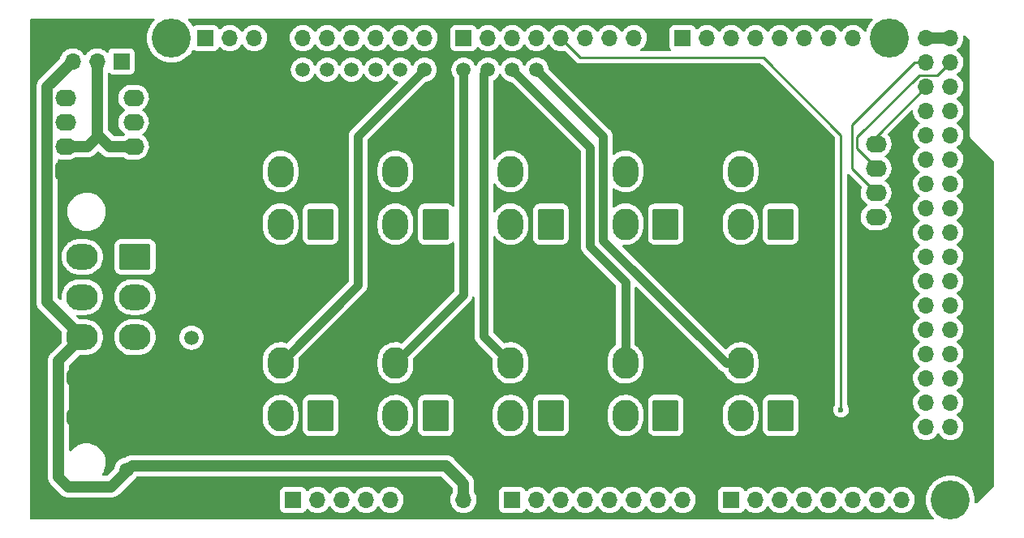
<source format=gbr>
%TF.GenerationSoftware,KiCad,Pcbnew,(6.0.9)*%
%TF.CreationDate,2023-01-09T21:16:19-09:00*%
%TF.ProjectId,ABSIS_Backlight_Controller,41425349-535f-4426-9163-6b6c69676874,rev?*%
%TF.SameCoordinates,Original*%
%TF.FileFunction,Copper,L2,Bot*%
%TF.FilePolarity,Positive*%
%FSLAX46Y46*%
G04 Gerber Fmt 4.6, Leading zero omitted, Abs format (unit mm)*
G04 Created by KiCad (PCBNEW (6.0.9)) date 2023-01-09 21:16:19*
%MOMM*%
%LPD*%
G01*
G04 APERTURE LIST*
G04 Aperture macros list*
%AMRoundRect*
0 Rectangle with rounded corners*
0 $1 Rounding radius*
0 $2 $3 $4 $5 $6 $7 $8 $9 X,Y pos of 4 corners*
0 Add a 4 corners polygon primitive as box body*
4,1,4,$2,$3,$4,$5,$6,$7,$8,$9,$2,$3,0*
0 Add four circle primitives for the rounded corners*
1,1,$1+$1,$2,$3*
1,1,$1+$1,$4,$5*
1,1,$1+$1,$6,$7*
1,1,$1+$1,$8,$9*
0 Add four rect primitives between the rounded corners*
20,1,$1+$1,$2,$3,$4,$5,0*
20,1,$1+$1,$4,$5,$6,$7,0*
20,1,$1+$1,$6,$7,$8,$9,0*
20,1,$1+$1,$8,$9,$2,$3,0*%
G04 Aperture macros list end*
%TA.AperFunction,ComponentPad*%
%ADD10C,4.064000*%
%TD*%
%TA.AperFunction,ComponentPad*%
%ADD11C,1.500000*%
%TD*%
%TA.AperFunction,ComponentPad*%
%ADD12RoundRect,0.250001X-1.399999X1.099999X-1.399999X-1.099999X1.399999X-1.099999X1.399999X1.099999X0*%
%TD*%
%TA.AperFunction,ComponentPad*%
%ADD13O,3.300000X2.700000*%
%TD*%
%TA.AperFunction,ComponentPad*%
%ADD14RoundRect,0.250001X1.099999X1.399999X-1.099999X1.399999X-1.099999X-1.399999X1.099999X-1.399999X0*%
%TD*%
%TA.AperFunction,ComponentPad*%
%ADD15O,2.700000X3.300000*%
%TD*%
%TA.AperFunction,ComponentPad*%
%ADD16RoundRect,0.249999X0.845001X-0.620001X0.845001X0.620001X-0.845001X0.620001X-0.845001X-0.620001X0*%
%TD*%
%TA.AperFunction,ComponentPad*%
%ADD17O,2.190000X1.740000*%
%TD*%
%TA.AperFunction,ComponentPad*%
%ADD18R,1.700000X1.700000*%
%TD*%
%TA.AperFunction,ComponentPad*%
%ADD19O,1.700000X1.700000*%
%TD*%
%TA.AperFunction,ViaPad*%
%ADD20C,0.600000*%
%TD*%
%TA.AperFunction,Conductor*%
%ADD21C,1.219200*%
%TD*%
%TA.AperFunction,Conductor*%
%ADD22C,0.250000*%
%TD*%
%TA.AperFunction,Conductor*%
%ADD23C,0.914400*%
%TD*%
G04 APERTURE END LIST*
D10*
%TO.P,MK3,1*%
%TO.N,N/C*%
X96520000Y2540000D03*
%TD*%
%TO.P,MK4,1*%
%TO.N,N/C*%
X15240000Y50800000D03*
%TD*%
%TO.P,MK6,1*%
%TO.N,N/C*%
X90170000Y50800000D03*
%TD*%
D11*
%TO.P,TP1,1*%
%TO.N,/+12V_SUPPLY*%
X10524000Y5688000D03*
%TD*%
%TO.P,TP2,1*%
%TO.N,/+5V_SUPPLY*%
X17336000Y19494000D03*
%TD*%
%TO.P,TP4,1*%
%TO.N,GND*%
X17399000Y15304000D03*
%TD*%
%TO.P,TP11,1*%
%TO.N,/7(\u002A\u002A)*%
X45720000Y47498000D03*
%TD*%
D12*
%TO.P,J1,1*%
%TO.N,/+5V_SUPPLY*%
X11430000Y27940000D03*
D13*
%TO.P,J1,2*%
X11430000Y23740000D03*
%TO.P,J1,3*%
X11430000Y19540000D03*
%TO.P,J1,4*%
%TO.N,GND*%
X11430000Y15340000D03*
%TO.P,J1,5*%
X11430000Y11140000D03*
%TO.P,J1,6*%
%TO.N,/+5V_SUPPLY*%
X5930000Y27940000D03*
%TO.P,J1,7*%
X5930000Y23740000D03*
%TO.P,J1,8*%
%TO.N,/+12V_SUPPLY*%
X5930000Y19540000D03*
%TO.P,J1,9*%
%TO.N,GND*%
X5930000Y15340000D03*
%TO.P,J1,10*%
X5930000Y11140000D03*
%TD*%
D14*
%TO.P,J3,1*%
%TO.N,/+5V_SUPPLY*%
X42820000Y31360000D03*
D15*
%TO.P,J3,2*%
X38620000Y31360000D03*
%TO.P,J3,3*%
%TO.N,GND*%
X42820000Y36860000D03*
%TO.P,J3,4*%
%TO.N,/12(\u002A\u002A)*%
X38620000Y36860000D03*
%TD*%
D14*
%TO.P,J4,1*%
%TO.N,/+5V_SUPPLY*%
X54820000Y31360000D03*
D15*
%TO.P,J4,2*%
X50620000Y31360000D03*
%TO.P,J4,3*%
%TO.N,GND*%
X54820000Y36860000D03*
%TO.P,J4,4*%
%TO.N,/11(\u002A\u002A)*%
X50620000Y36860000D03*
%TD*%
D14*
%TO.P,J5,1*%
%TO.N,/+5V_SUPPLY*%
X66820000Y31360000D03*
D15*
%TO.P,J5,2*%
X62620000Y31360000D03*
%TO.P,J5,3*%
%TO.N,GND*%
X66820000Y36860000D03*
%TO.P,J5,4*%
%TO.N,/10(\u002A\u002A)*%
X62620000Y36860000D03*
%TD*%
D14*
%TO.P,J6,1*%
%TO.N,/+5V_SUPPLY*%
X78820000Y31360000D03*
D15*
%TO.P,J6,2*%
X74620000Y31360000D03*
%TO.P,J6,3*%
%TO.N,GND*%
X78820000Y36860000D03*
%TO.P,J6,4*%
%TO.N,/9(\u002A\u002A)*%
X74620000Y36860000D03*
%TD*%
D14*
%TO.P,J7,1*%
%TO.N,/+5V_SUPPLY*%
X30820000Y11360000D03*
D15*
%TO.P,J7,2*%
X26620000Y11360000D03*
%TO.P,J7,3*%
%TO.N,GND*%
X30820000Y16860000D03*
%TO.P,J7,4*%
%TO.N,/8(\u002A\u002A)*%
X26620000Y16860000D03*
%TD*%
D14*
%TO.P,J8,1*%
%TO.N,/+5V_SUPPLY*%
X42820000Y11360000D03*
D15*
%TO.P,J8,2*%
X38620000Y11360000D03*
%TO.P,J8,3*%
%TO.N,GND*%
X42820000Y16860000D03*
%TO.P,J8,4*%
%TO.N,/7(\u002A\u002A)*%
X38620000Y16860000D03*
%TD*%
D14*
%TO.P,J9,1*%
%TO.N,/+5V_SUPPLY*%
X54820000Y11360000D03*
D15*
%TO.P,J9,2*%
X50620000Y11360000D03*
%TO.P,J9,3*%
%TO.N,GND*%
X54820000Y16860000D03*
%TO.P,J9,4*%
%TO.N,/6(\u002A\u002A)*%
X50620000Y16860000D03*
%TD*%
D14*
%TO.P,J10,1*%
%TO.N,/+5V_SUPPLY*%
X66820000Y11360000D03*
D15*
%TO.P,J10,2*%
X62620000Y11360000D03*
%TO.P,J10,3*%
%TO.N,GND*%
X66820000Y16860000D03*
%TO.P,J10,4*%
%TO.N,/5(\u002A\u002A)*%
X62620000Y16860000D03*
%TD*%
D14*
%TO.P,J11,1*%
%TO.N,/+5V_SUPPLY*%
X78820000Y11360000D03*
D15*
%TO.P,J11,2*%
X74620000Y11360000D03*
%TO.P,J11,3*%
%TO.N,GND*%
X78820000Y16860000D03*
%TO.P,J11,4*%
%TO.N,/4(\u002A\u002A)*%
X74620000Y16860000D03*
%TD*%
D11*
%TO.P,TP6,1*%
%TO.N,/12(\u002A\u002A)*%
X31496000Y47498000D03*
%TD*%
%TO.P,TP5,1*%
%TO.N,/13(\u002A\u002A)*%
X28956000Y47498000D03*
%TD*%
%TO.P,TP12,1*%
%TO.N,/6(\u002A\u002A)*%
X48260000Y47498000D03*
%TD*%
%TO.P,TP10,1*%
%TO.N,/8(\u002A\u002A)*%
X41656000Y47498000D03*
%TD*%
%TO.P,TP9,1*%
%TO.N,/9(\u002A\u002A)*%
X39116000Y47498000D03*
%TD*%
%TO.P,TP13,1*%
%TO.N,/5(\u002A\u002A)*%
X50800000Y47498000D03*
%TD*%
%TO.P,TP8,1*%
%TO.N,/10(\u002A\u002A)*%
X36576000Y47498000D03*
%TD*%
%TO.P,TP14,1*%
%TO.N,/4(\u002A\u002A)*%
X53340000Y47498000D03*
%TD*%
%TO.P,TP7,1*%
%TO.N,/11(\u002A\u002A)*%
X34036000Y47498000D03*
%TD*%
D14*
%TO.P,J2,1*%
%TO.N,/+5V_SUPPLY*%
X30820000Y31360000D03*
D15*
%TO.P,J2,2*%
X26620000Y31360000D03*
%TO.P,J2,3*%
%TO.N,GND*%
X30820000Y36860000D03*
%TO.P,J2,4*%
%TO.N,/13(\u002A\u002A)*%
X26620000Y36860000D03*
%TD*%
D16*
%TO.P,J12,1*%
%TO.N,GND*%
X4174000Y36930000D03*
D17*
%TO.P,J12,2*%
%TO.N,/FAN_SUPPLY*%
X4174000Y39470000D03*
%TO.P,J12,3*%
%TO.N,Net-(J12-Pad3)*%
X4174000Y42010000D03*
%TO.P,J12,4*%
%TO.N,/2(\u002A\u002A)*%
X4174000Y44550000D03*
%TD*%
D16*
%TO.P,J13,1*%
%TO.N,GND*%
X11286000Y36930000D03*
D17*
%TO.P,J13,2*%
%TO.N,/FAN_SUPPLY*%
X11286000Y39470000D03*
%TO.P,J13,3*%
%TO.N,Net-(J13-Pad3)*%
X11286000Y42010000D03*
%TO.P,J13,4*%
%TO.N,/2(\u002A\u002A)*%
X11286000Y44550000D03*
%TD*%
D18*
%TO.P,J16,1*%
%TO.N,/+5V_SUPPLY*%
X10016000Y48360000D03*
D19*
%TO.P,J16,2*%
%TO.N,/FAN_SUPPLY*%
X7476000Y48360000D03*
%TO.P,J16,3*%
%TO.N,/+12V_SUPPLY*%
X4936000Y48360000D03*
%TD*%
D16*
%TO.P,J14,1*%
%TO.N,GND*%
X88770000Y29560000D03*
D17*
%TO.P,J14,2*%
%TO.N,/+5V_SUPPLY*%
X88770000Y32100000D03*
%TO.P,J14,3*%
%TO.N,/22*%
X88770000Y34640000D03*
%TO.P,J14,4*%
%TO.N,/23*%
X88770000Y37180000D03*
%TO.P,J14,5*%
%TO.N,/24*%
X88770000Y39720000D03*
%TD*%
D18*
%TO.P,P1,1*%
%TO.N,GND*%
X93980000Y7620000D03*
D19*
%TO.P,P1,2*%
X96520000Y7620000D03*
%TO.P,P1,3*%
%TO.N,/52(SCK)*%
X93980000Y10160000D03*
%TO.P,P1,4*%
%TO.N,/53(SS)*%
X96520000Y10160000D03*
%TO.P,P1,5*%
%TO.N,/50(MISO)*%
X93980000Y12700000D03*
%TO.P,P1,6*%
%TO.N,/51(MOSI)*%
X96520000Y12700000D03*
%TO.P,P1,7*%
%TO.N,/48*%
X93980000Y15240000D03*
%TO.P,P1,8*%
%TO.N,/49*%
X96520000Y15240000D03*
%TO.P,P1,9*%
%TO.N,/46*%
X93980000Y17780000D03*
%TO.P,P1,10*%
%TO.N,/47*%
X96520000Y17780000D03*
%TO.P,P1,11*%
%TO.N,/44*%
X93980000Y20320000D03*
%TO.P,P1,12*%
%TO.N,/45*%
X96520000Y20320000D03*
%TO.P,P1,13*%
%TO.N,/42*%
X93980000Y22860000D03*
%TO.P,P1,14*%
%TO.N,/43*%
X96520000Y22860000D03*
%TO.P,P1,15*%
%TO.N,/40*%
X93980000Y25400000D03*
%TO.P,P1,16*%
%TO.N,/41*%
X96520000Y25400000D03*
%TO.P,P1,17*%
%TO.N,/38*%
X93980000Y27940000D03*
%TO.P,P1,18*%
%TO.N,/39*%
X96520000Y27940000D03*
%TO.P,P1,19*%
%TO.N,/36*%
X93980000Y30480000D03*
%TO.P,P1,20*%
%TO.N,/37*%
X96520000Y30480000D03*
%TO.P,P1,21*%
%TO.N,/34*%
X93980000Y33020000D03*
%TO.P,P1,22*%
%TO.N,/35*%
X96520000Y33020000D03*
%TO.P,P1,23*%
%TO.N,/32*%
X93980000Y35560000D03*
%TO.P,P1,24*%
%TO.N,/33*%
X96520000Y35560000D03*
%TO.P,P1,25*%
%TO.N,/30*%
X93980000Y38100000D03*
%TO.P,P1,26*%
%TO.N,/31*%
X96520000Y38100000D03*
%TO.P,P1,27*%
%TO.N,/28*%
X93980000Y40640000D03*
%TO.P,P1,28*%
%TO.N,/29*%
X96520000Y40640000D03*
%TO.P,P1,29*%
%TO.N,/26*%
X93980000Y43180000D03*
%TO.P,P1,30*%
%TO.N,/27*%
X96520000Y43180000D03*
%TO.P,P1,31*%
%TO.N,/24*%
X93980000Y45720000D03*
%TO.P,P1,32*%
%TO.N,/25*%
X96520000Y45720000D03*
%TO.P,P1,33*%
%TO.N,/22*%
X93980000Y48260000D03*
%TO.P,P1,34*%
%TO.N,/23*%
X96520000Y48260000D03*
%TO.P,P1,35*%
%TO.N,+5VD*%
X93980000Y50800000D03*
%TO.P,P1,36*%
X96520000Y50800000D03*
%TD*%
D18*
%TO.P,P2,1*%
%TO.N,Net-(P2-Pad1)*%
X27940000Y2540000D03*
D19*
%TO.P,P2,2*%
%TO.N,/IOREF*%
X30480000Y2540000D03*
%TO.P,P2,3*%
%TO.N,/Reset*%
X33020000Y2540000D03*
%TO.P,P2,4*%
%TO.N,+3V3*%
X35560000Y2540000D03*
%TO.P,P2,5*%
%TO.N,+5V*%
X38100000Y2540000D03*
%TO.P,P2,6*%
%TO.N,GND*%
X40640000Y2540000D03*
%TO.P,P2,7*%
X43180000Y2540000D03*
%TO.P,P2,8*%
%TO.N,/+12V_SUPPLY*%
X45720000Y2540000D03*
%TD*%
D18*
%TO.P,P3,1*%
%TO.N,/A0*%
X50800000Y2540000D03*
D19*
%TO.P,P3,2*%
%TO.N,/A1*%
X53340000Y2540000D03*
%TO.P,P3,3*%
%TO.N,/A2*%
X55880000Y2540000D03*
%TO.P,P3,4*%
%TO.N,/A3*%
X58420000Y2540000D03*
%TO.P,P3,5*%
%TO.N,/A4*%
X60960000Y2540000D03*
%TO.P,P3,6*%
%TO.N,/A5*%
X63500000Y2540000D03*
%TO.P,P3,7*%
%TO.N,/A6*%
X66040000Y2540000D03*
%TO.P,P3,8*%
%TO.N,/A7*%
X68580000Y2540000D03*
%TD*%
D18*
%TO.P,P4,1*%
%TO.N,/A8*%
X73660000Y2540000D03*
D19*
%TO.P,P4,2*%
%TO.N,/A9*%
X76200000Y2540000D03*
%TO.P,P4,3*%
%TO.N,/A10*%
X78740000Y2540000D03*
%TO.P,P4,4*%
%TO.N,/A11*%
X81280000Y2540000D03*
%TO.P,P4,5*%
%TO.N,/A12*%
X83820000Y2540000D03*
%TO.P,P4,6*%
%TO.N,/A13*%
X86360000Y2540000D03*
%TO.P,P4,7*%
%TO.N,/A14*%
X88900000Y2540000D03*
%TO.P,P4,8*%
%TO.N,/A15*%
X91440000Y2540000D03*
%TD*%
D18*
%TO.P,P5,1*%
%TO.N,/SCL*%
X18796000Y50800000D03*
D19*
%TO.P,P5,2*%
%TO.N,/SDA*%
X21336000Y50800000D03*
%TO.P,P5,3*%
%TO.N,/AREF*%
X23876000Y50800000D03*
%TO.P,P5,4*%
%TO.N,GND*%
X26416000Y50800000D03*
%TO.P,P5,5*%
%TO.N,/13(\u002A\u002A)*%
X28956000Y50800000D03*
%TO.P,P5,6*%
%TO.N,/12(\u002A\u002A)*%
X31496000Y50800000D03*
%TO.P,P5,7*%
%TO.N,/11(\u002A\u002A)*%
X34036000Y50800000D03*
%TO.P,P5,8*%
%TO.N,/10(\u002A\u002A)*%
X36576000Y50800000D03*
%TO.P,P5,9*%
%TO.N,/9(\u002A\u002A)*%
X39116000Y50800000D03*
%TO.P,P5,10*%
%TO.N,/8(\u002A\u002A)*%
X41656000Y50800000D03*
%TD*%
D18*
%TO.P,P6,1*%
%TO.N,/7(\u002A\u002A)*%
X45720000Y50800000D03*
D19*
%TO.P,P6,2*%
%TO.N,/6(\u002A\u002A)*%
X48260000Y50800000D03*
%TO.P,P6,3*%
%TO.N,/5(\u002A\u002A)*%
X50800000Y50800000D03*
%TO.P,P6,4*%
%TO.N,/4(\u002A\u002A)*%
X53340000Y50800000D03*
%TO.P,P6,5*%
%TO.N,/3(\u002A\u002A)*%
X55880000Y50800000D03*
%TO.P,P6,6*%
%TO.N,/2(\u002A\u002A)*%
X58420000Y50800000D03*
%TO.P,P6,7*%
%TO.N,/1(Tx0)*%
X60960000Y50800000D03*
%TO.P,P6,8*%
%TO.N,/0(Rx0)*%
X63500000Y50800000D03*
%TD*%
D18*
%TO.P,P7,1*%
%TO.N,/14(Tx3)*%
X68580000Y50800000D03*
D19*
%TO.P,P7,2*%
%TO.N,/15(Rx3)*%
X71120000Y50800000D03*
%TO.P,P7,3*%
%TO.N,/16(Tx2)*%
X73660000Y50800000D03*
%TO.P,P7,4*%
%TO.N,/17(Rx2)*%
X76200000Y50800000D03*
%TO.P,P7,5*%
%TO.N,/18(Tx1)*%
X78740000Y50800000D03*
%TO.P,P7,6*%
%TO.N,/19(Rx1)*%
X81280000Y50800000D03*
%TO.P,P7,7*%
%TO.N,/20(SDA)*%
X83820000Y50800000D03*
%TO.P,P7,8*%
%TO.N,/21(SCL)*%
X86360000Y50800000D03*
%TD*%
D20*
%TO.N,/3(\u002A\u002A)*%
X85110000Y11970000D03*
%TD*%
D21*
%TO.N,+5VD*%
X93980000Y50800000D02*
X96520000Y50800000D01*
%TO.N,/+12V_SUPPLY*%
X11123999Y6083999D02*
X43910001Y6083999D01*
X45720000Y4274000D02*
X45720000Y2540000D01*
X3470390Y4929610D02*
X4470000Y3930000D01*
X2269390Y45693390D02*
X2269390Y23200610D01*
X3470390Y17080390D02*
X3470390Y4929610D01*
X2269390Y23200610D02*
X5930000Y19540000D01*
X5930000Y19540000D02*
X3470390Y17080390D01*
X4936000Y48360000D02*
X2269390Y45693390D01*
X8970000Y3930000D02*
X11123999Y6083999D01*
X4470000Y3930000D02*
X8970000Y3930000D01*
X43910001Y6083999D02*
X45720000Y4274000D01*
D22*
%TO.N,/24*%
X88770000Y40510000D02*
X93980000Y45720000D01*
X88770000Y39720000D02*
X88770000Y40510000D01*
%TO.N,/22*%
X86280000Y41762080D02*
X92777919Y48260000D01*
X88770000Y34640000D02*
X86280000Y37130000D01*
X86280000Y37130000D02*
X86280000Y41762080D01*
X92777919Y48260000D02*
X93980000Y48260000D01*
%TO.N,/23*%
X88770000Y37180000D02*
X88770000Y37260000D01*
X95314999Y47084999D02*
X95344999Y47084999D01*
X93275500Y46944500D02*
X95174500Y46944500D01*
X88770000Y37260000D02*
X86770000Y39260000D01*
X95174500Y46944500D02*
X95314999Y47084999D01*
X86770000Y40439000D02*
X93275500Y46944500D01*
X86770000Y39260000D02*
X86770000Y40439000D01*
X95344999Y47084999D02*
X96520000Y48260000D01*
D23*
%TO.N,/8(\u002A\u002A)*%
X41656000Y47498000D02*
X34720000Y40562000D01*
X34720000Y40562000D02*
X34720000Y24960000D01*
X34720000Y24960000D02*
X26620000Y16860000D01*
%TO.N,/7(\u002A\u002A)*%
X45700000Y30457010D02*
X45700000Y23940000D01*
X38620000Y16860000D02*
X45700000Y23940000D01*
X45720000Y47498000D02*
X45720000Y30477010D01*
X45720000Y30477010D02*
X45700000Y30457010D01*
%TO.N,/6(\u002A\u002A)*%
X47850000Y47088000D02*
X48260000Y47498000D01*
X50620000Y16860000D02*
X47850000Y19630000D01*
X47850000Y19630000D02*
X47850000Y47088000D01*
%TO.N,/5(\u002A\u002A)*%
X62620000Y25350000D02*
X62620000Y16860000D01*
X50800000Y47498000D02*
X58940000Y39358000D01*
X58940000Y39358000D02*
X58940000Y29030000D01*
X58940000Y29030000D02*
X62620000Y25350000D01*
%TO.N,/4(\u002A\u002A)*%
X60300000Y40538000D02*
X60300000Y29662990D01*
X73102990Y16860000D02*
X74620000Y16860000D01*
X53340000Y47498000D02*
X60300000Y40538000D01*
X60300000Y29662990D02*
X73102990Y16860000D01*
D22*
%TO.N,/3(\u002A\u002A)*%
X85110000Y40660000D02*
X77000000Y48770000D01*
X57910000Y48770000D02*
X55880000Y50800000D01*
X85110000Y11970000D02*
X85110000Y40660000D01*
X77000000Y48770000D02*
X57910000Y48770000D01*
D21*
%TO.N,/FAN_SUPPLY*%
X7476000Y40457800D02*
X6488200Y39470000D01*
X7476000Y40457800D02*
X7758200Y40457800D01*
X8746000Y39470000D02*
X11286000Y39470000D01*
X7476000Y48360000D02*
X7476000Y40457800D01*
X7758200Y40457800D02*
X8746000Y39470000D01*
X6488200Y39470000D02*
X4174000Y39470000D01*
%TD*%
%TA.AperFunction,Conductor*%
%TO.N,GND*%
G36*
X13441997Y52811498D02*
G01*
X13488490Y52757842D01*
X13498594Y52687568D01*
X13469100Y52622988D01*
X13460129Y52613650D01*
X13384394Y52542530D01*
X13180629Y52296221D01*
X13178505Y52292874D01*
X13178502Y52292870D01*
X13056493Y52100615D01*
X13009341Y52026315D01*
X13007657Y52022736D01*
X13007653Y52022729D01*
X12880475Y51752460D01*
X12873233Y51737070D01*
X12774449Y51433046D01*
X12714549Y51119039D01*
X12694477Y50800000D01*
X12714549Y50480961D01*
X12774449Y50166954D01*
X12873233Y49862930D01*
X12874920Y49859344D01*
X12874922Y49859340D01*
X13007653Y49577271D01*
X13007657Y49577264D01*
X13009341Y49573685D01*
X13011465Y49570339D01*
X13011465Y49570338D01*
X13178459Y49307199D01*
X13180629Y49303779D01*
X13384394Y49057470D01*
X13617423Y48838641D01*
X13620625Y48836314D01*
X13620627Y48836313D01*
X13639682Y48822469D01*
X13876041Y48650744D01*
X13879510Y48648837D01*
X13879513Y48648835D01*
X13982794Y48592056D01*
X14156169Y48496742D01*
X14244291Y48461852D01*
X14449707Y48380522D01*
X14449710Y48380521D01*
X14453390Y48379064D01*
X14457224Y48378080D01*
X14457232Y48378077D01*
X14649153Y48328800D01*
X14763017Y48299565D01*
X14766945Y48299069D01*
X14766949Y48299068D01*
X14888736Y48283683D01*
X15080165Y48259500D01*
X15399835Y48259500D01*
X15591264Y48283683D01*
X15713051Y48299068D01*
X15713055Y48299069D01*
X15716983Y48299565D01*
X15830847Y48328800D01*
X16022768Y48378077D01*
X16022776Y48378080D01*
X16026610Y48379064D01*
X16030290Y48380521D01*
X16030293Y48380522D01*
X16235709Y48461852D01*
X16323831Y48496742D01*
X16497207Y48592056D01*
X16600487Y48648835D01*
X16600490Y48648837D01*
X16603959Y48650744D01*
X16840318Y48822469D01*
X16859373Y48836313D01*
X16859375Y48836314D01*
X16862577Y48838641D01*
X17095606Y49057470D01*
X17299371Y49303779D01*
X17301542Y49307199D01*
X17425282Y49502183D01*
X17439426Y49524470D01*
X17492815Y49571269D01*
X17563030Y49581774D01*
X17621376Y49557782D01*
X17699295Y49499385D01*
X17835684Y49448255D01*
X17897866Y49441500D01*
X19694134Y49441500D01*
X19756316Y49448255D01*
X19892705Y49499385D01*
X20009261Y49586739D01*
X20096615Y49703295D01*
X20118799Y49762471D01*
X20140598Y49820618D01*
X20183240Y49877382D01*
X20249802Y49902082D01*
X20319150Y49886874D01*
X20353817Y49858886D01*
X20382250Y49826062D01*
X20554126Y49683368D01*
X20747000Y49570662D01*
X20955692Y49490970D01*
X20960760Y49489939D01*
X20960763Y49489938D01*
X21062812Y49469176D01*
X21174597Y49446433D01*
X21179772Y49446243D01*
X21179774Y49446243D01*
X21392673Y49438436D01*
X21392677Y49438436D01*
X21397837Y49438247D01*
X21402957Y49438903D01*
X21402959Y49438903D01*
X21614288Y49465975D01*
X21614289Y49465975D01*
X21619416Y49466632D01*
X21654501Y49477158D01*
X21828429Y49529339D01*
X21828434Y49529341D01*
X21833384Y49530826D01*
X22033994Y49629104D01*
X22215860Y49758827D01*
X22374096Y49916511D01*
X22433594Y49999311D01*
X22504453Y50097923D01*
X22505776Y50096972D01*
X22552645Y50140143D01*
X22622580Y50152375D01*
X22688026Y50124856D01*
X22715875Y50093006D01*
X22775987Y49994912D01*
X22922250Y49826062D01*
X23094126Y49683368D01*
X23287000Y49570662D01*
X23495692Y49490970D01*
X23500760Y49489939D01*
X23500763Y49489938D01*
X23602812Y49469176D01*
X23714597Y49446433D01*
X23719772Y49446243D01*
X23719774Y49446243D01*
X23932673Y49438436D01*
X23932677Y49438436D01*
X23937837Y49438247D01*
X23942957Y49438903D01*
X23942959Y49438903D01*
X24154288Y49465975D01*
X24154289Y49465975D01*
X24159416Y49466632D01*
X24194501Y49477158D01*
X24368429Y49529339D01*
X24368434Y49529341D01*
X24373384Y49530826D01*
X24573994Y49629104D01*
X24755860Y49758827D01*
X24914096Y49916511D01*
X24973594Y49999311D01*
X25041435Y50093723D01*
X25044453Y50097923D01*
X25047083Y50103243D01*
X25141136Y50293547D01*
X25141137Y50293549D01*
X25143430Y50298189D01*
X25208370Y50511931D01*
X25237529Y50733410D01*
X25237611Y50736760D01*
X25239074Y50796635D01*
X25239074Y50796639D01*
X25239156Y50800000D01*
X25236418Y50833305D01*
X27593251Y50833305D01*
X27593548Y50828152D01*
X27593548Y50828149D01*
X27599011Y50733410D01*
X27606110Y50610285D01*
X27607247Y50605239D01*
X27607248Y50605233D01*
X27610823Y50589372D01*
X27655222Y50392361D01*
X27739266Y50185384D01*
X27783094Y50113863D01*
X27853291Y49999312D01*
X27855987Y49994912D01*
X28002250Y49826062D01*
X28174126Y49683368D01*
X28367000Y49570662D01*
X28575692Y49490970D01*
X28580760Y49489939D01*
X28580763Y49489938D01*
X28682812Y49469176D01*
X28794597Y49446433D01*
X28799772Y49446243D01*
X28799774Y49446243D01*
X29012673Y49438436D01*
X29012677Y49438436D01*
X29017837Y49438247D01*
X29022957Y49438903D01*
X29022959Y49438903D01*
X29234288Y49465975D01*
X29234289Y49465975D01*
X29239416Y49466632D01*
X29274501Y49477158D01*
X29448429Y49529339D01*
X29448434Y49529341D01*
X29453384Y49530826D01*
X29653994Y49629104D01*
X29835860Y49758827D01*
X29994096Y49916511D01*
X30053594Y49999311D01*
X30124453Y50097923D01*
X30125776Y50096972D01*
X30172645Y50140143D01*
X30242580Y50152375D01*
X30308026Y50124856D01*
X30335875Y50093006D01*
X30395987Y49994912D01*
X30542250Y49826062D01*
X30714126Y49683368D01*
X30907000Y49570662D01*
X31115692Y49490970D01*
X31120760Y49489939D01*
X31120763Y49489938D01*
X31222812Y49469176D01*
X31334597Y49446433D01*
X31339772Y49446243D01*
X31339774Y49446243D01*
X31552673Y49438436D01*
X31552677Y49438436D01*
X31557837Y49438247D01*
X31562957Y49438903D01*
X31562959Y49438903D01*
X31774288Y49465975D01*
X31774289Y49465975D01*
X31779416Y49466632D01*
X31814501Y49477158D01*
X31988429Y49529339D01*
X31988434Y49529341D01*
X31993384Y49530826D01*
X32193994Y49629104D01*
X32375860Y49758827D01*
X32534096Y49916511D01*
X32593594Y49999311D01*
X32664453Y50097923D01*
X32665776Y50096972D01*
X32712645Y50140143D01*
X32782580Y50152375D01*
X32848026Y50124856D01*
X32875875Y50093006D01*
X32935987Y49994912D01*
X33082250Y49826062D01*
X33254126Y49683368D01*
X33447000Y49570662D01*
X33655692Y49490970D01*
X33660760Y49489939D01*
X33660763Y49489938D01*
X33762812Y49469176D01*
X33874597Y49446433D01*
X33879772Y49446243D01*
X33879774Y49446243D01*
X34092673Y49438436D01*
X34092677Y49438436D01*
X34097837Y49438247D01*
X34102957Y49438903D01*
X34102959Y49438903D01*
X34314288Y49465975D01*
X34314289Y49465975D01*
X34319416Y49466632D01*
X34354501Y49477158D01*
X34528429Y49529339D01*
X34528434Y49529341D01*
X34533384Y49530826D01*
X34733994Y49629104D01*
X34915860Y49758827D01*
X35074096Y49916511D01*
X35133594Y49999311D01*
X35204453Y50097923D01*
X35205776Y50096972D01*
X35252645Y50140143D01*
X35322580Y50152375D01*
X35388026Y50124856D01*
X35415875Y50093006D01*
X35475987Y49994912D01*
X35622250Y49826062D01*
X35794126Y49683368D01*
X35987000Y49570662D01*
X36195692Y49490970D01*
X36200760Y49489939D01*
X36200763Y49489938D01*
X36302812Y49469176D01*
X36414597Y49446433D01*
X36419772Y49446243D01*
X36419774Y49446243D01*
X36632673Y49438436D01*
X36632677Y49438436D01*
X36637837Y49438247D01*
X36642957Y49438903D01*
X36642959Y49438903D01*
X36854288Y49465975D01*
X36854289Y49465975D01*
X36859416Y49466632D01*
X36894501Y49477158D01*
X37068429Y49529339D01*
X37068434Y49529341D01*
X37073384Y49530826D01*
X37273994Y49629104D01*
X37455860Y49758827D01*
X37614096Y49916511D01*
X37673594Y49999311D01*
X37744453Y50097923D01*
X37745776Y50096972D01*
X37792645Y50140143D01*
X37862580Y50152375D01*
X37928026Y50124856D01*
X37955875Y50093006D01*
X38015987Y49994912D01*
X38162250Y49826062D01*
X38334126Y49683368D01*
X38527000Y49570662D01*
X38735692Y49490970D01*
X38740760Y49489939D01*
X38740763Y49489938D01*
X38842812Y49469176D01*
X38954597Y49446433D01*
X38959772Y49446243D01*
X38959774Y49446243D01*
X39172673Y49438436D01*
X39172677Y49438436D01*
X39177837Y49438247D01*
X39182957Y49438903D01*
X39182959Y49438903D01*
X39394288Y49465975D01*
X39394289Y49465975D01*
X39399416Y49466632D01*
X39434501Y49477158D01*
X39608429Y49529339D01*
X39608434Y49529341D01*
X39613384Y49530826D01*
X39813994Y49629104D01*
X39995860Y49758827D01*
X40154096Y49916511D01*
X40213594Y49999311D01*
X40284453Y50097923D01*
X40285776Y50096972D01*
X40332645Y50140143D01*
X40402580Y50152375D01*
X40468026Y50124856D01*
X40495875Y50093006D01*
X40555987Y49994912D01*
X40702250Y49826062D01*
X40874126Y49683368D01*
X41067000Y49570662D01*
X41275692Y49490970D01*
X41280760Y49489939D01*
X41280763Y49489938D01*
X41382812Y49469176D01*
X41494597Y49446433D01*
X41499772Y49446243D01*
X41499774Y49446243D01*
X41712673Y49438436D01*
X41712677Y49438436D01*
X41717837Y49438247D01*
X41722957Y49438903D01*
X41722959Y49438903D01*
X41934288Y49465975D01*
X41934289Y49465975D01*
X41939416Y49466632D01*
X41974501Y49477158D01*
X42148429Y49529339D01*
X42148434Y49529341D01*
X42153384Y49530826D01*
X42353994Y49629104D01*
X42535860Y49758827D01*
X42694096Y49916511D01*
X42753594Y49999311D01*
X42821435Y50093723D01*
X42824453Y50097923D01*
X42827083Y50103243D01*
X42921136Y50293547D01*
X42921137Y50293549D01*
X42923430Y50298189D01*
X42988370Y50511931D01*
X43017529Y50733410D01*
X43017611Y50736760D01*
X43019074Y50796635D01*
X43019074Y50796639D01*
X43019156Y50800000D01*
X43000852Y51022639D01*
X42946431Y51239298D01*
X42857354Y51444160D01*
X42792115Y51545004D01*
X42738822Y51627383D01*
X42738820Y51627386D01*
X42736014Y51631723D01*
X42585670Y51796949D01*
X42581619Y51800148D01*
X42581615Y51800152D01*
X42414414Y51932200D01*
X42414410Y51932202D01*
X42410359Y51935402D01*
X42214789Y52043362D01*
X42209920Y52045086D01*
X42209916Y52045088D01*
X42009087Y52116205D01*
X42009083Y52116206D01*
X42004212Y52117931D01*
X41999119Y52118838D01*
X41999116Y52118839D01*
X41789373Y52156200D01*
X41789367Y52156201D01*
X41784284Y52157106D01*
X41710452Y52158008D01*
X41566081Y52159772D01*
X41566079Y52159772D01*
X41560911Y52159835D01*
X41340091Y52126045D01*
X41127756Y52056643D01*
X40929607Y51953493D01*
X40925474Y51950390D01*
X40925471Y51950388D01*
X40755100Y51822470D01*
X40750965Y51819365D01*
X40747393Y51815627D01*
X40639729Y51702963D01*
X40596629Y51657862D01*
X40489201Y51500379D01*
X40434293Y51455379D01*
X40363768Y51447208D01*
X40300021Y51478462D01*
X40279324Y51502946D01*
X40198822Y51627383D01*
X40198820Y51627386D01*
X40196014Y51631723D01*
X40045670Y51796949D01*
X40041619Y51800148D01*
X40041615Y51800152D01*
X39874414Y51932200D01*
X39874410Y51932202D01*
X39870359Y51935402D01*
X39674789Y52043362D01*
X39669920Y52045086D01*
X39669916Y52045088D01*
X39469087Y52116205D01*
X39469083Y52116206D01*
X39464212Y52117931D01*
X39459119Y52118838D01*
X39459116Y52118839D01*
X39249373Y52156200D01*
X39249367Y52156201D01*
X39244284Y52157106D01*
X39170452Y52158008D01*
X39026081Y52159772D01*
X39026079Y52159772D01*
X39020911Y52159835D01*
X38800091Y52126045D01*
X38587756Y52056643D01*
X38389607Y51953493D01*
X38385474Y51950390D01*
X38385471Y51950388D01*
X38215100Y51822470D01*
X38210965Y51819365D01*
X38207393Y51815627D01*
X38099729Y51702963D01*
X38056629Y51657862D01*
X37949201Y51500379D01*
X37894293Y51455379D01*
X37823768Y51447208D01*
X37760021Y51478462D01*
X37739324Y51502946D01*
X37658822Y51627383D01*
X37658820Y51627386D01*
X37656014Y51631723D01*
X37505670Y51796949D01*
X37501619Y51800148D01*
X37501615Y51800152D01*
X37334414Y51932200D01*
X37334410Y51932202D01*
X37330359Y51935402D01*
X37134789Y52043362D01*
X37129920Y52045086D01*
X37129916Y52045088D01*
X36929087Y52116205D01*
X36929083Y52116206D01*
X36924212Y52117931D01*
X36919119Y52118838D01*
X36919116Y52118839D01*
X36709373Y52156200D01*
X36709367Y52156201D01*
X36704284Y52157106D01*
X36630452Y52158008D01*
X36486081Y52159772D01*
X36486079Y52159772D01*
X36480911Y52159835D01*
X36260091Y52126045D01*
X36047756Y52056643D01*
X35849607Y51953493D01*
X35845474Y51950390D01*
X35845471Y51950388D01*
X35675100Y51822470D01*
X35670965Y51819365D01*
X35667393Y51815627D01*
X35559729Y51702963D01*
X35516629Y51657862D01*
X35409201Y51500379D01*
X35354293Y51455379D01*
X35283768Y51447208D01*
X35220021Y51478462D01*
X35199324Y51502946D01*
X35118822Y51627383D01*
X35118820Y51627386D01*
X35116014Y51631723D01*
X34965670Y51796949D01*
X34961619Y51800148D01*
X34961615Y51800152D01*
X34794414Y51932200D01*
X34794410Y51932202D01*
X34790359Y51935402D01*
X34594789Y52043362D01*
X34589920Y52045086D01*
X34589916Y52045088D01*
X34389087Y52116205D01*
X34389083Y52116206D01*
X34384212Y52117931D01*
X34379119Y52118838D01*
X34379116Y52118839D01*
X34169373Y52156200D01*
X34169367Y52156201D01*
X34164284Y52157106D01*
X34090452Y52158008D01*
X33946081Y52159772D01*
X33946079Y52159772D01*
X33940911Y52159835D01*
X33720091Y52126045D01*
X33507756Y52056643D01*
X33309607Y51953493D01*
X33305474Y51950390D01*
X33305471Y51950388D01*
X33135100Y51822470D01*
X33130965Y51819365D01*
X33127393Y51815627D01*
X33019729Y51702963D01*
X32976629Y51657862D01*
X32869201Y51500379D01*
X32814293Y51455379D01*
X32743768Y51447208D01*
X32680021Y51478462D01*
X32659324Y51502946D01*
X32578822Y51627383D01*
X32578820Y51627386D01*
X32576014Y51631723D01*
X32425670Y51796949D01*
X32421619Y51800148D01*
X32421615Y51800152D01*
X32254414Y51932200D01*
X32254410Y51932202D01*
X32250359Y51935402D01*
X32054789Y52043362D01*
X32049920Y52045086D01*
X32049916Y52045088D01*
X31849087Y52116205D01*
X31849083Y52116206D01*
X31844212Y52117931D01*
X31839119Y52118838D01*
X31839116Y52118839D01*
X31629373Y52156200D01*
X31629367Y52156201D01*
X31624284Y52157106D01*
X31550452Y52158008D01*
X31406081Y52159772D01*
X31406079Y52159772D01*
X31400911Y52159835D01*
X31180091Y52126045D01*
X30967756Y52056643D01*
X30769607Y51953493D01*
X30765474Y51950390D01*
X30765471Y51950388D01*
X30595100Y51822470D01*
X30590965Y51819365D01*
X30587393Y51815627D01*
X30479729Y51702963D01*
X30436629Y51657862D01*
X30329201Y51500379D01*
X30274293Y51455379D01*
X30203768Y51447208D01*
X30140021Y51478462D01*
X30119324Y51502946D01*
X30038822Y51627383D01*
X30038820Y51627386D01*
X30036014Y51631723D01*
X29885670Y51796949D01*
X29881619Y51800148D01*
X29881615Y51800152D01*
X29714414Y51932200D01*
X29714410Y51932202D01*
X29710359Y51935402D01*
X29514789Y52043362D01*
X29509920Y52045086D01*
X29509916Y52045088D01*
X29309087Y52116205D01*
X29309083Y52116206D01*
X29304212Y52117931D01*
X29299119Y52118838D01*
X29299116Y52118839D01*
X29089373Y52156200D01*
X29089367Y52156201D01*
X29084284Y52157106D01*
X29010452Y52158008D01*
X28866081Y52159772D01*
X28866079Y52159772D01*
X28860911Y52159835D01*
X28640091Y52126045D01*
X28427756Y52056643D01*
X28229607Y51953493D01*
X28225474Y51950390D01*
X28225471Y51950388D01*
X28055100Y51822470D01*
X28050965Y51819365D01*
X28047393Y51815627D01*
X27939729Y51702963D01*
X27896629Y51657862D01*
X27893720Y51653597D01*
X27893714Y51653589D01*
X27808556Y51528751D01*
X27770743Y51473320D01*
X27676688Y51270695D01*
X27616989Y51055430D01*
X27593251Y50833305D01*
X25236418Y50833305D01*
X25220852Y51022639D01*
X25166431Y51239298D01*
X25077354Y51444160D01*
X25012115Y51545004D01*
X24958822Y51627383D01*
X24958820Y51627386D01*
X24956014Y51631723D01*
X24805670Y51796949D01*
X24801619Y51800148D01*
X24801615Y51800152D01*
X24634414Y51932200D01*
X24634410Y51932202D01*
X24630359Y51935402D01*
X24434789Y52043362D01*
X24429920Y52045086D01*
X24429916Y52045088D01*
X24229087Y52116205D01*
X24229083Y52116206D01*
X24224212Y52117931D01*
X24219119Y52118838D01*
X24219116Y52118839D01*
X24009373Y52156200D01*
X24009367Y52156201D01*
X24004284Y52157106D01*
X23930452Y52158008D01*
X23786081Y52159772D01*
X23786079Y52159772D01*
X23780911Y52159835D01*
X23560091Y52126045D01*
X23347756Y52056643D01*
X23149607Y51953493D01*
X23145474Y51950390D01*
X23145471Y51950388D01*
X22975100Y51822470D01*
X22970965Y51819365D01*
X22967393Y51815627D01*
X22859729Y51702963D01*
X22816629Y51657862D01*
X22709201Y51500379D01*
X22654293Y51455379D01*
X22583768Y51447208D01*
X22520021Y51478462D01*
X22499324Y51502946D01*
X22418822Y51627383D01*
X22418820Y51627386D01*
X22416014Y51631723D01*
X22265670Y51796949D01*
X22261619Y51800148D01*
X22261615Y51800152D01*
X22094414Y51932200D01*
X22094410Y51932202D01*
X22090359Y51935402D01*
X21894789Y52043362D01*
X21889920Y52045086D01*
X21889916Y52045088D01*
X21689087Y52116205D01*
X21689083Y52116206D01*
X21684212Y52117931D01*
X21679119Y52118838D01*
X21679116Y52118839D01*
X21469373Y52156200D01*
X21469367Y52156201D01*
X21464284Y52157106D01*
X21390452Y52158008D01*
X21246081Y52159772D01*
X21246079Y52159772D01*
X21240911Y52159835D01*
X21020091Y52126045D01*
X20807756Y52056643D01*
X20609607Y51953493D01*
X20605474Y51950390D01*
X20605471Y51950388D01*
X20435100Y51822470D01*
X20430965Y51819365D01*
X20374537Y51760316D01*
X20350283Y51734936D01*
X20288759Y51699506D01*
X20217846Y51702963D01*
X20160060Y51744209D01*
X20141207Y51777757D01*
X20099767Y51888297D01*
X20096615Y51896705D01*
X20009261Y52013261D01*
X19892705Y52100615D01*
X19756316Y52151745D01*
X19694134Y52158500D01*
X17897866Y52158500D01*
X17835684Y52151745D01*
X17699295Y52100615D01*
X17665824Y52075530D01*
X17621376Y52042218D01*
X17554870Y52017370D01*
X17485487Y52032423D01*
X17439426Y52075530D01*
X17301498Y52292870D01*
X17301495Y52292874D01*
X17299371Y52296221D01*
X17095606Y52542530D01*
X17019871Y52613650D01*
X16983906Y52674863D01*
X16986744Y52745803D01*
X17027484Y52803947D01*
X17093192Y52830835D01*
X17106124Y52831500D01*
X88303876Y52831500D01*
X88371997Y52811498D01*
X88418490Y52757842D01*
X88428594Y52687568D01*
X88399100Y52622988D01*
X88390129Y52613650D01*
X88314394Y52542530D01*
X88110629Y52296221D01*
X88108505Y52292874D01*
X88108502Y52292870D01*
X87986493Y52100615D01*
X87939341Y52026315D01*
X87937657Y52022736D01*
X87937653Y52022729D01*
X87810475Y51752460D01*
X87803233Y51737070D01*
X87767594Y51627383D01*
X87740827Y51545004D01*
X87700754Y51486398D01*
X87635357Y51458761D01*
X87565400Y51470868D01*
X87515202Y51515500D01*
X87442822Y51627383D01*
X87442820Y51627386D01*
X87440014Y51631723D01*
X87289670Y51796949D01*
X87285619Y51800148D01*
X87285615Y51800152D01*
X87118414Y51932200D01*
X87118410Y51932202D01*
X87114359Y51935402D01*
X86918789Y52043362D01*
X86913920Y52045086D01*
X86913916Y52045088D01*
X86713087Y52116205D01*
X86713083Y52116206D01*
X86708212Y52117931D01*
X86703119Y52118838D01*
X86703116Y52118839D01*
X86493373Y52156200D01*
X86493367Y52156201D01*
X86488284Y52157106D01*
X86414452Y52158008D01*
X86270081Y52159772D01*
X86270079Y52159772D01*
X86264911Y52159835D01*
X86044091Y52126045D01*
X85831756Y52056643D01*
X85633607Y51953493D01*
X85629474Y51950390D01*
X85629471Y51950388D01*
X85459100Y51822470D01*
X85454965Y51819365D01*
X85451393Y51815627D01*
X85343729Y51702963D01*
X85300629Y51657862D01*
X85193201Y51500379D01*
X85138293Y51455379D01*
X85067768Y51447208D01*
X85004021Y51478462D01*
X84983324Y51502946D01*
X84902822Y51627383D01*
X84902820Y51627386D01*
X84900014Y51631723D01*
X84749670Y51796949D01*
X84745619Y51800148D01*
X84745615Y51800152D01*
X84578414Y51932200D01*
X84578410Y51932202D01*
X84574359Y51935402D01*
X84378789Y52043362D01*
X84373920Y52045086D01*
X84373916Y52045088D01*
X84173087Y52116205D01*
X84173083Y52116206D01*
X84168212Y52117931D01*
X84163119Y52118838D01*
X84163116Y52118839D01*
X83953373Y52156200D01*
X83953367Y52156201D01*
X83948284Y52157106D01*
X83874452Y52158008D01*
X83730081Y52159772D01*
X83730079Y52159772D01*
X83724911Y52159835D01*
X83504091Y52126045D01*
X83291756Y52056643D01*
X83093607Y51953493D01*
X83089474Y51950390D01*
X83089471Y51950388D01*
X82919100Y51822470D01*
X82914965Y51819365D01*
X82911393Y51815627D01*
X82803729Y51702963D01*
X82760629Y51657862D01*
X82653201Y51500379D01*
X82598293Y51455379D01*
X82527768Y51447208D01*
X82464021Y51478462D01*
X82443324Y51502946D01*
X82362822Y51627383D01*
X82362820Y51627386D01*
X82360014Y51631723D01*
X82209670Y51796949D01*
X82205619Y51800148D01*
X82205615Y51800152D01*
X82038414Y51932200D01*
X82038410Y51932202D01*
X82034359Y51935402D01*
X81838789Y52043362D01*
X81833920Y52045086D01*
X81833916Y52045088D01*
X81633087Y52116205D01*
X81633083Y52116206D01*
X81628212Y52117931D01*
X81623119Y52118838D01*
X81623116Y52118839D01*
X81413373Y52156200D01*
X81413367Y52156201D01*
X81408284Y52157106D01*
X81334452Y52158008D01*
X81190081Y52159772D01*
X81190079Y52159772D01*
X81184911Y52159835D01*
X80964091Y52126045D01*
X80751756Y52056643D01*
X80553607Y51953493D01*
X80549474Y51950390D01*
X80549471Y51950388D01*
X80379100Y51822470D01*
X80374965Y51819365D01*
X80371393Y51815627D01*
X80263729Y51702963D01*
X80220629Y51657862D01*
X80113201Y51500379D01*
X80058293Y51455379D01*
X79987768Y51447208D01*
X79924021Y51478462D01*
X79903324Y51502946D01*
X79822822Y51627383D01*
X79822820Y51627386D01*
X79820014Y51631723D01*
X79669670Y51796949D01*
X79665619Y51800148D01*
X79665615Y51800152D01*
X79498414Y51932200D01*
X79498410Y51932202D01*
X79494359Y51935402D01*
X79298789Y52043362D01*
X79293920Y52045086D01*
X79293916Y52045088D01*
X79093087Y52116205D01*
X79093083Y52116206D01*
X79088212Y52117931D01*
X79083119Y52118838D01*
X79083116Y52118839D01*
X78873373Y52156200D01*
X78873367Y52156201D01*
X78868284Y52157106D01*
X78794452Y52158008D01*
X78650081Y52159772D01*
X78650079Y52159772D01*
X78644911Y52159835D01*
X78424091Y52126045D01*
X78211756Y52056643D01*
X78013607Y51953493D01*
X78009474Y51950390D01*
X78009471Y51950388D01*
X77839100Y51822470D01*
X77834965Y51819365D01*
X77831393Y51815627D01*
X77723729Y51702963D01*
X77680629Y51657862D01*
X77573201Y51500379D01*
X77518293Y51455379D01*
X77447768Y51447208D01*
X77384021Y51478462D01*
X77363324Y51502946D01*
X77282822Y51627383D01*
X77282820Y51627386D01*
X77280014Y51631723D01*
X77129670Y51796949D01*
X77125619Y51800148D01*
X77125615Y51800152D01*
X76958414Y51932200D01*
X76958410Y51932202D01*
X76954359Y51935402D01*
X76758789Y52043362D01*
X76753920Y52045086D01*
X76753916Y52045088D01*
X76553087Y52116205D01*
X76553083Y52116206D01*
X76548212Y52117931D01*
X76543119Y52118838D01*
X76543116Y52118839D01*
X76333373Y52156200D01*
X76333367Y52156201D01*
X76328284Y52157106D01*
X76254452Y52158008D01*
X76110081Y52159772D01*
X76110079Y52159772D01*
X76104911Y52159835D01*
X75884091Y52126045D01*
X75671756Y52056643D01*
X75473607Y51953493D01*
X75469474Y51950390D01*
X75469471Y51950388D01*
X75299100Y51822470D01*
X75294965Y51819365D01*
X75291393Y51815627D01*
X75183729Y51702963D01*
X75140629Y51657862D01*
X75033201Y51500379D01*
X74978293Y51455379D01*
X74907768Y51447208D01*
X74844021Y51478462D01*
X74823324Y51502946D01*
X74742822Y51627383D01*
X74742820Y51627386D01*
X74740014Y51631723D01*
X74589670Y51796949D01*
X74585619Y51800148D01*
X74585615Y51800152D01*
X74418414Y51932200D01*
X74418410Y51932202D01*
X74414359Y51935402D01*
X74218789Y52043362D01*
X74213920Y52045086D01*
X74213916Y52045088D01*
X74013087Y52116205D01*
X74013083Y52116206D01*
X74008212Y52117931D01*
X74003119Y52118838D01*
X74003116Y52118839D01*
X73793373Y52156200D01*
X73793367Y52156201D01*
X73788284Y52157106D01*
X73714452Y52158008D01*
X73570081Y52159772D01*
X73570079Y52159772D01*
X73564911Y52159835D01*
X73344091Y52126045D01*
X73131756Y52056643D01*
X72933607Y51953493D01*
X72929474Y51950390D01*
X72929471Y51950388D01*
X72759100Y51822470D01*
X72754965Y51819365D01*
X72751393Y51815627D01*
X72643729Y51702963D01*
X72600629Y51657862D01*
X72493201Y51500379D01*
X72438293Y51455379D01*
X72367768Y51447208D01*
X72304021Y51478462D01*
X72283324Y51502946D01*
X72202822Y51627383D01*
X72202820Y51627386D01*
X72200014Y51631723D01*
X72049670Y51796949D01*
X72045619Y51800148D01*
X72045615Y51800152D01*
X71878414Y51932200D01*
X71878410Y51932202D01*
X71874359Y51935402D01*
X71678789Y52043362D01*
X71673920Y52045086D01*
X71673916Y52045088D01*
X71473087Y52116205D01*
X71473083Y52116206D01*
X71468212Y52117931D01*
X71463119Y52118838D01*
X71463116Y52118839D01*
X71253373Y52156200D01*
X71253367Y52156201D01*
X71248284Y52157106D01*
X71174452Y52158008D01*
X71030081Y52159772D01*
X71030079Y52159772D01*
X71024911Y52159835D01*
X70804091Y52126045D01*
X70591756Y52056643D01*
X70393607Y51953493D01*
X70389474Y51950390D01*
X70389471Y51950388D01*
X70219100Y51822470D01*
X70214965Y51819365D01*
X70158537Y51760316D01*
X70134283Y51734936D01*
X70072759Y51699506D01*
X70001846Y51702963D01*
X69944060Y51744209D01*
X69925207Y51777757D01*
X69883767Y51888297D01*
X69880615Y51896705D01*
X69793261Y52013261D01*
X69676705Y52100615D01*
X69540316Y52151745D01*
X69478134Y52158500D01*
X67681866Y52158500D01*
X67619684Y52151745D01*
X67483295Y52100615D01*
X67366739Y52013261D01*
X67279385Y51896705D01*
X67228255Y51760316D01*
X67221500Y51698134D01*
X67221500Y49901866D01*
X67228255Y49839684D01*
X67279385Y49703295D01*
X67284770Y49696110D01*
X67284771Y49696108D01*
X67353004Y49605065D01*
X67377852Y49538558D01*
X67362799Y49469176D01*
X67312625Y49418946D01*
X67252178Y49403500D01*
X64275333Y49403500D01*
X64207212Y49423502D01*
X64160719Y49477158D01*
X64150615Y49547432D01*
X64180109Y49612012D01*
X64202165Y49632079D01*
X64260335Y49673571D01*
X64379860Y49758827D01*
X64538096Y49916511D01*
X64597594Y49999311D01*
X64665435Y50093723D01*
X64668453Y50097923D01*
X64671083Y50103243D01*
X64765136Y50293547D01*
X64765137Y50293549D01*
X64767430Y50298189D01*
X64832370Y50511931D01*
X64861529Y50733410D01*
X64861611Y50736760D01*
X64863074Y50796635D01*
X64863074Y50796639D01*
X64863156Y50800000D01*
X64844852Y51022639D01*
X64790431Y51239298D01*
X64701354Y51444160D01*
X64636115Y51545004D01*
X64582822Y51627383D01*
X64582820Y51627386D01*
X64580014Y51631723D01*
X64429670Y51796949D01*
X64425619Y51800148D01*
X64425615Y51800152D01*
X64258414Y51932200D01*
X64258410Y51932202D01*
X64254359Y51935402D01*
X64058789Y52043362D01*
X64053920Y52045086D01*
X64053916Y52045088D01*
X63853087Y52116205D01*
X63853083Y52116206D01*
X63848212Y52117931D01*
X63843119Y52118838D01*
X63843116Y52118839D01*
X63633373Y52156200D01*
X63633367Y52156201D01*
X63628284Y52157106D01*
X63554452Y52158008D01*
X63410081Y52159772D01*
X63410079Y52159772D01*
X63404911Y52159835D01*
X63184091Y52126045D01*
X62971756Y52056643D01*
X62773607Y51953493D01*
X62769474Y51950390D01*
X62769471Y51950388D01*
X62599100Y51822470D01*
X62594965Y51819365D01*
X62591393Y51815627D01*
X62483729Y51702963D01*
X62440629Y51657862D01*
X62333201Y51500379D01*
X62278293Y51455379D01*
X62207768Y51447208D01*
X62144021Y51478462D01*
X62123324Y51502946D01*
X62042822Y51627383D01*
X62042820Y51627386D01*
X62040014Y51631723D01*
X61889670Y51796949D01*
X61885619Y51800148D01*
X61885615Y51800152D01*
X61718414Y51932200D01*
X61718410Y51932202D01*
X61714359Y51935402D01*
X61518789Y52043362D01*
X61513920Y52045086D01*
X61513916Y52045088D01*
X61313087Y52116205D01*
X61313083Y52116206D01*
X61308212Y52117931D01*
X61303119Y52118838D01*
X61303116Y52118839D01*
X61093373Y52156200D01*
X61093367Y52156201D01*
X61088284Y52157106D01*
X61014452Y52158008D01*
X60870081Y52159772D01*
X60870079Y52159772D01*
X60864911Y52159835D01*
X60644091Y52126045D01*
X60431756Y52056643D01*
X60233607Y51953493D01*
X60229474Y51950390D01*
X60229471Y51950388D01*
X60059100Y51822470D01*
X60054965Y51819365D01*
X60051393Y51815627D01*
X59943729Y51702963D01*
X59900629Y51657862D01*
X59793201Y51500379D01*
X59738293Y51455379D01*
X59667768Y51447208D01*
X59604021Y51478462D01*
X59583324Y51502946D01*
X59502822Y51627383D01*
X59502820Y51627386D01*
X59500014Y51631723D01*
X59349670Y51796949D01*
X59345619Y51800148D01*
X59345615Y51800152D01*
X59178414Y51932200D01*
X59178410Y51932202D01*
X59174359Y51935402D01*
X58978789Y52043362D01*
X58973920Y52045086D01*
X58973916Y52045088D01*
X58773087Y52116205D01*
X58773083Y52116206D01*
X58768212Y52117931D01*
X58763119Y52118838D01*
X58763116Y52118839D01*
X58553373Y52156200D01*
X58553367Y52156201D01*
X58548284Y52157106D01*
X58474452Y52158008D01*
X58330081Y52159772D01*
X58330079Y52159772D01*
X58324911Y52159835D01*
X58104091Y52126045D01*
X57891756Y52056643D01*
X57693607Y51953493D01*
X57689474Y51950390D01*
X57689471Y51950388D01*
X57519100Y51822470D01*
X57514965Y51819365D01*
X57511393Y51815627D01*
X57403729Y51702963D01*
X57360629Y51657862D01*
X57253201Y51500379D01*
X57198293Y51455379D01*
X57127768Y51447208D01*
X57064021Y51478462D01*
X57043324Y51502946D01*
X56962822Y51627383D01*
X56962820Y51627386D01*
X56960014Y51631723D01*
X56809670Y51796949D01*
X56805619Y51800148D01*
X56805615Y51800152D01*
X56638414Y51932200D01*
X56638410Y51932202D01*
X56634359Y51935402D01*
X56438789Y52043362D01*
X56433920Y52045086D01*
X56433916Y52045088D01*
X56233087Y52116205D01*
X56233083Y52116206D01*
X56228212Y52117931D01*
X56223119Y52118838D01*
X56223116Y52118839D01*
X56013373Y52156200D01*
X56013367Y52156201D01*
X56008284Y52157106D01*
X55934452Y52158008D01*
X55790081Y52159772D01*
X55790079Y52159772D01*
X55784911Y52159835D01*
X55564091Y52126045D01*
X55351756Y52056643D01*
X55153607Y51953493D01*
X55149474Y51950390D01*
X55149471Y51950388D01*
X54979100Y51822470D01*
X54974965Y51819365D01*
X54971393Y51815627D01*
X54863729Y51702963D01*
X54820629Y51657862D01*
X54713201Y51500379D01*
X54658293Y51455379D01*
X54587768Y51447208D01*
X54524021Y51478462D01*
X54503324Y51502946D01*
X54422822Y51627383D01*
X54422820Y51627386D01*
X54420014Y51631723D01*
X54269670Y51796949D01*
X54265619Y51800148D01*
X54265615Y51800152D01*
X54098414Y51932200D01*
X54098410Y51932202D01*
X54094359Y51935402D01*
X53898789Y52043362D01*
X53893920Y52045086D01*
X53893916Y52045088D01*
X53693087Y52116205D01*
X53693083Y52116206D01*
X53688212Y52117931D01*
X53683119Y52118838D01*
X53683116Y52118839D01*
X53473373Y52156200D01*
X53473367Y52156201D01*
X53468284Y52157106D01*
X53394452Y52158008D01*
X53250081Y52159772D01*
X53250079Y52159772D01*
X53244911Y52159835D01*
X53024091Y52126045D01*
X52811756Y52056643D01*
X52613607Y51953493D01*
X52609474Y51950390D01*
X52609471Y51950388D01*
X52439100Y51822470D01*
X52434965Y51819365D01*
X52431393Y51815627D01*
X52323729Y51702963D01*
X52280629Y51657862D01*
X52173201Y51500379D01*
X52118293Y51455379D01*
X52047768Y51447208D01*
X51984021Y51478462D01*
X51963324Y51502946D01*
X51882822Y51627383D01*
X51882820Y51627386D01*
X51880014Y51631723D01*
X51729670Y51796949D01*
X51725619Y51800148D01*
X51725615Y51800152D01*
X51558414Y51932200D01*
X51558410Y51932202D01*
X51554359Y51935402D01*
X51358789Y52043362D01*
X51353920Y52045086D01*
X51353916Y52045088D01*
X51153087Y52116205D01*
X51153083Y52116206D01*
X51148212Y52117931D01*
X51143119Y52118838D01*
X51143116Y52118839D01*
X50933373Y52156200D01*
X50933367Y52156201D01*
X50928284Y52157106D01*
X50854452Y52158008D01*
X50710081Y52159772D01*
X50710079Y52159772D01*
X50704911Y52159835D01*
X50484091Y52126045D01*
X50271756Y52056643D01*
X50073607Y51953493D01*
X50069474Y51950390D01*
X50069471Y51950388D01*
X49899100Y51822470D01*
X49894965Y51819365D01*
X49891393Y51815627D01*
X49783729Y51702963D01*
X49740629Y51657862D01*
X49633201Y51500379D01*
X49578293Y51455379D01*
X49507768Y51447208D01*
X49444021Y51478462D01*
X49423324Y51502946D01*
X49342822Y51627383D01*
X49342820Y51627386D01*
X49340014Y51631723D01*
X49189670Y51796949D01*
X49185619Y51800148D01*
X49185615Y51800152D01*
X49018414Y51932200D01*
X49018410Y51932202D01*
X49014359Y51935402D01*
X48818789Y52043362D01*
X48813920Y52045086D01*
X48813916Y52045088D01*
X48613087Y52116205D01*
X48613083Y52116206D01*
X48608212Y52117931D01*
X48603119Y52118838D01*
X48603116Y52118839D01*
X48393373Y52156200D01*
X48393367Y52156201D01*
X48388284Y52157106D01*
X48314452Y52158008D01*
X48170081Y52159772D01*
X48170079Y52159772D01*
X48164911Y52159835D01*
X47944091Y52126045D01*
X47731756Y52056643D01*
X47533607Y51953493D01*
X47529474Y51950390D01*
X47529471Y51950388D01*
X47359100Y51822470D01*
X47354965Y51819365D01*
X47298537Y51760316D01*
X47274283Y51734936D01*
X47212759Y51699506D01*
X47141846Y51702963D01*
X47084060Y51744209D01*
X47065207Y51777757D01*
X47023767Y51888297D01*
X47020615Y51896705D01*
X46933261Y52013261D01*
X46816705Y52100615D01*
X46680316Y52151745D01*
X46618134Y52158500D01*
X44821866Y52158500D01*
X44759684Y52151745D01*
X44623295Y52100615D01*
X44506739Y52013261D01*
X44419385Y51896705D01*
X44368255Y51760316D01*
X44361500Y51698134D01*
X44361500Y49901866D01*
X44368255Y49839684D01*
X44419385Y49703295D01*
X44506739Y49586739D01*
X44623295Y49499385D01*
X44759684Y49448255D01*
X44821866Y49441500D01*
X46618134Y49441500D01*
X46680316Y49448255D01*
X46816705Y49499385D01*
X46933261Y49586739D01*
X47020615Y49703295D01*
X47042799Y49762471D01*
X47064598Y49820618D01*
X47107240Y49877382D01*
X47173802Y49902082D01*
X47243150Y49886874D01*
X47277817Y49858886D01*
X47306250Y49826062D01*
X47478126Y49683368D01*
X47671000Y49570662D01*
X47879692Y49490970D01*
X47884760Y49489939D01*
X47884763Y49489938D01*
X47986812Y49469176D01*
X48098597Y49446433D01*
X48103772Y49446243D01*
X48103774Y49446243D01*
X48316673Y49438436D01*
X48316677Y49438436D01*
X48321837Y49438247D01*
X48326957Y49438903D01*
X48326959Y49438903D01*
X48538288Y49465975D01*
X48538289Y49465975D01*
X48543416Y49466632D01*
X48578501Y49477158D01*
X48752429Y49529339D01*
X48752434Y49529341D01*
X48757384Y49530826D01*
X48957994Y49629104D01*
X49139860Y49758827D01*
X49298096Y49916511D01*
X49357594Y49999311D01*
X49428453Y50097923D01*
X49429776Y50096972D01*
X49476645Y50140143D01*
X49546580Y50152375D01*
X49612026Y50124856D01*
X49639875Y50093006D01*
X49699987Y49994912D01*
X49846250Y49826062D01*
X50018126Y49683368D01*
X50211000Y49570662D01*
X50419692Y49490970D01*
X50424760Y49489939D01*
X50424763Y49489938D01*
X50526812Y49469176D01*
X50638597Y49446433D01*
X50643772Y49446243D01*
X50643774Y49446243D01*
X50856673Y49438436D01*
X50856677Y49438436D01*
X50861837Y49438247D01*
X50866957Y49438903D01*
X50866959Y49438903D01*
X51078288Y49465975D01*
X51078289Y49465975D01*
X51083416Y49466632D01*
X51118501Y49477158D01*
X51292429Y49529339D01*
X51292434Y49529341D01*
X51297384Y49530826D01*
X51497994Y49629104D01*
X51679860Y49758827D01*
X51838096Y49916511D01*
X51897594Y49999311D01*
X51968453Y50097923D01*
X51969776Y50096972D01*
X52016645Y50140143D01*
X52086580Y50152375D01*
X52152026Y50124856D01*
X52179875Y50093006D01*
X52239987Y49994912D01*
X52386250Y49826062D01*
X52558126Y49683368D01*
X52751000Y49570662D01*
X52959692Y49490970D01*
X52964760Y49489939D01*
X52964763Y49489938D01*
X53066812Y49469176D01*
X53178597Y49446433D01*
X53183772Y49446243D01*
X53183774Y49446243D01*
X53396673Y49438436D01*
X53396677Y49438436D01*
X53401837Y49438247D01*
X53406957Y49438903D01*
X53406959Y49438903D01*
X53618288Y49465975D01*
X53618289Y49465975D01*
X53623416Y49466632D01*
X53658501Y49477158D01*
X53832429Y49529339D01*
X53832434Y49529341D01*
X53837384Y49530826D01*
X54037994Y49629104D01*
X54219860Y49758827D01*
X54378096Y49916511D01*
X54437594Y49999311D01*
X54508453Y50097923D01*
X54509776Y50096972D01*
X54556645Y50140143D01*
X54626580Y50152375D01*
X54692026Y50124856D01*
X54719875Y50093006D01*
X54779987Y49994912D01*
X54926250Y49826062D01*
X55098126Y49683368D01*
X55291000Y49570662D01*
X55499692Y49490970D01*
X55504760Y49489939D01*
X55504763Y49489938D01*
X55606812Y49469176D01*
X55718597Y49446433D01*
X55723772Y49446243D01*
X55723774Y49446243D01*
X55936673Y49438436D01*
X55936677Y49438436D01*
X55941837Y49438247D01*
X55946957Y49438903D01*
X55946959Y49438903D01*
X56158288Y49465975D01*
X56158289Y49465975D01*
X56163416Y49466632D01*
X56168367Y49468117D01*
X56168370Y49468118D01*
X56209829Y49480556D01*
X56280825Y49480972D01*
X56335131Y49448965D01*
X57406343Y48377753D01*
X57413887Y48369463D01*
X57418000Y48362982D01*
X57423777Y48357557D01*
X57467667Y48316342D01*
X57470509Y48313587D01*
X57490231Y48293865D01*
X57493355Y48291442D01*
X57493359Y48291438D01*
X57493424Y48291388D01*
X57502445Y48283683D01*
X57534679Y48253414D01*
X57541627Y48249595D01*
X57541629Y48249593D01*
X57552432Y48243654D01*
X57568959Y48232798D01*
X57578698Y48225243D01*
X57578700Y48225242D01*
X57584960Y48220386D01*
X57625540Y48202826D01*
X57636188Y48197609D01*
X57649862Y48190092D01*
X57674940Y48176305D01*
X57682616Y48174334D01*
X57682619Y48174333D01*
X57694562Y48171267D01*
X57713267Y48164863D01*
X57731855Y48156819D01*
X57739678Y48155580D01*
X57739688Y48155577D01*
X57775524Y48149901D01*
X57787144Y48147495D01*
X57822289Y48138472D01*
X57829970Y48136500D01*
X57850224Y48136500D01*
X57869934Y48134949D01*
X57889943Y48131780D01*
X57897835Y48132526D01*
X57933961Y48135941D01*
X57945819Y48136500D01*
X76685406Y48136500D01*
X76753527Y48116498D01*
X76774501Y48099595D01*
X84439595Y40434500D01*
X84473621Y40372188D01*
X84476500Y40345405D01*
X84476500Y12516669D01*
X84456411Y12448414D01*
X84385054Y12337690D01*
X84385050Y12337681D01*
X84381235Y12331762D01*
X84378826Y12325142D01*
X84378825Y12325141D01*
X84321606Y12167934D01*
X84319197Y12161315D01*
X84296463Y11981360D01*
X84314163Y11800840D01*
X84371418Y11628727D01*
X84375065Y11622705D01*
X84375066Y11622703D01*
X84446662Y11504484D01*
X84465380Y11473576D01*
X84470269Y11468513D01*
X84470270Y11468512D01*
X84506663Y11430826D01*
X84591382Y11343098D01*
X84743159Y11243778D01*
X84749763Y11241322D01*
X84749765Y11241321D01*
X84906558Y11183010D01*
X84906560Y11183010D01*
X84913168Y11180552D01*
X84996995Y11169367D01*
X85085980Y11157493D01*
X85085984Y11157493D01*
X85092961Y11156562D01*
X85099972Y11157200D01*
X85099976Y11157200D01*
X85242459Y11170168D01*
X85273600Y11173002D01*
X85280302Y11175180D01*
X85280304Y11175180D01*
X85439409Y11226876D01*
X85439412Y11226877D01*
X85446108Y11229053D01*
X85561593Y11297896D01*
X85595860Y11318323D01*
X85595862Y11318324D01*
X85601912Y11321931D01*
X85733266Y11447018D01*
X85833643Y11598098D01*
X85880998Y11722760D01*
X85895555Y11761080D01*
X85895556Y11761082D01*
X85898055Y11767662D01*
X85899035Y11774634D01*
X85922748Y11943361D01*
X85922748Y11943364D01*
X85923299Y11947283D01*
X85923616Y11970000D01*
X85903397Y12150255D01*
X85901080Y12156909D01*
X85846064Y12314894D01*
X85846062Y12314897D01*
X85843745Y12321552D01*
X85790366Y12406977D01*
X85762646Y12451339D01*
X85743500Y12518108D01*
X85743500Y36466406D01*
X85763502Y36534527D01*
X85817158Y36581020D01*
X85887432Y36591124D01*
X85952012Y36561630D01*
X85958594Y36555502D01*
X86603219Y35910876D01*
X87230790Y35283305D01*
X87264816Y35220993D01*
X87262028Y35156848D01*
X87193790Y34937083D01*
X87193089Y34931796D01*
X87193089Y34931795D01*
X87169128Y34751010D01*
X87163052Y34705171D01*
X87163252Y34699842D01*
X87163252Y34699840D01*
X87167377Y34589969D01*
X87171828Y34471396D01*
X87177709Y34443368D01*
X87214321Y34268879D01*
X87219868Y34242441D01*
X87305797Y34024854D01*
X87308566Y34020291D01*
X87410856Y33851723D01*
X87427159Y33824856D01*
X87580483Y33648166D01*
X87761386Y33499835D01*
X87766016Y33497199D01*
X87766021Y33497196D01*
X87798516Y33478699D01*
X87847822Y33427616D01*
X87861683Y33357985D01*
X87835699Y33291915D01*
X87806550Y33264677D01*
X87781271Y33247658D01*
X87678104Y33178202D01*
X87674247Y33174523D01*
X87674245Y33174521D01*
X87624522Y33127087D01*
X87508832Y33016724D01*
X87369187Y32829035D01*
X87366771Y32824284D01*
X87366769Y32824280D01*
X87265580Y32625256D01*
X87263162Y32620500D01*
X87193790Y32397083D01*
X87193089Y32391796D01*
X87193089Y32391795D01*
X87169128Y32211010D01*
X87163052Y32165171D01*
X87171828Y31931396D01*
X87181402Y31885765D01*
X87214398Y31728512D01*
X87219868Y31702441D01*
X87305797Y31484854D01*
X87308566Y31480291D01*
X87424212Y31289713D01*
X87427159Y31284856D01*
X87580483Y31108166D01*
X87761386Y30959835D01*
X87812973Y30930470D01*
X87935920Y30860484D01*
X87964695Y30844104D01*
X88184596Y30764284D01*
X88189845Y30763335D01*
X88189848Y30763334D01*
X88264666Y30749805D01*
X88414803Y30722656D01*
X88418942Y30722461D01*
X88418949Y30722460D01*
X88437828Y30721570D01*
X88437835Y30721570D01*
X88439316Y30721500D01*
X89053738Y30721500D01*
X89121641Y30727262D01*
X89222791Y30735844D01*
X89222795Y30735845D01*
X89228102Y30736295D01*
X89233259Y30737633D01*
X89233262Y30737634D01*
X89449371Y30793725D01*
X89449375Y30793726D01*
X89454540Y30795067D01*
X89459406Y30797259D01*
X89459409Y30797260D01*
X89662964Y30888955D01*
X89667837Y30891150D01*
X89861896Y31021798D01*
X90031168Y31183276D01*
X90170813Y31370965D01*
X90184128Y31397152D01*
X90274420Y31574744D01*
X90274420Y31574745D01*
X90276838Y31579500D01*
X90346210Y31802917D01*
X90351798Y31845079D01*
X90376248Y32029545D01*
X90376248Y32029549D01*
X90376948Y32034829D01*
X90374096Y32110814D01*
X90368372Y32263273D01*
X90368172Y32268604D01*
X90346646Y32371194D01*
X90321229Y32492332D01*
X90321228Y32492335D01*
X90320132Y32497559D01*
X90234203Y32715146D01*
X90178383Y32807134D01*
X90115609Y32910583D01*
X90115607Y32910586D01*
X90112841Y32915144D01*
X89959517Y33091834D01*
X89778614Y33240165D01*
X89773984Y33242801D01*
X89773979Y33242804D01*
X89741484Y33261301D01*
X89692178Y33312384D01*
X89678317Y33382015D01*
X89704301Y33448085D01*
X89733450Y33475323D01*
X89797641Y33518539D01*
X89861896Y33561798D01*
X90031168Y33723276D01*
X90170813Y33910965D01*
X90226398Y34020291D01*
X90274420Y34114744D01*
X90274420Y34114745D01*
X90276838Y34119500D01*
X90346210Y34342917D01*
X90347001Y34348886D01*
X90376248Y34569545D01*
X90376248Y34569549D01*
X90376948Y34574829D01*
X90375696Y34608195D01*
X90368372Y34803273D01*
X90368172Y34808604D01*
X90348965Y34900143D01*
X90321229Y35032332D01*
X90321228Y35032335D01*
X90320132Y35037559D01*
X90234203Y35255146D01*
X90189473Y35328859D01*
X90115609Y35450583D01*
X90115607Y35450586D01*
X90112841Y35455144D01*
X89959517Y35631834D01*
X89778614Y35780165D01*
X89773984Y35782801D01*
X89773979Y35782804D01*
X89741484Y35801301D01*
X89692178Y35852384D01*
X89678317Y35922015D01*
X89704301Y35988085D01*
X89733450Y36015323D01*
X89782869Y36048594D01*
X89861896Y36101798D01*
X89874350Y36113678D01*
X89972394Y36207208D01*
X90031168Y36263276D01*
X90048476Y36286538D01*
X90117089Y36378758D01*
X90170813Y36450965D01*
X90175483Y36460149D01*
X90274420Y36654744D01*
X90274420Y36654745D01*
X90276838Y36659500D01*
X90346210Y36882917D01*
X90352595Y36931091D01*
X90376248Y37109545D01*
X90376248Y37109549D01*
X90376948Y37114829D01*
X90368172Y37348604D01*
X90348031Y37444595D01*
X90321229Y37572332D01*
X90321228Y37572335D01*
X90320132Y37577559D01*
X90234203Y37795146D01*
X90177025Y37889372D01*
X90115609Y37990583D01*
X90115607Y37990586D01*
X90112841Y37995144D01*
X89959517Y38171834D01*
X89778614Y38320165D01*
X89773984Y38322801D01*
X89773979Y38322804D01*
X89741484Y38341301D01*
X89692178Y38392384D01*
X89678317Y38462015D01*
X89704301Y38528085D01*
X89733450Y38555323D01*
X89802896Y38602077D01*
X89861896Y38641798D01*
X89877434Y38656620D01*
X89961361Y38736683D01*
X90031168Y38803276D01*
X90052551Y38832015D01*
X90107451Y38905804D01*
X90170813Y38990965D01*
X90180394Y39009808D01*
X90274420Y39194744D01*
X90274420Y39194745D01*
X90276838Y39199500D01*
X90346210Y39422917D01*
X90352595Y39471091D01*
X90376248Y39649545D01*
X90376248Y39649549D01*
X90376948Y39654829D01*
X90368172Y39888604D01*
X90348965Y39980143D01*
X90321229Y40112332D01*
X90321228Y40112335D01*
X90320132Y40117559D01*
X90234203Y40335146D01*
X90190440Y40407265D01*
X90115609Y40530583D01*
X90115607Y40530586D01*
X90112841Y40535144D01*
X89993814Y40672310D01*
X89964276Y40736866D01*
X89974330Y40807147D01*
X89999886Y40843982D01*
X92405019Y43249115D01*
X92467331Y43283141D01*
X92538146Y43278076D01*
X92594982Y43235529D01*
X92619905Y43167273D01*
X92621087Y43146781D01*
X92630110Y42990285D01*
X92631247Y42985239D01*
X92631248Y42985233D01*
X92643605Y42930403D01*
X92679222Y42772361D01*
X92763266Y42565384D01*
X92814019Y42482562D01*
X92877291Y42379312D01*
X92879987Y42374912D01*
X93026250Y42206062D01*
X93198126Y42063368D01*
X93226919Y42046543D01*
X93271445Y42020524D01*
X93320169Y41968886D01*
X93333240Y41899103D01*
X93306509Y41833331D01*
X93266055Y41799973D01*
X93253607Y41793493D01*
X93249474Y41790390D01*
X93249471Y41790388D01*
X93139505Y41707823D01*
X93074965Y41659365D01*
X92920629Y41497862D01*
X92917720Y41493597D01*
X92917714Y41493589D01*
X92907356Y41478405D01*
X92794743Y41313320D01*
X92762961Y41244851D01*
X92704563Y41119042D01*
X92700688Y41110695D01*
X92640989Y40895430D01*
X92617251Y40673305D01*
X92617548Y40668152D01*
X92617548Y40668149D01*
X92627956Y40487644D01*
X92630110Y40450285D01*
X92631247Y40445239D01*
X92631248Y40445233D01*
X92641984Y40397595D01*
X92679222Y40232361D01*
X92763266Y40025384D01*
X92814019Y39942562D01*
X92877291Y39839312D01*
X92879987Y39834912D01*
X93026250Y39666062D01*
X93198126Y39523368D01*
X93268595Y39482189D01*
X93271445Y39480524D01*
X93320169Y39428886D01*
X93333240Y39359103D01*
X93306509Y39293331D01*
X93266055Y39259973D01*
X93253607Y39253493D01*
X93249474Y39250390D01*
X93249471Y39250388D01*
X93139505Y39167823D01*
X93074965Y39119365D01*
X93071393Y39115627D01*
X92958389Y38997375D01*
X92920629Y38957862D01*
X92917720Y38953597D01*
X92917714Y38953589D01*
X92900649Y38928573D01*
X92794743Y38773320D01*
X92765622Y38710584D01*
X92705062Y38580117D01*
X92700688Y38570695D01*
X92640989Y38355430D01*
X92617251Y38133305D01*
X92617548Y38128152D01*
X92617548Y38128149D01*
X92625217Y37995144D01*
X92630110Y37910285D01*
X92631247Y37905239D01*
X92631248Y37905233D01*
X92640818Y37862769D01*
X92679222Y37692361D01*
X92763266Y37485384D01*
X92804674Y37417812D01*
X92877291Y37299312D01*
X92879987Y37294912D01*
X93026250Y37126062D01*
X93198126Y36983368D01*
X93268595Y36942189D01*
X93271445Y36940524D01*
X93320169Y36888886D01*
X93333240Y36819103D01*
X93306509Y36753331D01*
X93266055Y36719973D01*
X93253607Y36713493D01*
X93249474Y36710390D01*
X93249471Y36710388D01*
X93079100Y36582470D01*
X93074965Y36579365D01*
X92920629Y36417862D01*
X92794743Y36233320D01*
X92779003Y36199410D01*
X92732310Y36098818D01*
X92700688Y36030695D01*
X92640989Y35815430D01*
X92617251Y35593305D01*
X92617548Y35588152D01*
X92617548Y35588149D01*
X92625217Y35455144D01*
X92630110Y35370285D01*
X92631247Y35365239D01*
X92631248Y35365233D01*
X92649712Y35283305D01*
X92679222Y35152361D01*
X92717461Y35058189D01*
X92750898Y34975844D01*
X92763266Y34945384D01*
X92814019Y34862562D01*
X92877291Y34759312D01*
X92879987Y34754912D01*
X93026250Y34586062D01*
X93198126Y34443368D01*
X93238944Y34419516D01*
X93271445Y34400524D01*
X93320169Y34348886D01*
X93333240Y34279103D01*
X93306509Y34213331D01*
X93266055Y34179973D01*
X93253607Y34173493D01*
X93249474Y34170390D01*
X93249471Y34170388D01*
X93135825Y34085060D01*
X93074965Y34039365D01*
X92920629Y33877862D01*
X92794743Y33693320D01*
X92779003Y33659410D01*
X92703285Y33496289D01*
X92700688Y33490695D01*
X92640989Y33275430D01*
X92617251Y33053305D01*
X92617548Y33048152D01*
X92617548Y33048149D01*
X92625158Y32916165D01*
X92630110Y32830285D01*
X92631247Y32825239D01*
X92631248Y32825233D01*
X92634591Y32810400D01*
X92679222Y32612361D01*
X92717461Y32518189D01*
X92753457Y32429542D01*
X92763266Y32405384D01*
X92814019Y32322562D01*
X92877291Y32219312D01*
X92879987Y32214912D01*
X93026250Y32046062D01*
X93198126Y31903368D01*
X93268595Y31862189D01*
X93271445Y31860524D01*
X93320169Y31808886D01*
X93333240Y31739103D01*
X93306509Y31673331D01*
X93266055Y31639973D01*
X93253607Y31633493D01*
X93249474Y31630390D01*
X93249471Y31630388D01*
X93094614Y31514118D01*
X93074965Y31499365D01*
X92920629Y31337862D01*
X92794743Y31153320D01*
X92747716Y31052008D01*
X92704931Y30959835D01*
X92700688Y30950695D01*
X92640989Y30735430D01*
X92617251Y30513305D01*
X92617548Y30508152D01*
X92617548Y30508149D01*
X92623011Y30413410D01*
X92630110Y30290285D01*
X92631247Y30285239D01*
X92631248Y30285233D01*
X92634343Y30271502D01*
X92679222Y30072361D01*
X92717461Y29978189D01*
X92746632Y29906350D01*
X92763266Y29865384D01*
X92806853Y29794257D01*
X92877291Y29679312D01*
X92879987Y29674912D01*
X93026250Y29506062D01*
X93198126Y29363368D01*
X93268595Y29322189D01*
X93271445Y29320524D01*
X93320169Y29268886D01*
X93333240Y29199103D01*
X93306509Y29133331D01*
X93266055Y29099973D01*
X93253607Y29093493D01*
X93249474Y29090390D01*
X93249471Y29090388D01*
X93079100Y28962470D01*
X93074965Y28959365D01*
X92920629Y28797862D01*
X92917720Y28793597D01*
X92917714Y28793589D01*
X92896666Y28762733D01*
X92794743Y28613320D01*
X92750024Y28516981D01*
X92702939Y28415544D01*
X92700688Y28410695D01*
X92640989Y28195430D01*
X92617251Y27973305D01*
X92617548Y27968152D01*
X92617548Y27968149D01*
X92623011Y27873410D01*
X92630110Y27750285D01*
X92631247Y27745239D01*
X92631248Y27745233D01*
X92637508Y27717456D01*
X92679222Y27532361D01*
X92763266Y27325384D01*
X92814019Y27242562D01*
X92877291Y27139312D01*
X92879987Y27134912D01*
X93026250Y26966062D01*
X93198126Y26823368D01*
X93250324Y26792866D01*
X93271445Y26780524D01*
X93320169Y26728886D01*
X93333240Y26659103D01*
X93306509Y26593331D01*
X93266055Y26559973D01*
X93253607Y26553493D01*
X93249474Y26550390D01*
X93249471Y26550388D01*
X93203744Y26516055D01*
X93074965Y26419365D01*
X92920629Y26257862D01*
X92917720Y26253597D01*
X92917714Y26253589D01*
X92906298Y26236854D01*
X92794743Y26073320D01*
X92700688Y25870695D01*
X92640989Y25655430D01*
X92617251Y25433305D01*
X92617548Y25428152D01*
X92617548Y25428149D01*
X92623011Y25333410D01*
X92630110Y25210285D01*
X92631247Y25205239D01*
X92631248Y25205233D01*
X92646928Y25135657D01*
X92679222Y24992361D01*
X92730951Y24864967D01*
X92760768Y24791537D01*
X92763266Y24785384D01*
X92800435Y24724730D01*
X92877291Y24599312D01*
X92879987Y24594912D01*
X93026250Y24426062D01*
X93198126Y24283368D01*
X93225562Y24267336D01*
X93271445Y24240524D01*
X93320169Y24188886D01*
X93333240Y24119103D01*
X93306509Y24053331D01*
X93266055Y24019973D01*
X93253607Y24013493D01*
X93249474Y24010390D01*
X93249471Y24010388D01*
X93225247Y23992200D01*
X93074965Y23879365D01*
X92920629Y23717862D01*
X92917720Y23713597D01*
X92917714Y23713589D01*
X92871946Y23646496D01*
X92794743Y23533320D01*
X92766418Y23472298D01*
X92733190Y23400714D01*
X92700688Y23330695D01*
X92640989Y23115430D01*
X92617251Y22893305D01*
X92617548Y22888152D01*
X92617548Y22888149D01*
X92623582Y22783495D01*
X92630110Y22670285D01*
X92631247Y22665239D01*
X92631248Y22665233D01*
X92639082Y22630472D01*
X92679222Y22452361D01*
X92763266Y22245384D01*
X92801197Y22183486D01*
X92877291Y22059312D01*
X92879987Y22054912D01*
X93026250Y21886062D01*
X93198126Y21743368D01*
X93268595Y21702189D01*
X93271445Y21700524D01*
X93320169Y21648886D01*
X93333240Y21579103D01*
X93306509Y21513331D01*
X93266055Y21479973D01*
X93253607Y21473493D01*
X93249474Y21470390D01*
X93249471Y21470388D01*
X93079100Y21342470D01*
X93074965Y21339365D01*
X93071393Y21335627D01*
X92968574Y21228033D01*
X92920629Y21177862D01*
X92794743Y20993320D01*
X92779003Y20959410D01*
X92707848Y20806119D01*
X92700688Y20790695D01*
X92640989Y20575430D01*
X92617251Y20353305D01*
X92617548Y20348152D01*
X92617548Y20348149D01*
X92623011Y20253410D01*
X92630110Y20130285D01*
X92631247Y20125239D01*
X92631248Y20125233D01*
X92640947Y20082196D01*
X92679222Y19912361D01*
X92763266Y19705384D01*
X92800957Y19643877D01*
X92877291Y19519312D01*
X92879987Y19514912D01*
X93026250Y19346062D01*
X93198126Y19203368D01*
X93241619Y19177953D01*
X93271445Y19160524D01*
X93320169Y19108886D01*
X93333240Y19039103D01*
X93306509Y18973331D01*
X93266055Y18939973D01*
X93253607Y18933493D01*
X93249474Y18930390D01*
X93249471Y18930388D01*
X93079100Y18802470D01*
X93074965Y18799365D01*
X92920629Y18637862D01*
X92917720Y18633597D01*
X92917714Y18633589D01*
X92847143Y18530136D01*
X92794743Y18453320D01*
X92779003Y18419410D01*
X92711451Y18273881D01*
X92700688Y18250695D01*
X92640989Y18035430D01*
X92617251Y17813305D01*
X92617548Y17808152D01*
X92617548Y17808149D01*
X92628676Y17615147D01*
X92630110Y17590285D01*
X92631247Y17585239D01*
X92631248Y17585233D01*
X92635610Y17565879D01*
X92679222Y17372361D01*
X92717461Y17278189D01*
X92756186Y17182821D01*
X92763266Y17165384D01*
X92802197Y17101854D01*
X92877291Y16979312D01*
X92879987Y16974912D01*
X93026250Y16806062D01*
X93198126Y16663368D01*
X93268595Y16622189D01*
X93271445Y16620524D01*
X93320169Y16568886D01*
X93333240Y16499103D01*
X93306509Y16433331D01*
X93266055Y16399973D01*
X93253607Y16393493D01*
X93249474Y16390390D01*
X93249471Y16390388D01*
X93111156Y16286538D01*
X93074965Y16259365D01*
X92920629Y16097862D01*
X92794743Y15913320D01*
X92768558Y15856909D01*
X92730729Y15775412D01*
X92700688Y15710695D01*
X92640989Y15495430D01*
X92617251Y15273305D01*
X92617548Y15268152D01*
X92617548Y15268149D01*
X92623011Y15173410D01*
X92630110Y15050285D01*
X92631247Y15045239D01*
X92631248Y15045233D01*
X92646408Y14977966D01*
X92679222Y14832361D01*
X92763266Y14625384D01*
X92814019Y14542562D01*
X92877291Y14439312D01*
X92879987Y14434912D01*
X93026250Y14266062D01*
X93198126Y14123368D01*
X93268595Y14082189D01*
X93271445Y14080524D01*
X93320169Y14028886D01*
X93333240Y13959103D01*
X93306509Y13893331D01*
X93266055Y13859973D01*
X93253607Y13853493D01*
X93249474Y13850390D01*
X93249471Y13850388D01*
X93225247Y13832200D01*
X93074965Y13719365D01*
X92920629Y13557862D01*
X92917720Y13553597D01*
X92917714Y13553589D01*
X92851077Y13455902D01*
X92794743Y13373320D01*
X92779003Y13339410D01*
X92729750Y13233303D01*
X92700688Y13170695D01*
X92640989Y12955430D01*
X92617251Y12733305D01*
X92617548Y12728152D01*
X92617548Y12728149D01*
X92623011Y12633410D01*
X92630110Y12510285D01*
X92631247Y12505239D01*
X92631248Y12505233D01*
X92645878Y12440318D01*
X92679222Y12292361D01*
X92717461Y12198189D01*
X92751181Y12115147D01*
X92763266Y12085384D01*
X92814019Y12002562D01*
X92877291Y11899312D01*
X92879987Y11894912D01*
X93026250Y11726062D01*
X93198126Y11583368D01*
X93268595Y11542189D01*
X93271445Y11540524D01*
X93320169Y11488886D01*
X93333240Y11419103D01*
X93306509Y11353331D01*
X93266055Y11319973D01*
X93253607Y11313493D01*
X93249474Y11310390D01*
X93249471Y11310388D01*
X93079100Y11182470D01*
X93074965Y11179365D01*
X92920629Y11017862D01*
X92917720Y11013597D01*
X92917714Y11013589D01*
X92899838Y10987383D01*
X92794743Y10833320D01*
X92700688Y10630695D01*
X92640989Y10415430D01*
X92617251Y10193305D01*
X92617548Y10188152D01*
X92617548Y10188149D01*
X92626321Y10036000D01*
X92630110Y9970285D01*
X92631247Y9965239D01*
X92631248Y9965233D01*
X92647400Y9893563D01*
X92679222Y9752361D01*
X92763266Y9545384D01*
X92802404Y9481517D01*
X92877291Y9359312D01*
X92879987Y9354912D01*
X93026250Y9186062D01*
X93198126Y9043368D01*
X93391000Y8930662D01*
X93599692Y8850970D01*
X93604760Y8849939D01*
X93604763Y8849938D01*
X93712017Y8828117D01*
X93818597Y8806433D01*
X93823772Y8806243D01*
X93823774Y8806243D01*
X94036673Y8798436D01*
X94036677Y8798436D01*
X94041837Y8798247D01*
X94046957Y8798903D01*
X94046959Y8798903D01*
X94258288Y8825975D01*
X94258289Y8825975D01*
X94263416Y8826632D01*
X94268366Y8828117D01*
X94472429Y8889339D01*
X94472434Y8889341D01*
X94477384Y8890826D01*
X94677994Y8989104D01*
X94859860Y9118827D01*
X95018096Y9276511D01*
X95024660Y9285645D01*
X95148453Y9457923D01*
X95149776Y9456972D01*
X95196645Y9500143D01*
X95266580Y9512375D01*
X95332026Y9484856D01*
X95359875Y9453006D01*
X95419987Y9354912D01*
X95566250Y9186062D01*
X95738126Y9043368D01*
X95931000Y8930662D01*
X96139692Y8850970D01*
X96144760Y8849939D01*
X96144763Y8849938D01*
X96252017Y8828117D01*
X96358597Y8806433D01*
X96363772Y8806243D01*
X96363774Y8806243D01*
X96576673Y8798436D01*
X96576677Y8798436D01*
X96581837Y8798247D01*
X96586957Y8798903D01*
X96586959Y8798903D01*
X96798288Y8825975D01*
X96798289Y8825975D01*
X96803416Y8826632D01*
X96808366Y8828117D01*
X97012429Y8889339D01*
X97012434Y8889341D01*
X97017384Y8890826D01*
X97217994Y8989104D01*
X97399860Y9118827D01*
X97558096Y9276511D01*
X97564660Y9285645D01*
X97685435Y9453723D01*
X97688453Y9457923D01*
X97699685Y9480648D01*
X97785136Y9653547D01*
X97785137Y9653549D01*
X97787430Y9658189D01*
X97834155Y9811978D01*
X97850865Y9866977D01*
X97850865Y9866979D01*
X97852370Y9871931D01*
X97881529Y10093410D01*
X97881611Y10096760D01*
X97883074Y10156635D01*
X97883074Y10156639D01*
X97883156Y10160000D01*
X97864852Y10382639D01*
X97810431Y10599298D01*
X97721354Y10804160D01*
X97673094Y10878758D01*
X97602822Y10987383D01*
X97602820Y10987386D01*
X97600014Y10991723D01*
X97449670Y11156949D01*
X97445619Y11160148D01*
X97445615Y11160152D01*
X97278414Y11292200D01*
X97278410Y11292202D01*
X97274359Y11295402D01*
X97233053Y11318204D01*
X97183084Y11368636D01*
X97168312Y11438079D01*
X97193428Y11504484D01*
X97220780Y11531091D01*
X97264603Y11562350D01*
X97399860Y11658827D01*
X97558096Y11816511D01*
X97617594Y11899311D01*
X97685435Y11993723D01*
X97688453Y11997923D01*
X97709320Y12040143D01*
X97785136Y12193547D01*
X97785137Y12193549D01*
X97787430Y12198189D01*
X97852370Y12411931D01*
X97881529Y12633410D01*
X97882579Y12676375D01*
X97883074Y12696635D01*
X97883074Y12696639D01*
X97883156Y12700000D01*
X97864852Y12922639D01*
X97810431Y13139298D01*
X97721354Y13344160D01*
X97647508Y13458308D01*
X97602822Y13527383D01*
X97602820Y13527386D01*
X97600014Y13531723D01*
X97449670Y13696949D01*
X97445619Y13700148D01*
X97445615Y13700152D01*
X97278414Y13832200D01*
X97278410Y13832202D01*
X97274359Y13835402D01*
X97233053Y13858204D01*
X97183084Y13908636D01*
X97168312Y13978079D01*
X97193428Y14044484D01*
X97220780Y14071091D01*
X97264603Y14102350D01*
X97399860Y14198827D01*
X97558096Y14356511D01*
X97617594Y14439311D01*
X97685435Y14533723D01*
X97688453Y14537923D01*
X97709320Y14580143D01*
X97785136Y14733547D01*
X97785137Y14733549D01*
X97787430Y14738189D01*
X97852370Y14951931D01*
X97881529Y15173410D01*
X97882001Y15192716D01*
X97883074Y15236635D01*
X97883074Y15236639D01*
X97883156Y15240000D01*
X97864852Y15462639D01*
X97810431Y15679298D01*
X97721354Y15884160D01*
X97653134Y15989612D01*
X97602822Y16067383D01*
X97602820Y16067386D01*
X97600014Y16071723D01*
X97449670Y16236949D01*
X97445619Y16240148D01*
X97445615Y16240152D01*
X97278414Y16372200D01*
X97278410Y16372202D01*
X97274359Y16375402D01*
X97233053Y16398204D01*
X97183084Y16448636D01*
X97168312Y16518079D01*
X97193428Y16584484D01*
X97220780Y16611091D01*
X97281165Y16654163D01*
X97399860Y16738827D01*
X97558096Y16896511D01*
X97617594Y16979311D01*
X97685435Y17073723D01*
X97688453Y17077923D01*
X97700281Y17101854D01*
X97785136Y17273547D01*
X97785137Y17273549D01*
X97787430Y17278189D01*
X97841458Y17456016D01*
X97850865Y17486977D01*
X97850865Y17486979D01*
X97852370Y17491931D01*
X97881529Y17713410D01*
X97882376Y17748079D01*
X97883074Y17776635D01*
X97883074Y17776639D01*
X97883156Y17780000D01*
X97864852Y18002639D01*
X97810431Y18219298D01*
X97721354Y18424160D01*
X97657352Y18523092D01*
X97602822Y18607383D01*
X97602820Y18607386D01*
X97600014Y18611723D01*
X97449670Y18776949D01*
X97445619Y18780148D01*
X97445615Y18780152D01*
X97278414Y18912200D01*
X97278410Y18912202D01*
X97274359Y18915402D01*
X97233053Y18938204D01*
X97183084Y18988636D01*
X97168312Y19058079D01*
X97193428Y19124484D01*
X97220780Y19151091D01*
X97274240Y19189224D01*
X97399860Y19278827D01*
X97558096Y19436511D01*
X97617594Y19519311D01*
X97685435Y19613723D01*
X97688453Y19617923D01*
X97709320Y19660143D01*
X97785136Y19813547D01*
X97785137Y19813549D01*
X97787430Y19818189D01*
X97852370Y20031931D01*
X97881529Y20253410D01*
X97883156Y20320000D01*
X97864852Y20542639D01*
X97810431Y20759298D01*
X97721354Y20964160D01*
X97681906Y21025138D01*
X97602822Y21147383D01*
X97602820Y21147386D01*
X97600014Y21151723D01*
X97449670Y21316949D01*
X97445619Y21320148D01*
X97445615Y21320152D01*
X97278414Y21452200D01*
X97278410Y21452202D01*
X97274359Y21455402D01*
X97233053Y21478204D01*
X97183084Y21528636D01*
X97168312Y21598079D01*
X97193428Y21664484D01*
X97220780Y21691091D01*
X97277430Y21731499D01*
X97399860Y21818827D01*
X97558096Y21976511D01*
X97617594Y22059311D01*
X97685435Y22153723D01*
X97688453Y22157923D01*
X97709320Y22200143D01*
X97785136Y22353547D01*
X97785137Y22353549D01*
X97787430Y22358189D01*
X97827917Y22491446D01*
X97850865Y22566977D01*
X97850865Y22566979D01*
X97852370Y22571931D01*
X97881529Y22793410D01*
X97883156Y22860000D01*
X97864852Y23082639D01*
X97810431Y23299298D01*
X97721354Y23504160D01*
X97681906Y23565138D01*
X97602822Y23687383D01*
X97602820Y23687386D01*
X97600014Y23691723D01*
X97449670Y23856949D01*
X97445619Y23860148D01*
X97445615Y23860152D01*
X97278414Y23992200D01*
X97278410Y23992202D01*
X97274359Y23995402D01*
X97233053Y24018204D01*
X97183084Y24068636D01*
X97168312Y24138079D01*
X97193428Y24204484D01*
X97220780Y24231091D01*
X97273277Y24268537D01*
X97399860Y24358827D01*
X97421767Y24380657D01*
X97491376Y24450024D01*
X97558096Y24516511D01*
X97617594Y24599311D01*
X97685435Y24693723D01*
X97688453Y24697923D01*
X97703523Y24728414D01*
X97785136Y24893547D01*
X97785137Y24893549D01*
X97787430Y24898189D01*
X97852370Y25111931D01*
X97881529Y25333410D01*
X97881611Y25336760D01*
X97883074Y25396635D01*
X97883074Y25396639D01*
X97883156Y25400000D01*
X97864852Y25622639D01*
X97810431Y25839298D01*
X97721354Y26044160D01*
X97664604Y26131882D01*
X97602822Y26227383D01*
X97602820Y26227386D01*
X97600014Y26231723D01*
X97449670Y26396949D01*
X97445619Y26400148D01*
X97445615Y26400152D01*
X97278414Y26532200D01*
X97278410Y26532202D01*
X97274359Y26535402D01*
X97233053Y26558204D01*
X97183084Y26608636D01*
X97168312Y26678079D01*
X97193428Y26744484D01*
X97220780Y26771091D01*
X97264603Y26802350D01*
X97399860Y26898827D01*
X97558096Y27056511D01*
X97617594Y27139311D01*
X97685435Y27233723D01*
X97688453Y27237923D01*
X97709320Y27280143D01*
X97785136Y27433547D01*
X97785137Y27433549D01*
X97787430Y27438189D01*
X97852370Y27651931D01*
X97881529Y27873410D01*
X97883156Y27940000D01*
X97864852Y28162639D01*
X97810431Y28379298D01*
X97721354Y28584160D01*
X97658233Y28681730D01*
X97602822Y28767383D01*
X97602820Y28767386D01*
X97600014Y28771723D01*
X97449670Y28936949D01*
X97445619Y28940148D01*
X97445615Y28940152D01*
X97278414Y29072200D01*
X97278410Y29072202D01*
X97274359Y29075402D01*
X97233053Y29098204D01*
X97183084Y29148636D01*
X97168312Y29218079D01*
X97193428Y29284484D01*
X97220780Y29311091D01*
X97285138Y29356997D01*
X97399860Y29438827D01*
X97441828Y29480648D01*
X97554435Y29592863D01*
X97558096Y29596511D01*
X97583503Y29631868D01*
X97685435Y29773723D01*
X97688453Y29777923D01*
X97691597Y29784283D01*
X97785136Y29973547D01*
X97785137Y29973549D01*
X97787430Y29978189D01*
X97852370Y30191931D01*
X97881529Y30413410D01*
X97883156Y30480000D01*
X97864852Y30702639D01*
X97810431Y30919298D01*
X97721354Y31124160D01*
X97617395Y31284856D01*
X97602822Y31307383D01*
X97602820Y31307386D01*
X97600014Y31311723D01*
X97449670Y31476949D01*
X97445619Y31480148D01*
X97445615Y31480152D01*
X97278414Y31612200D01*
X97278410Y31612202D01*
X97274359Y31615402D01*
X97233053Y31638204D01*
X97183084Y31688636D01*
X97168312Y31758079D01*
X97193428Y31824484D01*
X97220780Y31851091D01*
X97275264Y31889954D01*
X97399860Y31978827D01*
X97443284Y32022099D01*
X97554435Y32132863D01*
X97558096Y32136511D01*
X97574860Y32159840D01*
X97685435Y32313723D01*
X97688453Y32317923D01*
X97709320Y32360143D01*
X97785136Y32513547D01*
X97785137Y32513549D01*
X97787430Y32518189D01*
X97852370Y32731931D01*
X97881529Y32953410D01*
X97882518Y32993893D01*
X97883074Y33016635D01*
X97883074Y33016639D01*
X97883156Y33020000D01*
X97864852Y33242639D01*
X97810431Y33459298D01*
X97721354Y33664160D01*
X97655547Y33765882D01*
X97602822Y33847383D01*
X97602820Y33847386D01*
X97600014Y33851723D01*
X97449670Y34016949D01*
X97445619Y34020148D01*
X97445615Y34020152D01*
X97278414Y34152200D01*
X97278410Y34152202D01*
X97274359Y34155402D01*
X97233053Y34178204D01*
X97183084Y34228636D01*
X97168312Y34298079D01*
X97193428Y34364484D01*
X97220780Y34391091D01*
X97264603Y34422350D01*
X97399860Y34518827D01*
X97414278Y34533194D01*
X97514330Y34632898D01*
X97558096Y34676511D01*
X97574860Y34699840D01*
X97685435Y34853723D01*
X97688453Y34857923D01*
X97703311Y34887985D01*
X97785136Y35053547D01*
X97785137Y35053549D01*
X97787430Y35058189D01*
X97829318Y35196057D01*
X97850865Y35266977D01*
X97850865Y35266979D01*
X97852370Y35271931D01*
X97881529Y35493410D01*
X97882570Y35536000D01*
X97883074Y35556635D01*
X97883074Y35556639D01*
X97883156Y35560000D01*
X97864852Y35782639D01*
X97810431Y35999298D01*
X97721354Y36204160D01*
X97610884Y36374921D01*
X97602822Y36387383D01*
X97602820Y36387386D01*
X97600014Y36391723D01*
X97449670Y36556949D01*
X97445619Y36560148D01*
X97445615Y36560152D01*
X97278414Y36692200D01*
X97278410Y36692202D01*
X97274359Y36695402D01*
X97233053Y36718204D01*
X97183084Y36768636D01*
X97168312Y36838079D01*
X97193428Y36904484D01*
X97220780Y36931091D01*
X97264603Y36962350D01*
X97399860Y37058827D01*
X97558096Y37216511D01*
X97617594Y37299311D01*
X97685435Y37393723D01*
X97688453Y37397923D01*
X97693353Y37407836D01*
X97785136Y37593547D01*
X97785137Y37593549D01*
X97787430Y37598189D01*
X97852370Y37811931D01*
X97881529Y38033410D01*
X97881611Y38036760D01*
X97883074Y38096635D01*
X97883074Y38096639D01*
X97883156Y38100000D01*
X97864852Y38322639D01*
X97810431Y38539298D01*
X97721354Y38744160D01*
X97642862Y38865490D01*
X97602822Y38927383D01*
X97602820Y38927386D01*
X97600014Y38931723D01*
X97449670Y39096949D01*
X97445619Y39100148D01*
X97445615Y39100152D01*
X97278414Y39232200D01*
X97278410Y39232202D01*
X97274359Y39235402D01*
X97233053Y39258204D01*
X97183084Y39308636D01*
X97168312Y39378079D01*
X97193428Y39444484D01*
X97220780Y39471091D01*
X97264603Y39502350D01*
X97399860Y39598827D01*
X97558096Y39756511D01*
X97617594Y39839311D01*
X97685435Y39933723D01*
X97688453Y39937923D01*
X97709320Y39980143D01*
X97785136Y40133547D01*
X97785137Y40133549D01*
X97787430Y40138189D01*
X97830693Y40280583D01*
X97850865Y40346977D01*
X97850865Y40346979D01*
X97852370Y40351931D01*
X97881529Y40573410D01*
X97881888Y40588100D01*
X97883074Y40636635D01*
X97883074Y40636639D01*
X97883156Y40640000D01*
X97864852Y40862639D01*
X97810431Y41079298D01*
X97721354Y41284160D01*
X97600014Y41471723D01*
X97449670Y41636949D01*
X97445619Y41640148D01*
X97445615Y41640152D01*
X97278414Y41772200D01*
X97278410Y41772202D01*
X97274359Y41775402D01*
X97233053Y41798204D01*
X97183084Y41848636D01*
X97168312Y41918079D01*
X97193428Y41984484D01*
X97220780Y42011091D01*
X97270482Y42046543D01*
X97399860Y42138827D01*
X97439834Y42178661D01*
X97554435Y42292863D01*
X97558096Y42296511D01*
X97617594Y42379311D01*
X97685435Y42473723D01*
X97688453Y42477923D01*
X97709320Y42520143D01*
X97785136Y42673547D01*
X97785137Y42673549D01*
X97787430Y42678189D01*
X97830693Y42820583D01*
X97850865Y42886977D01*
X97850865Y42886979D01*
X97852370Y42891931D01*
X97881529Y43113410D01*
X97881611Y43116760D01*
X97883074Y43176635D01*
X97883074Y43176639D01*
X97883156Y43180000D01*
X97864852Y43402639D01*
X97810431Y43619298D01*
X97721354Y43824160D01*
X97600014Y44011723D01*
X97449670Y44176949D01*
X97445619Y44180148D01*
X97445615Y44180152D01*
X97278414Y44312200D01*
X97278410Y44312202D01*
X97274359Y44315402D01*
X97233053Y44338204D01*
X97183084Y44388636D01*
X97168312Y44458079D01*
X97193428Y44524484D01*
X97220780Y44551091D01*
X97264603Y44582350D01*
X97399860Y44678827D01*
X97558096Y44836511D01*
X97688453Y45017923D01*
X97709320Y45060143D01*
X97785136Y45213547D01*
X97785137Y45213549D01*
X97787430Y45218189D01*
X97830693Y45360583D01*
X97850865Y45426977D01*
X97850865Y45426979D01*
X97852370Y45431931D01*
X97881529Y45653410D01*
X97881646Y45658182D01*
X97883074Y45716635D01*
X97883074Y45716639D01*
X97883156Y45720000D01*
X97864852Y45942639D01*
X97810431Y46159298D01*
X97721354Y46364160D01*
X97669705Y46443997D01*
X97602822Y46547383D01*
X97602820Y46547386D01*
X97600014Y46551723D01*
X97449670Y46716949D01*
X97445619Y46720148D01*
X97445615Y46720152D01*
X97278414Y46852200D01*
X97278410Y46852202D01*
X97274359Y46855402D01*
X97233053Y46878204D01*
X97183084Y46928636D01*
X97168312Y46998079D01*
X97193428Y47064484D01*
X97220780Y47091091D01*
X97300859Y47148211D01*
X97399860Y47218827D01*
X97558096Y47376511D01*
X97574748Y47399684D01*
X97685435Y47553723D01*
X97688453Y47557923D01*
X97698271Y47577787D01*
X97785136Y47753547D01*
X97785137Y47753549D01*
X97787430Y47758189D01*
X97838040Y47924765D01*
X97850865Y47966977D01*
X97850865Y47966979D01*
X97852370Y47971931D01*
X97881529Y48193410D01*
X97881632Y48197609D01*
X97883074Y48256635D01*
X97883074Y48256639D01*
X97883156Y48260000D01*
X97864852Y48482639D01*
X97810431Y48699298D01*
X97721354Y48904160D01*
X97636807Y49034850D01*
X97602822Y49087383D01*
X97602820Y49087386D01*
X97600014Y49091723D01*
X97449670Y49256949D01*
X97445619Y49260148D01*
X97445615Y49260152D01*
X97278414Y49392200D01*
X97278410Y49392202D01*
X97274359Y49395402D01*
X97233053Y49418204D01*
X97183084Y49468636D01*
X97168312Y49538079D01*
X97193428Y49604484D01*
X97220780Y49631091D01*
X97280335Y49673571D01*
X97399860Y49758827D01*
X97558096Y49916511D01*
X97617594Y49999311D01*
X97685435Y50093723D01*
X97688453Y50097923D01*
X97691083Y50103243D01*
X97785136Y50293547D01*
X97785137Y50293549D01*
X97787430Y50298189D01*
X97852370Y50511931D01*
X97881529Y50733410D01*
X97881611Y50736760D01*
X97883074Y50796635D01*
X97883074Y50796639D01*
X97883156Y50800000D01*
X97870290Y50956492D01*
X97884643Y51026021D01*
X97934308Y51076754D01*
X98003518Y51092582D01*
X98070298Y51068480D01*
X98084961Y51055910D01*
X98514595Y50626276D01*
X98548621Y50563964D01*
X98551500Y50537181D01*
X98551500Y40711072D01*
X98550145Y40698942D01*
X98550627Y40698903D01*
X98549907Y40689956D01*
X98547926Y40681200D01*
X98549425Y40657033D01*
X98551258Y40627492D01*
X98551500Y40619690D01*
X98551500Y40603487D01*
X98552136Y40599047D01*
X98552984Y40593122D01*
X98554013Y40583072D01*
X98556362Y40545215D01*
X98556945Y40535823D01*
X98559994Y40527377D01*
X98560593Y40524486D01*
X98564822Y40507520D01*
X98565648Y40504695D01*
X98566920Y40495813D01*
X98586522Y40452702D01*
X98590327Y40443353D01*
X98606404Y40398819D01*
X98611699Y40391571D01*
X98613080Y40388973D01*
X98621915Y40373855D01*
X98623494Y40371386D01*
X98627208Y40363218D01*
X98647464Y40339709D01*
X98658115Y40327348D01*
X98664401Y40319431D01*
X98669548Y40312385D01*
X98669553Y40312380D01*
X98672425Y40308448D01*
X98683400Y40297473D01*
X98689758Y40290626D01*
X98722287Y40252873D01*
X98729822Y40247989D01*
X98736066Y40242542D01*
X98747931Y40232942D01*
X101054595Y37926277D01*
X101088621Y37863965D01*
X101091500Y37837182D01*
X101091500Y4072818D01*
X101071498Y4004697D01*
X101054595Y3983723D01*
X100040202Y2969329D01*
X99264693Y2193820D01*
X99202381Y2159795D01*
X99131566Y2164859D01*
X99074730Y2207406D01*
X99049919Y2273926D01*
X99049847Y2290826D01*
X99065274Y2536041D01*
X99065274Y2536042D01*
X99065523Y2540000D01*
X99045451Y2859039D01*
X98985551Y3173046D01*
X98886767Y3477070D01*
X98879525Y3492460D01*
X98752347Y3762729D01*
X98752343Y3762736D01*
X98750659Y3766315D01*
X98748535Y3769662D01*
X98581498Y4032870D01*
X98581495Y4032874D01*
X98579371Y4036221D01*
X98445751Y4197740D01*
X98378131Y4279478D01*
X98378130Y4279479D01*
X98375606Y4282530D01*
X98142577Y4501359D01*
X97883959Y4689256D01*
X97880487Y4691165D01*
X97607293Y4841355D01*
X97607290Y4841357D01*
X97603831Y4843258D01*
X97417534Y4917018D01*
X97310293Y4959478D01*
X97310290Y4959479D01*
X97306610Y4960936D01*
X97302776Y4961920D01*
X97302768Y4961923D01*
X97087298Y5017246D01*
X96996983Y5040435D01*
X96993055Y5040931D01*
X96993051Y5040932D01*
X96867358Y5056810D01*
X96679835Y5080500D01*
X96360165Y5080500D01*
X96172642Y5056810D01*
X96046949Y5040932D01*
X96046945Y5040931D01*
X96043017Y5040435D01*
X95952702Y5017246D01*
X95737232Y4961923D01*
X95737224Y4961920D01*
X95733390Y4960936D01*
X95729710Y4959479D01*
X95729707Y4959478D01*
X95622466Y4917018D01*
X95436169Y4843258D01*
X95432710Y4841357D01*
X95432707Y4841355D01*
X95159513Y4691165D01*
X95156041Y4689256D01*
X94897423Y4501359D01*
X94664394Y4282530D01*
X94661870Y4279479D01*
X94661869Y4279478D01*
X94594249Y4197740D01*
X94460629Y4036221D01*
X94458505Y4032874D01*
X94458502Y4032870D01*
X94291465Y3769662D01*
X94289341Y3766315D01*
X94287657Y3762736D01*
X94287653Y3762729D01*
X94160475Y3492460D01*
X94153233Y3477070D01*
X94054449Y3173046D01*
X93994549Y2859039D01*
X93974477Y2540000D01*
X93994549Y2220961D01*
X94054449Y1906954D01*
X94153233Y1602930D01*
X94154920Y1599344D01*
X94154922Y1599340D01*
X94287653Y1317271D01*
X94287657Y1317264D01*
X94289341Y1313685D01*
X94291465Y1310339D01*
X94291465Y1310338D01*
X94450733Y1059373D01*
X94460629Y1043779D01*
X94664394Y797470D01*
X94667284Y794756D01*
X94667285Y794755D01*
X94740129Y726350D01*
X94776094Y665137D01*
X94773256Y594197D01*
X94732516Y536053D01*
X94666808Y509165D01*
X94653876Y508500D01*
X634500Y508500D01*
X566379Y528502D01*
X519886Y582158D01*
X508500Y634500D01*
X508500Y1641866D01*
X26581500Y1641866D01*
X26588255Y1579684D01*
X26639385Y1443295D01*
X26726739Y1326739D01*
X26843295Y1239385D01*
X26979684Y1188255D01*
X27041866Y1181500D01*
X28838134Y1181500D01*
X28900316Y1188255D01*
X29036705Y1239385D01*
X29153261Y1326739D01*
X29240615Y1443295D01*
X29262799Y1502471D01*
X29284598Y1560618D01*
X29327240Y1617382D01*
X29393802Y1642082D01*
X29463150Y1626874D01*
X29497817Y1598886D01*
X29526250Y1566062D01*
X29698126Y1423368D01*
X29891000Y1310662D01*
X30099692Y1230970D01*
X30104760Y1229939D01*
X30104763Y1229938D01*
X30212017Y1208117D01*
X30318597Y1186433D01*
X30323772Y1186243D01*
X30323774Y1186243D01*
X30536673Y1178436D01*
X30536677Y1178436D01*
X30541837Y1178247D01*
X30546957Y1178903D01*
X30546959Y1178903D01*
X30758288Y1205975D01*
X30758289Y1205975D01*
X30763416Y1206632D01*
X30768366Y1208117D01*
X30972429Y1269339D01*
X30972434Y1269341D01*
X30977384Y1270826D01*
X31177994Y1369104D01*
X31359860Y1498827D01*
X31518096Y1656511D01*
X31577594Y1739311D01*
X31648453Y1837923D01*
X31649776Y1836972D01*
X31696645Y1880143D01*
X31766580Y1892375D01*
X31832026Y1864856D01*
X31859875Y1833006D01*
X31919987Y1734912D01*
X32066250Y1566062D01*
X32238126Y1423368D01*
X32431000Y1310662D01*
X32639692Y1230970D01*
X32644760Y1229939D01*
X32644763Y1229938D01*
X32752017Y1208117D01*
X32858597Y1186433D01*
X32863772Y1186243D01*
X32863774Y1186243D01*
X33076673Y1178436D01*
X33076677Y1178436D01*
X33081837Y1178247D01*
X33086957Y1178903D01*
X33086959Y1178903D01*
X33298288Y1205975D01*
X33298289Y1205975D01*
X33303416Y1206632D01*
X33308366Y1208117D01*
X33512429Y1269339D01*
X33512434Y1269341D01*
X33517384Y1270826D01*
X33717994Y1369104D01*
X33899860Y1498827D01*
X34058096Y1656511D01*
X34117594Y1739311D01*
X34188453Y1837923D01*
X34189776Y1836972D01*
X34236645Y1880143D01*
X34306580Y1892375D01*
X34372026Y1864856D01*
X34399875Y1833006D01*
X34459987Y1734912D01*
X34606250Y1566062D01*
X34778126Y1423368D01*
X34971000Y1310662D01*
X35179692Y1230970D01*
X35184760Y1229939D01*
X35184763Y1229938D01*
X35292017Y1208117D01*
X35398597Y1186433D01*
X35403772Y1186243D01*
X35403774Y1186243D01*
X35616673Y1178436D01*
X35616677Y1178436D01*
X35621837Y1178247D01*
X35626957Y1178903D01*
X35626959Y1178903D01*
X35838288Y1205975D01*
X35838289Y1205975D01*
X35843416Y1206632D01*
X35848366Y1208117D01*
X36052429Y1269339D01*
X36052434Y1269341D01*
X36057384Y1270826D01*
X36257994Y1369104D01*
X36439860Y1498827D01*
X36598096Y1656511D01*
X36657594Y1739311D01*
X36728453Y1837923D01*
X36729776Y1836972D01*
X36776645Y1880143D01*
X36846580Y1892375D01*
X36912026Y1864856D01*
X36939875Y1833006D01*
X36999987Y1734912D01*
X37146250Y1566062D01*
X37318126Y1423368D01*
X37511000Y1310662D01*
X37719692Y1230970D01*
X37724760Y1229939D01*
X37724763Y1229938D01*
X37832017Y1208117D01*
X37938597Y1186433D01*
X37943772Y1186243D01*
X37943774Y1186243D01*
X38156673Y1178436D01*
X38156677Y1178436D01*
X38161837Y1178247D01*
X38166957Y1178903D01*
X38166959Y1178903D01*
X38378288Y1205975D01*
X38378289Y1205975D01*
X38383416Y1206632D01*
X38388366Y1208117D01*
X38592429Y1269339D01*
X38592434Y1269341D01*
X38597384Y1270826D01*
X38797994Y1369104D01*
X38979860Y1498827D01*
X39138096Y1656511D01*
X39197594Y1739311D01*
X39265435Y1833723D01*
X39268453Y1837923D01*
X39289320Y1880143D01*
X39365136Y2033547D01*
X39365137Y2033549D01*
X39367430Y2038189D01*
X39405915Y2164859D01*
X39430865Y2246977D01*
X39430865Y2246979D01*
X39432370Y2251931D01*
X39461529Y2473410D01*
X39463059Y2536041D01*
X39463074Y2536635D01*
X39463074Y2536639D01*
X39463156Y2540000D01*
X39444852Y2762639D01*
X39390431Y2979298D01*
X39301354Y3184160D01*
X39218100Y3312851D01*
X39182822Y3367383D01*
X39182820Y3367386D01*
X39180014Y3371723D01*
X39029670Y3536949D01*
X39025619Y3540148D01*
X39025615Y3540152D01*
X38858414Y3672200D01*
X38858410Y3672202D01*
X38854359Y3675402D01*
X38845525Y3680279D01*
X38802136Y3704231D01*
X38658789Y3783362D01*
X38653920Y3785086D01*
X38653916Y3785088D01*
X38453087Y3856205D01*
X38453083Y3856206D01*
X38448212Y3857931D01*
X38443119Y3858838D01*
X38443116Y3858839D01*
X38233373Y3896200D01*
X38233367Y3896201D01*
X38228284Y3897106D01*
X38154452Y3898008D01*
X38010081Y3899772D01*
X38010079Y3899772D01*
X38004911Y3899835D01*
X37784091Y3866045D01*
X37571756Y3796643D01*
X37373607Y3693493D01*
X37369474Y3690390D01*
X37369471Y3690388D01*
X37265561Y3612370D01*
X37194965Y3559365D01*
X37191393Y3555627D01*
X37083729Y3442963D01*
X37040629Y3397862D01*
X36933201Y3240379D01*
X36878293Y3195379D01*
X36807768Y3187208D01*
X36744021Y3218462D01*
X36723324Y3242946D01*
X36642822Y3367383D01*
X36642820Y3367386D01*
X36640014Y3371723D01*
X36489670Y3536949D01*
X36485619Y3540148D01*
X36485615Y3540152D01*
X36318414Y3672200D01*
X36318410Y3672202D01*
X36314359Y3675402D01*
X36305525Y3680279D01*
X36262136Y3704231D01*
X36118789Y3783362D01*
X36113920Y3785086D01*
X36113916Y3785088D01*
X35913087Y3856205D01*
X35913083Y3856206D01*
X35908212Y3857931D01*
X35903119Y3858838D01*
X35903116Y3858839D01*
X35693373Y3896200D01*
X35693367Y3896201D01*
X35688284Y3897106D01*
X35614452Y3898008D01*
X35470081Y3899772D01*
X35470079Y3899772D01*
X35464911Y3899835D01*
X35244091Y3866045D01*
X35031756Y3796643D01*
X34833607Y3693493D01*
X34829474Y3690390D01*
X34829471Y3690388D01*
X34725561Y3612370D01*
X34654965Y3559365D01*
X34651393Y3555627D01*
X34543729Y3442963D01*
X34500629Y3397862D01*
X34393201Y3240379D01*
X34338293Y3195379D01*
X34267768Y3187208D01*
X34204021Y3218462D01*
X34183324Y3242946D01*
X34102822Y3367383D01*
X34102820Y3367386D01*
X34100014Y3371723D01*
X33949670Y3536949D01*
X33945619Y3540148D01*
X33945615Y3540152D01*
X33778414Y3672200D01*
X33778410Y3672202D01*
X33774359Y3675402D01*
X33765525Y3680279D01*
X33722136Y3704231D01*
X33578789Y3783362D01*
X33573920Y3785086D01*
X33573916Y3785088D01*
X33373087Y3856205D01*
X33373083Y3856206D01*
X33368212Y3857931D01*
X33363119Y3858838D01*
X33363116Y3858839D01*
X33153373Y3896200D01*
X33153367Y3896201D01*
X33148284Y3897106D01*
X33074452Y3898008D01*
X32930081Y3899772D01*
X32930079Y3899772D01*
X32924911Y3899835D01*
X32704091Y3866045D01*
X32491756Y3796643D01*
X32293607Y3693493D01*
X32289474Y3690390D01*
X32289471Y3690388D01*
X32185561Y3612370D01*
X32114965Y3559365D01*
X32111393Y3555627D01*
X32003729Y3442963D01*
X31960629Y3397862D01*
X31853201Y3240379D01*
X31798293Y3195379D01*
X31727768Y3187208D01*
X31664021Y3218462D01*
X31643324Y3242946D01*
X31562822Y3367383D01*
X31562820Y3367386D01*
X31560014Y3371723D01*
X31409670Y3536949D01*
X31405619Y3540148D01*
X31405615Y3540152D01*
X31238414Y3672200D01*
X31238410Y3672202D01*
X31234359Y3675402D01*
X31225525Y3680279D01*
X31182136Y3704231D01*
X31038789Y3783362D01*
X31033920Y3785086D01*
X31033916Y3785088D01*
X30833087Y3856205D01*
X30833083Y3856206D01*
X30828212Y3857931D01*
X30823119Y3858838D01*
X30823116Y3858839D01*
X30613373Y3896200D01*
X30613367Y3896201D01*
X30608284Y3897106D01*
X30534452Y3898008D01*
X30390081Y3899772D01*
X30390079Y3899772D01*
X30384911Y3899835D01*
X30164091Y3866045D01*
X29951756Y3796643D01*
X29753607Y3693493D01*
X29749474Y3690390D01*
X29749471Y3690388D01*
X29645561Y3612370D01*
X29574965Y3559365D01*
X29495543Y3476254D01*
X29494283Y3474936D01*
X29432759Y3439506D01*
X29361846Y3442963D01*
X29304060Y3484209D01*
X29285207Y3517757D01*
X29243767Y3628297D01*
X29240615Y3636705D01*
X29153261Y3753261D01*
X29036705Y3840615D01*
X28900316Y3891745D01*
X28838134Y3898500D01*
X27041866Y3898500D01*
X26979684Y3891745D01*
X26843295Y3840615D01*
X26726739Y3753261D01*
X26639385Y3636705D01*
X26588255Y3500316D01*
X26581500Y3438134D01*
X26581500Y1641866D01*
X508500Y1641866D01*
X508500Y45720832D01*
X1146539Y45720832D01*
X1146962Y45714857D01*
X1146962Y45714854D01*
X1150975Y45658182D01*
X1151290Y45649283D01*
X1151290Y23305679D01*
X1150370Y23294784D01*
X1150665Y23294762D01*
X1150226Y23288788D01*
X1149220Y23282870D01*
X1150023Y23246084D01*
X1151260Y23189393D01*
X1151290Y23186644D01*
X1151290Y23147303D01*
X1152004Y23139816D01*
X1152542Y23130624D01*
X1153875Y23069567D01*
X1155137Y23063705D01*
X1161001Y23036468D01*
X1163253Y23021920D01*
X1166468Y22988221D01*
X1168157Y22982465D01*
X1168157Y22982463D01*
X1183654Y22929638D01*
X1185927Y22920688D01*
X1198779Y22860992D01*
X1201124Y22855480D01*
X1201125Y22855478D01*
X1212038Y22829832D01*
X1216997Y22815982D01*
X1226528Y22783495D01*
X1229275Y22778161D01*
X1229276Y22778159D01*
X1254483Y22729217D01*
X1258404Y22720864D01*
X1282315Y22664672D01*
X1285664Y22659697D01*
X1285666Y22659694D01*
X1301223Y22636586D01*
X1308719Y22623911D01*
X1324217Y22593820D01*
X1327922Y22589103D01*
X1327926Y22589097D01*
X1361942Y22545792D01*
X1367358Y22538353D01*
X1401467Y22487690D01*
X1405248Y22483520D01*
X1426068Y22462700D01*
X1436058Y22451439D01*
X1456010Y22426039D01*
X1460540Y22422108D01*
X1460541Y22422107D01*
X1503457Y22384866D01*
X1509971Y22378796D01*
X2660735Y21228033D01*
X3789081Y20099687D01*
X3823106Y20037375D01*
X3823608Y19986227D01*
X3789574Y19813547D01*
X3780419Y19767100D01*
X3780192Y19762547D01*
X3780192Y19762544D01*
X3767865Y19514912D01*
X3767009Y19497723D01*
X3792625Y19229231D01*
X3824006Y19100986D01*
X3820769Y19030066D01*
X3790712Y18981945D01*
X2754073Y17945305D01*
X2745716Y17938249D01*
X2745909Y17938026D01*
X2741362Y17934101D01*
X2736477Y17930636D01*
X2732335Y17926309D01*
X2671787Y17863060D01*
X2669864Y17861096D01*
X2642080Y17833312D01*
X2640172Y17831001D01*
X2640168Y17830997D01*
X2637302Y17827526D01*
X2631167Y17820628D01*
X2593088Y17780851D01*
X2593084Y17780845D01*
X2588940Y17776517D01*
X2585686Y17771478D01*
X2585684Y17771475D01*
X2570578Y17748079D01*
X2561881Y17736195D01*
X2540325Y17710092D01*
X2511037Y17656485D01*
X2506348Y17648604D01*
X2473208Y17597280D01*
X2470964Y17591712D01*
X2470963Y17591710D01*
X2460553Y17565879D01*
X2454260Y17552566D01*
X2438030Y17522860D01*
X2436202Y17517150D01*
X2436200Y17517145D01*
X2419413Y17464701D01*
X2416278Y17456019D01*
X2393457Y17399392D01*
X2392308Y17393511D01*
X2392307Y17393506D01*
X2386968Y17366165D01*
X2383308Y17351911D01*
X2372986Y17319663D01*
X2369052Y17286917D01*
X2365702Y17259029D01*
X2364265Y17249909D01*
X2355844Y17206785D01*
X2352565Y17189994D01*
X2352290Y17184372D01*
X2352290Y17154925D01*
X2351391Y17139898D01*
X2347539Y17107832D01*
X2347962Y17101857D01*
X2347962Y17101854D01*
X2351975Y17045182D01*
X2352290Y17036283D01*
X2352290Y5034679D01*
X2351370Y5023784D01*
X2351665Y5023762D01*
X2351226Y5017788D01*
X2350220Y5011870D01*
X2350846Y4983164D01*
X2352260Y4918393D01*
X2352290Y4915644D01*
X2352290Y4876303D01*
X2353004Y4868816D01*
X2353542Y4859624D01*
X2354875Y4798567D01*
X2356137Y4792705D01*
X2362001Y4765468D01*
X2364253Y4750920D01*
X2367468Y4717221D01*
X2369157Y4711465D01*
X2369157Y4711463D01*
X2384654Y4658638D01*
X2386927Y4649688D01*
X2391503Y4628434D01*
X2399779Y4589992D01*
X2402124Y4584480D01*
X2402125Y4584478D01*
X2413038Y4558832D01*
X2417997Y4544982D01*
X2427528Y4512495D01*
X2430275Y4507161D01*
X2430276Y4507159D01*
X2455483Y4458217D01*
X2459404Y4449864D01*
X2483315Y4393672D01*
X2486664Y4388697D01*
X2486666Y4388694D01*
X2502223Y4365586D01*
X2509719Y4352911D01*
X2515019Y4342621D01*
X2525217Y4322820D01*
X2528922Y4318103D01*
X2528926Y4318097D01*
X2562942Y4274792D01*
X2568358Y4267353D01*
X2602467Y4216690D01*
X2606248Y4212520D01*
X2627068Y4191700D01*
X2637058Y4180439D01*
X2657010Y4155039D01*
X2661540Y4151108D01*
X2661541Y4151107D01*
X2704459Y4113865D01*
X2710974Y4107794D01*
X3605085Y3213683D01*
X3612141Y3205326D01*
X3612364Y3205519D01*
X3616289Y3200972D01*
X3619754Y3196087D01*
X3687079Y3131638D01*
X3687330Y3131397D01*
X3689294Y3129474D01*
X3717078Y3101690D01*
X3719389Y3099782D01*
X3719393Y3099778D01*
X3722864Y3096912D01*
X3729762Y3090777D01*
X3769539Y3052698D01*
X3769545Y3052694D01*
X3773873Y3048550D01*
X3778912Y3045296D01*
X3778915Y3045294D01*
X3802311Y3030188D01*
X3814195Y3021491D01*
X3840298Y2999935D01*
X3893905Y2970647D01*
X3901786Y2965958D01*
X3953110Y2932818D01*
X3958678Y2930574D01*
X3958680Y2930573D01*
X3984511Y2920163D01*
X3997824Y2913870D01*
X4027530Y2897640D01*
X4033240Y2895812D01*
X4033245Y2895810D01*
X4085689Y2879023D01*
X4094374Y2875887D01*
X4145434Y2855309D01*
X4145437Y2855308D01*
X4150998Y2853067D01*
X4156879Y2851918D01*
X4156884Y2851917D01*
X4184225Y2846578D01*
X4198479Y2842918D01*
X4230727Y2832596D01*
X4271225Y2827731D01*
X4291361Y2825312D01*
X4300481Y2823875D01*
X4342105Y2815747D01*
X4360396Y2812175D01*
X4366018Y2811900D01*
X4395465Y2811900D01*
X4410492Y2811001D01*
X4413276Y2810667D01*
X4436611Y2807863D01*
X4436615Y2807863D01*
X4442558Y2807149D01*
X4448533Y2807572D01*
X4448536Y2807572D01*
X4505208Y2811585D01*
X4514107Y2811900D01*
X8864931Y2811900D01*
X8875826Y2810980D01*
X8875848Y2811275D01*
X8881822Y2810836D01*
X8887740Y2809830D01*
X8981218Y2811870D01*
X8983966Y2811900D01*
X9023307Y2811900D01*
X9030794Y2812614D01*
X9039986Y2813152D01*
X9082254Y2814075D01*
X9095045Y2814354D01*
X9095046Y2814354D01*
X9101043Y2814485D01*
X9134147Y2821612D01*
X9148690Y2823863D01*
X9182389Y2827078D01*
X9188145Y2828767D01*
X9188147Y2828767D01*
X9240972Y2844264D01*
X9249922Y2846537D01*
X9289584Y2855076D01*
X9309618Y2859389D01*
X9315130Y2861734D01*
X9315132Y2861735D01*
X9340778Y2872648D01*
X9354628Y2877607D01*
X9387115Y2887138D01*
X9441397Y2915095D01*
X9449749Y2919016D01*
X9476910Y2930573D01*
X9505938Y2942925D01*
X9510913Y2946274D01*
X9510916Y2946276D01*
X9534024Y2961833D01*
X9546699Y2969329D01*
X9571456Y2982080D01*
X9576790Y2984827D01*
X9581507Y2988532D01*
X9581513Y2988536D01*
X9624818Y3022552D01*
X9632257Y3027968D01*
X9682920Y3062077D01*
X9687090Y3065858D01*
X9707910Y3086678D01*
X9719172Y3096669D01*
X9725564Y3101690D01*
X9744571Y3116620D01*
X9785745Y3164069D01*
X9791816Y3170584D01*
X11550226Y4928994D01*
X11612538Y4963020D01*
X11639321Y4965899D01*
X43394679Y4965899D01*
X43462800Y4945897D01*
X43483774Y4928994D01*
X44564995Y3847773D01*
X44599021Y3785461D01*
X44601900Y3758678D01*
X44601900Y3350651D01*
X44579988Y3279647D01*
X44534743Y3213320D01*
X44532569Y3208637D01*
X44532567Y3208633D01*
X44445699Y3021491D01*
X44440688Y3010695D01*
X44380989Y2795430D01*
X44357251Y2573305D01*
X44357548Y2568152D01*
X44357548Y2568149D01*
X44363011Y2473410D01*
X44370110Y2350285D01*
X44371247Y2345239D01*
X44371248Y2345233D01*
X44383510Y2290826D01*
X44419222Y2132361D01*
X44503266Y1925384D01*
X44554019Y1842562D01*
X44617291Y1739312D01*
X44619987Y1734912D01*
X44766250Y1566062D01*
X44938126Y1423368D01*
X45131000Y1310662D01*
X45339692Y1230970D01*
X45344760Y1229939D01*
X45344763Y1229938D01*
X45452017Y1208117D01*
X45558597Y1186433D01*
X45563772Y1186243D01*
X45563774Y1186243D01*
X45776673Y1178436D01*
X45776677Y1178436D01*
X45781837Y1178247D01*
X45786957Y1178903D01*
X45786959Y1178903D01*
X45998288Y1205975D01*
X45998289Y1205975D01*
X46003416Y1206632D01*
X46008366Y1208117D01*
X46212429Y1269339D01*
X46212434Y1269341D01*
X46217384Y1270826D01*
X46417994Y1369104D01*
X46599860Y1498827D01*
X46743400Y1641866D01*
X49441500Y1641866D01*
X49448255Y1579684D01*
X49499385Y1443295D01*
X49586739Y1326739D01*
X49703295Y1239385D01*
X49839684Y1188255D01*
X49901866Y1181500D01*
X51698134Y1181500D01*
X51760316Y1188255D01*
X51896705Y1239385D01*
X52013261Y1326739D01*
X52100615Y1443295D01*
X52122799Y1502471D01*
X52144598Y1560618D01*
X52187240Y1617382D01*
X52253802Y1642082D01*
X52323150Y1626874D01*
X52357817Y1598886D01*
X52386250Y1566062D01*
X52558126Y1423368D01*
X52751000Y1310662D01*
X52959692Y1230970D01*
X52964760Y1229939D01*
X52964763Y1229938D01*
X53072017Y1208117D01*
X53178597Y1186433D01*
X53183772Y1186243D01*
X53183774Y1186243D01*
X53396673Y1178436D01*
X53396677Y1178436D01*
X53401837Y1178247D01*
X53406957Y1178903D01*
X53406959Y1178903D01*
X53618288Y1205975D01*
X53618289Y1205975D01*
X53623416Y1206632D01*
X53628366Y1208117D01*
X53832429Y1269339D01*
X53832434Y1269341D01*
X53837384Y1270826D01*
X54037994Y1369104D01*
X54219860Y1498827D01*
X54378096Y1656511D01*
X54437594Y1739311D01*
X54508453Y1837923D01*
X54509776Y1836972D01*
X54556645Y1880143D01*
X54626580Y1892375D01*
X54692026Y1864856D01*
X54719875Y1833006D01*
X54779987Y1734912D01*
X54926250Y1566062D01*
X55098126Y1423368D01*
X55291000Y1310662D01*
X55499692Y1230970D01*
X55504760Y1229939D01*
X55504763Y1229938D01*
X55612017Y1208117D01*
X55718597Y1186433D01*
X55723772Y1186243D01*
X55723774Y1186243D01*
X55936673Y1178436D01*
X55936677Y1178436D01*
X55941837Y1178247D01*
X55946957Y1178903D01*
X55946959Y1178903D01*
X56158288Y1205975D01*
X56158289Y1205975D01*
X56163416Y1206632D01*
X56168366Y1208117D01*
X56372429Y1269339D01*
X56372434Y1269341D01*
X56377384Y1270826D01*
X56577994Y1369104D01*
X56759860Y1498827D01*
X56918096Y1656511D01*
X56977594Y1739311D01*
X57048453Y1837923D01*
X57049776Y1836972D01*
X57096645Y1880143D01*
X57166580Y1892375D01*
X57232026Y1864856D01*
X57259875Y1833006D01*
X57319987Y1734912D01*
X57466250Y1566062D01*
X57638126Y1423368D01*
X57831000Y1310662D01*
X58039692Y1230970D01*
X58044760Y1229939D01*
X58044763Y1229938D01*
X58152017Y1208117D01*
X58258597Y1186433D01*
X58263772Y1186243D01*
X58263774Y1186243D01*
X58476673Y1178436D01*
X58476677Y1178436D01*
X58481837Y1178247D01*
X58486957Y1178903D01*
X58486959Y1178903D01*
X58698288Y1205975D01*
X58698289Y1205975D01*
X58703416Y1206632D01*
X58708366Y1208117D01*
X58912429Y1269339D01*
X58912434Y1269341D01*
X58917384Y1270826D01*
X59117994Y1369104D01*
X59299860Y1498827D01*
X59458096Y1656511D01*
X59517594Y1739311D01*
X59588453Y1837923D01*
X59589776Y1836972D01*
X59636645Y1880143D01*
X59706580Y1892375D01*
X59772026Y1864856D01*
X59799875Y1833006D01*
X59859987Y1734912D01*
X60006250Y1566062D01*
X60178126Y1423368D01*
X60371000Y1310662D01*
X60579692Y1230970D01*
X60584760Y1229939D01*
X60584763Y1229938D01*
X60692017Y1208117D01*
X60798597Y1186433D01*
X60803772Y1186243D01*
X60803774Y1186243D01*
X61016673Y1178436D01*
X61016677Y1178436D01*
X61021837Y1178247D01*
X61026957Y1178903D01*
X61026959Y1178903D01*
X61238288Y1205975D01*
X61238289Y1205975D01*
X61243416Y1206632D01*
X61248366Y1208117D01*
X61452429Y1269339D01*
X61452434Y1269341D01*
X61457384Y1270826D01*
X61657994Y1369104D01*
X61839860Y1498827D01*
X61998096Y1656511D01*
X62057594Y1739311D01*
X62128453Y1837923D01*
X62129776Y1836972D01*
X62176645Y1880143D01*
X62246580Y1892375D01*
X62312026Y1864856D01*
X62339875Y1833006D01*
X62399987Y1734912D01*
X62546250Y1566062D01*
X62718126Y1423368D01*
X62911000Y1310662D01*
X63119692Y1230970D01*
X63124760Y1229939D01*
X63124763Y1229938D01*
X63232017Y1208117D01*
X63338597Y1186433D01*
X63343772Y1186243D01*
X63343774Y1186243D01*
X63556673Y1178436D01*
X63556677Y1178436D01*
X63561837Y1178247D01*
X63566957Y1178903D01*
X63566959Y1178903D01*
X63778288Y1205975D01*
X63778289Y1205975D01*
X63783416Y1206632D01*
X63788366Y1208117D01*
X63992429Y1269339D01*
X63992434Y1269341D01*
X63997384Y1270826D01*
X64197994Y1369104D01*
X64379860Y1498827D01*
X64538096Y1656511D01*
X64597594Y1739311D01*
X64668453Y1837923D01*
X64669776Y1836972D01*
X64716645Y1880143D01*
X64786580Y1892375D01*
X64852026Y1864856D01*
X64879875Y1833006D01*
X64939987Y1734912D01*
X65086250Y1566062D01*
X65258126Y1423368D01*
X65451000Y1310662D01*
X65659692Y1230970D01*
X65664760Y1229939D01*
X65664763Y1229938D01*
X65772017Y1208117D01*
X65878597Y1186433D01*
X65883772Y1186243D01*
X65883774Y1186243D01*
X66096673Y1178436D01*
X66096677Y1178436D01*
X66101837Y1178247D01*
X66106957Y1178903D01*
X66106959Y1178903D01*
X66318288Y1205975D01*
X66318289Y1205975D01*
X66323416Y1206632D01*
X66328366Y1208117D01*
X66532429Y1269339D01*
X66532434Y1269341D01*
X66537384Y1270826D01*
X66737994Y1369104D01*
X66919860Y1498827D01*
X67078096Y1656511D01*
X67137594Y1739311D01*
X67208453Y1837923D01*
X67209776Y1836972D01*
X67256645Y1880143D01*
X67326580Y1892375D01*
X67392026Y1864856D01*
X67419875Y1833006D01*
X67479987Y1734912D01*
X67626250Y1566062D01*
X67798126Y1423368D01*
X67991000Y1310662D01*
X68199692Y1230970D01*
X68204760Y1229939D01*
X68204763Y1229938D01*
X68312017Y1208117D01*
X68418597Y1186433D01*
X68423772Y1186243D01*
X68423774Y1186243D01*
X68636673Y1178436D01*
X68636677Y1178436D01*
X68641837Y1178247D01*
X68646957Y1178903D01*
X68646959Y1178903D01*
X68858288Y1205975D01*
X68858289Y1205975D01*
X68863416Y1206632D01*
X68868366Y1208117D01*
X69072429Y1269339D01*
X69072434Y1269341D01*
X69077384Y1270826D01*
X69277994Y1369104D01*
X69459860Y1498827D01*
X69603400Y1641866D01*
X72301500Y1641866D01*
X72308255Y1579684D01*
X72359385Y1443295D01*
X72446739Y1326739D01*
X72563295Y1239385D01*
X72699684Y1188255D01*
X72761866Y1181500D01*
X74558134Y1181500D01*
X74620316Y1188255D01*
X74756705Y1239385D01*
X74873261Y1326739D01*
X74960615Y1443295D01*
X74982799Y1502471D01*
X75004598Y1560618D01*
X75047240Y1617382D01*
X75113802Y1642082D01*
X75183150Y1626874D01*
X75217817Y1598886D01*
X75246250Y1566062D01*
X75418126Y1423368D01*
X75611000Y1310662D01*
X75819692Y1230970D01*
X75824760Y1229939D01*
X75824763Y1229938D01*
X75932017Y1208117D01*
X76038597Y1186433D01*
X76043772Y1186243D01*
X76043774Y1186243D01*
X76256673Y1178436D01*
X76256677Y1178436D01*
X76261837Y1178247D01*
X76266957Y1178903D01*
X76266959Y1178903D01*
X76478288Y1205975D01*
X76478289Y1205975D01*
X76483416Y1206632D01*
X76488366Y1208117D01*
X76692429Y1269339D01*
X76692434Y1269341D01*
X76697384Y1270826D01*
X76897994Y1369104D01*
X77079860Y1498827D01*
X77238096Y1656511D01*
X77297594Y1739311D01*
X77368453Y1837923D01*
X77369776Y1836972D01*
X77416645Y1880143D01*
X77486580Y1892375D01*
X77552026Y1864856D01*
X77579875Y1833006D01*
X77639987Y1734912D01*
X77786250Y1566062D01*
X77958126Y1423368D01*
X78151000Y1310662D01*
X78359692Y1230970D01*
X78364760Y1229939D01*
X78364763Y1229938D01*
X78472017Y1208117D01*
X78578597Y1186433D01*
X78583772Y1186243D01*
X78583774Y1186243D01*
X78796673Y1178436D01*
X78796677Y1178436D01*
X78801837Y1178247D01*
X78806957Y1178903D01*
X78806959Y1178903D01*
X79018288Y1205975D01*
X79018289Y1205975D01*
X79023416Y1206632D01*
X79028366Y1208117D01*
X79232429Y1269339D01*
X79232434Y1269341D01*
X79237384Y1270826D01*
X79437994Y1369104D01*
X79619860Y1498827D01*
X79778096Y1656511D01*
X79837594Y1739311D01*
X79908453Y1837923D01*
X79909776Y1836972D01*
X79956645Y1880143D01*
X80026580Y1892375D01*
X80092026Y1864856D01*
X80119875Y1833006D01*
X80179987Y1734912D01*
X80326250Y1566062D01*
X80498126Y1423368D01*
X80691000Y1310662D01*
X80899692Y1230970D01*
X80904760Y1229939D01*
X80904763Y1229938D01*
X81012017Y1208117D01*
X81118597Y1186433D01*
X81123772Y1186243D01*
X81123774Y1186243D01*
X81336673Y1178436D01*
X81336677Y1178436D01*
X81341837Y1178247D01*
X81346957Y1178903D01*
X81346959Y1178903D01*
X81558288Y1205975D01*
X81558289Y1205975D01*
X81563416Y1206632D01*
X81568366Y1208117D01*
X81772429Y1269339D01*
X81772434Y1269341D01*
X81777384Y1270826D01*
X81977994Y1369104D01*
X82159860Y1498827D01*
X82318096Y1656511D01*
X82377594Y1739311D01*
X82448453Y1837923D01*
X82449776Y1836972D01*
X82496645Y1880143D01*
X82566580Y1892375D01*
X82632026Y1864856D01*
X82659875Y1833006D01*
X82719987Y1734912D01*
X82866250Y1566062D01*
X83038126Y1423368D01*
X83231000Y1310662D01*
X83439692Y1230970D01*
X83444760Y1229939D01*
X83444763Y1229938D01*
X83552017Y1208117D01*
X83658597Y1186433D01*
X83663772Y1186243D01*
X83663774Y1186243D01*
X83876673Y1178436D01*
X83876677Y1178436D01*
X83881837Y1178247D01*
X83886957Y1178903D01*
X83886959Y1178903D01*
X84098288Y1205975D01*
X84098289Y1205975D01*
X84103416Y1206632D01*
X84108366Y1208117D01*
X84312429Y1269339D01*
X84312434Y1269341D01*
X84317384Y1270826D01*
X84517994Y1369104D01*
X84699860Y1498827D01*
X84858096Y1656511D01*
X84917594Y1739311D01*
X84988453Y1837923D01*
X84989776Y1836972D01*
X85036645Y1880143D01*
X85106580Y1892375D01*
X85172026Y1864856D01*
X85199875Y1833006D01*
X85259987Y1734912D01*
X85406250Y1566062D01*
X85578126Y1423368D01*
X85771000Y1310662D01*
X85979692Y1230970D01*
X85984760Y1229939D01*
X85984763Y1229938D01*
X86092017Y1208117D01*
X86198597Y1186433D01*
X86203772Y1186243D01*
X86203774Y1186243D01*
X86416673Y1178436D01*
X86416677Y1178436D01*
X86421837Y1178247D01*
X86426957Y1178903D01*
X86426959Y1178903D01*
X86638288Y1205975D01*
X86638289Y1205975D01*
X86643416Y1206632D01*
X86648366Y1208117D01*
X86852429Y1269339D01*
X86852434Y1269341D01*
X86857384Y1270826D01*
X87057994Y1369104D01*
X87239860Y1498827D01*
X87398096Y1656511D01*
X87457594Y1739311D01*
X87528453Y1837923D01*
X87529776Y1836972D01*
X87576645Y1880143D01*
X87646580Y1892375D01*
X87712026Y1864856D01*
X87739875Y1833006D01*
X87799987Y1734912D01*
X87946250Y1566062D01*
X88118126Y1423368D01*
X88311000Y1310662D01*
X88519692Y1230970D01*
X88524760Y1229939D01*
X88524763Y1229938D01*
X88632017Y1208117D01*
X88738597Y1186433D01*
X88743772Y1186243D01*
X88743774Y1186243D01*
X88956673Y1178436D01*
X88956677Y1178436D01*
X88961837Y1178247D01*
X88966957Y1178903D01*
X88966959Y1178903D01*
X89178288Y1205975D01*
X89178289Y1205975D01*
X89183416Y1206632D01*
X89188366Y1208117D01*
X89392429Y1269339D01*
X89392434Y1269341D01*
X89397384Y1270826D01*
X89597994Y1369104D01*
X89779860Y1498827D01*
X89938096Y1656511D01*
X89997594Y1739311D01*
X90068453Y1837923D01*
X90069776Y1836972D01*
X90116645Y1880143D01*
X90186580Y1892375D01*
X90252026Y1864856D01*
X90279875Y1833006D01*
X90339987Y1734912D01*
X90486250Y1566062D01*
X90658126Y1423368D01*
X90851000Y1310662D01*
X91059692Y1230970D01*
X91064760Y1229939D01*
X91064763Y1229938D01*
X91172017Y1208117D01*
X91278597Y1186433D01*
X91283772Y1186243D01*
X91283774Y1186243D01*
X91496673Y1178436D01*
X91496677Y1178436D01*
X91501837Y1178247D01*
X91506957Y1178903D01*
X91506959Y1178903D01*
X91718288Y1205975D01*
X91718289Y1205975D01*
X91723416Y1206632D01*
X91728366Y1208117D01*
X91932429Y1269339D01*
X91932434Y1269341D01*
X91937384Y1270826D01*
X92137994Y1369104D01*
X92319860Y1498827D01*
X92478096Y1656511D01*
X92537594Y1739311D01*
X92605435Y1833723D01*
X92608453Y1837923D01*
X92629320Y1880143D01*
X92705136Y2033547D01*
X92705137Y2033549D01*
X92707430Y2038189D01*
X92745915Y2164859D01*
X92770865Y2246977D01*
X92770865Y2246979D01*
X92772370Y2251931D01*
X92801529Y2473410D01*
X92803059Y2536041D01*
X92803074Y2536635D01*
X92803074Y2536639D01*
X92803156Y2540000D01*
X92784852Y2762639D01*
X92730431Y2979298D01*
X92641354Y3184160D01*
X92558100Y3312851D01*
X92522822Y3367383D01*
X92522820Y3367386D01*
X92520014Y3371723D01*
X92369670Y3536949D01*
X92365619Y3540148D01*
X92365615Y3540152D01*
X92198414Y3672200D01*
X92198410Y3672202D01*
X92194359Y3675402D01*
X92185525Y3680279D01*
X92142136Y3704231D01*
X91998789Y3783362D01*
X91993920Y3785086D01*
X91993916Y3785088D01*
X91793087Y3856205D01*
X91793083Y3856206D01*
X91788212Y3857931D01*
X91783119Y3858838D01*
X91783116Y3858839D01*
X91573373Y3896200D01*
X91573367Y3896201D01*
X91568284Y3897106D01*
X91494452Y3898008D01*
X91350081Y3899772D01*
X91350079Y3899772D01*
X91344911Y3899835D01*
X91124091Y3866045D01*
X90911756Y3796643D01*
X90713607Y3693493D01*
X90709474Y3690390D01*
X90709471Y3690388D01*
X90605561Y3612370D01*
X90534965Y3559365D01*
X90531393Y3555627D01*
X90423729Y3442963D01*
X90380629Y3397862D01*
X90273201Y3240379D01*
X90218293Y3195379D01*
X90147768Y3187208D01*
X90084021Y3218462D01*
X90063324Y3242946D01*
X89982822Y3367383D01*
X89982820Y3367386D01*
X89980014Y3371723D01*
X89829670Y3536949D01*
X89825619Y3540148D01*
X89825615Y3540152D01*
X89658414Y3672200D01*
X89658410Y3672202D01*
X89654359Y3675402D01*
X89645525Y3680279D01*
X89602136Y3704231D01*
X89458789Y3783362D01*
X89453920Y3785086D01*
X89453916Y3785088D01*
X89253087Y3856205D01*
X89253083Y3856206D01*
X89248212Y3857931D01*
X89243119Y3858838D01*
X89243116Y3858839D01*
X89033373Y3896200D01*
X89033367Y3896201D01*
X89028284Y3897106D01*
X88954452Y3898008D01*
X88810081Y3899772D01*
X88810079Y3899772D01*
X88804911Y3899835D01*
X88584091Y3866045D01*
X88371756Y3796643D01*
X88173607Y3693493D01*
X88169474Y3690390D01*
X88169471Y3690388D01*
X88065561Y3612370D01*
X87994965Y3559365D01*
X87991393Y3555627D01*
X87883729Y3442963D01*
X87840629Y3397862D01*
X87733201Y3240379D01*
X87678293Y3195379D01*
X87607768Y3187208D01*
X87544021Y3218462D01*
X87523324Y3242946D01*
X87442822Y3367383D01*
X87442820Y3367386D01*
X87440014Y3371723D01*
X87289670Y3536949D01*
X87285619Y3540148D01*
X87285615Y3540152D01*
X87118414Y3672200D01*
X87118410Y3672202D01*
X87114359Y3675402D01*
X87105525Y3680279D01*
X87062136Y3704231D01*
X86918789Y3783362D01*
X86913920Y3785086D01*
X86913916Y3785088D01*
X86713087Y3856205D01*
X86713083Y3856206D01*
X86708212Y3857931D01*
X86703119Y3858838D01*
X86703116Y3858839D01*
X86493373Y3896200D01*
X86493367Y3896201D01*
X86488284Y3897106D01*
X86414452Y3898008D01*
X86270081Y3899772D01*
X86270079Y3899772D01*
X86264911Y3899835D01*
X86044091Y3866045D01*
X85831756Y3796643D01*
X85633607Y3693493D01*
X85629474Y3690390D01*
X85629471Y3690388D01*
X85525561Y3612370D01*
X85454965Y3559365D01*
X85451393Y3555627D01*
X85343729Y3442963D01*
X85300629Y3397862D01*
X85193201Y3240379D01*
X85138293Y3195379D01*
X85067768Y3187208D01*
X85004021Y3218462D01*
X84983324Y3242946D01*
X84902822Y3367383D01*
X84902820Y3367386D01*
X84900014Y3371723D01*
X84749670Y3536949D01*
X84745619Y3540148D01*
X84745615Y3540152D01*
X84578414Y3672200D01*
X84578410Y3672202D01*
X84574359Y3675402D01*
X84565525Y3680279D01*
X84522136Y3704231D01*
X84378789Y3783362D01*
X84373920Y3785086D01*
X84373916Y3785088D01*
X84173087Y3856205D01*
X84173083Y3856206D01*
X84168212Y3857931D01*
X84163119Y3858838D01*
X84163116Y3858839D01*
X83953373Y3896200D01*
X83953367Y3896201D01*
X83948284Y3897106D01*
X83874452Y3898008D01*
X83730081Y3899772D01*
X83730079Y3899772D01*
X83724911Y3899835D01*
X83504091Y3866045D01*
X83291756Y3796643D01*
X83093607Y3693493D01*
X83089474Y3690390D01*
X83089471Y3690388D01*
X82985561Y3612370D01*
X82914965Y3559365D01*
X82911393Y3555627D01*
X82803729Y3442963D01*
X82760629Y3397862D01*
X82653201Y3240379D01*
X82598293Y3195379D01*
X82527768Y3187208D01*
X82464021Y3218462D01*
X82443324Y3242946D01*
X82362822Y3367383D01*
X82362820Y3367386D01*
X82360014Y3371723D01*
X82209670Y3536949D01*
X82205619Y3540148D01*
X82205615Y3540152D01*
X82038414Y3672200D01*
X82038410Y3672202D01*
X82034359Y3675402D01*
X82025525Y3680279D01*
X81982136Y3704231D01*
X81838789Y3783362D01*
X81833920Y3785086D01*
X81833916Y3785088D01*
X81633087Y3856205D01*
X81633083Y3856206D01*
X81628212Y3857931D01*
X81623119Y3858838D01*
X81623116Y3858839D01*
X81413373Y3896200D01*
X81413367Y3896201D01*
X81408284Y3897106D01*
X81334452Y3898008D01*
X81190081Y3899772D01*
X81190079Y3899772D01*
X81184911Y3899835D01*
X80964091Y3866045D01*
X80751756Y3796643D01*
X80553607Y3693493D01*
X80549474Y3690390D01*
X80549471Y3690388D01*
X80445561Y3612370D01*
X80374965Y3559365D01*
X80371393Y3555627D01*
X80263729Y3442963D01*
X80220629Y3397862D01*
X80113201Y3240379D01*
X80058293Y3195379D01*
X79987768Y3187208D01*
X79924021Y3218462D01*
X79903324Y3242946D01*
X79822822Y3367383D01*
X79822820Y3367386D01*
X79820014Y3371723D01*
X79669670Y3536949D01*
X79665619Y3540148D01*
X79665615Y3540152D01*
X79498414Y3672200D01*
X79498410Y3672202D01*
X79494359Y3675402D01*
X79485525Y3680279D01*
X79442136Y3704231D01*
X79298789Y3783362D01*
X79293920Y3785086D01*
X79293916Y3785088D01*
X79093087Y3856205D01*
X79093083Y3856206D01*
X79088212Y3857931D01*
X79083119Y3858838D01*
X79083116Y3858839D01*
X78873373Y3896200D01*
X78873367Y3896201D01*
X78868284Y3897106D01*
X78794452Y3898008D01*
X78650081Y3899772D01*
X78650079Y3899772D01*
X78644911Y3899835D01*
X78424091Y3866045D01*
X78211756Y3796643D01*
X78013607Y3693493D01*
X78009474Y3690390D01*
X78009471Y3690388D01*
X77905561Y3612370D01*
X77834965Y3559365D01*
X77831393Y3555627D01*
X77723729Y3442963D01*
X77680629Y3397862D01*
X77573201Y3240379D01*
X77518293Y3195379D01*
X77447768Y3187208D01*
X77384021Y3218462D01*
X77363324Y3242946D01*
X77282822Y3367383D01*
X77282820Y3367386D01*
X77280014Y3371723D01*
X77129670Y3536949D01*
X77125619Y3540148D01*
X77125615Y3540152D01*
X76958414Y3672200D01*
X76958410Y3672202D01*
X76954359Y3675402D01*
X76945525Y3680279D01*
X76902136Y3704231D01*
X76758789Y3783362D01*
X76753920Y3785086D01*
X76753916Y3785088D01*
X76553087Y3856205D01*
X76553083Y3856206D01*
X76548212Y3857931D01*
X76543119Y3858838D01*
X76543116Y3858839D01*
X76333373Y3896200D01*
X76333367Y3896201D01*
X76328284Y3897106D01*
X76254452Y3898008D01*
X76110081Y3899772D01*
X76110079Y3899772D01*
X76104911Y3899835D01*
X75884091Y3866045D01*
X75671756Y3796643D01*
X75473607Y3693493D01*
X75469474Y3690390D01*
X75469471Y3690388D01*
X75365561Y3612370D01*
X75294965Y3559365D01*
X75215543Y3476254D01*
X75214283Y3474936D01*
X75152759Y3439506D01*
X75081846Y3442963D01*
X75024060Y3484209D01*
X75005207Y3517757D01*
X74963767Y3628297D01*
X74960615Y3636705D01*
X74873261Y3753261D01*
X74756705Y3840615D01*
X74620316Y3891745D01*
X74558134Y3898500D01*
X72761866Y3898500D01*
X72699684Y3891745D01*
X72563295Y3840615D01*
X72446739Y3753261D01*
X72359385Y3636705D01*
X72308255Y3500316D01*
X72301500Y3438134D01*
X72301500Y1641866D01*
X69603400Y1641866D01*
X69618096Y1656511D01*
X69677594Y1739311D01*
X69745435Y1833723D01*
X69748453Y1837923D01*
X69769320Y1880143D01*
X69845136Y2033547D01*
X69845137Y2033549D01*
X69847430Y2038189D01*
X69885915Y2164859D01*
X69910865Y2246977D01*
X69910865Y2246979D01*
X69912370Y2251931D01*
X69941529Y2473410D01*
X69943059Y2536041D01*
X69943074Y2536635D01*
X69943074Y2536639D01*
X69943156Y2540000D01*
X69924852Y2762639D01*
X69870431Y2979298D01*
X69781354Y3184160D01*
X69698100Y3312851D01*
X69662822Y3367383D01*
X69662820Y3367386D01*
X69660014Y3371723D01*
X69509670Y3536949D01*
X69505619Y3540148D01*
X69505615Y3540152D01*
X69338414Y3672200D01*
X69338410Y3672202D01*
X69334359Y3675402D01*
X69325525Y3680279D01*
X69282136Y3704231D01*
X69138789Y3783362D01*
X69133920Y3785086D01*
X69133916Y3785088D01*
X68933087Y3856205D01*
X68933083Y3856206D01*
X68928212Y3857931D01*
X68923119Y3858838D01*
X68923116Y3858839D01*
X68713373Y3896200D01*
X68713367Y3896201D01*
X68708284Y3897106D01*
X68634452Y3898008D01*
X68490081Y3899772D01*
X68490079Y3899772D01*
X68484911Y3899835D01*
X68264091Y3866045D01*
X68051756Y3796643D01*
X67853607Y3693493D01*
X67849474Y3690390D01*
X67849471Y3690388D01*
X67745561Y3612370D01*
X67674965Y3559365D01*
X67671393Y3555627D01*
X67563729Y3442963D01*
X67520629Y3397862D01*
X67413201Y3240379D01*
X67358293Y3195379D01*
X67287768Y3187208D01*
X67224021Y3218462D01*
X67203324Y3242946D01*
X67122822Y3367383D01*
X67122820Y3367386D01*
X67120014Y3371723D01*
X66969670Y3536949D01*
X66965619Y3540148D01*
X66965615Y3540152D01*
X66798414Y3672200D01*
X66798410Y3672202D01*
X66794359Y3675402D01*
X66785525Y3680279D01*
X66742136Y3704231D01*
X66598789Y3783362D01*
X66593920Y3785086D01*
X66593916Y3785088D01*
X66393087Y3856205D01*
X66393083Y3856206D01*
X66388212Y3857931D01*
X66383119Y3858838D01*
X66383116Y3858839D01*
X66173373Y3896200D01*
X66173367Y3896201D01*
X66168284Y3897106D01*
X66094452Y3898008D01*
X65950081Y3899772D01*
X65950079Y3899772D01*
X65944911Y3899835D01*
X65724091Y3866045D01*
X65511756Y3796643D01*
X65313607Y3693493D01*
X65309474Y3690390D01*
X65309471Y3690388D01*
X65205561Y3612370D01*
X65134965Y3559365D01*
X65131393Y3555627D01*
X65023729Y3442963D01*
X64980629Y3397862D01*
X64873201Y3240379D01*
X64818293Y3195379D01*
X64747768Y3187208D01*
X64684021Y3218462D01*
X64663324Y3242946D01*
X64582822Y3367383D01*
X64582820Y3367386D01*
X64580014Y3371723D01*
X64429670Y3536949D01*
X64425619Y3540148D01*
X64425615Y3540152D01*
X64258414Y3672200D01*
X64258410Y3672202D01*
X64254359Y3675402D01*
X64245525Y3680279D01*
X64202136Y3704231D01*
X64058789Y3783362D01*
X64053920Y3785086D01*
X64053916Y3785088D01*
X63853087Y3856205D01*
X63853083Y3856206D01*
X63848212Y3857931D01*
X63843119Y3858838D01*
X63843116Y3858839D01*
X63633373Y3896200D01*
X63633367Y3896201D01*
X63628284Y3897106D01*
X63554452Y3898008D01*
X63410081Y3899772D01*
X63410079Y3899772D01*
X63404911Y3899835D01*
X63184091Y3866045D01*
X62971756Y3796643D01*
X62773607Y3693493D01*
X62769474Y3690390D01*
X62769471Y3690388D01*
X62665561Y3612370D01*
X62594965Y3559365D01*
X62591393Y3555627D01*
X62483729Y3442963D01*
X62440629Y3397862D01*
X62333201Y3240379D01*
X62278293Y3195379D01*
X62207768Y3187208D01*
X62144021Y3218462D01*
X62123324Y3242946D01*
X62042822Y3367383D01*
X62042820Y3367386D01*
X62040014Y3371723D01*
X61889670Y3536949D01*
X61885619Y3540148D01*
X61885615Y3540152D01*
X61718414Y3672200D01*
X61718410Y3672202D01*
X61714359Y3675402D01*
X61705525Y3680279D01*
X61662136Y3704231D01*
X61518789Y3783362D01*
X61513920Y3785086D01*
X61513916Y3785088D01*
X61313087Y3856205D01*
X61313083Y3856206D01*
X61308212Y3857931D01*
X61303119Y3858838D01*
X61303116Y3858839D01*
X61093373Y3896200D01*
X61093367Y3896201D01*
X61088284Y3897106D01*
X61014452Y3898008D01*
X60870081Y3899772D01*
X60870079Y3899772D01*
X60864911Y3899835D01*
X60644091Y3866045D01*
X60431756Y3796643D01*
X60233607Y3693493D01*
X60229474Y3690390D01*
X60229471Y3690388D01*
X60125561Y3612370D01*
X60054965Y3559365D01*
X60051393Y3555627D01*
X59943729Y3442963D01*
X59900629Y3397862D01*
X59793201Y3240379D01*
X59738293Y3195379D01*
X59667768Y3187208D01*
X59604021Y3218462D01*
X59583324Y3242946D01*
X59502822Y3367383D01*
X59502820Y3367386D01*
X59500014Y3371723D01*
X59349670Y3536949D01*
X59345619Y3540148D01*
X59345615Y3540152D01*
X59178414Y3672200D01*
X59178410Y3672202D01*
X59174359Y3675402D01*
X59165525Y3680279D01*
X59122136Y3704231D01*
X58978789Y3783362D01*
X58973920Y3785086D01*
X58973916Y3785088D01*
X58773087Y3856205D01*
X58773083Y3856206D01*
X58768212Y3857931D01*
X58763119Y3858838D01*
X58763116Y3858839D01*
X58553373Y3896200D01*
X58553367Y3896201D01*
X58548284Y3897106D01*
X58474452Y3898008D01*
X58330081Y3899772D01*
X58330079Y3899772D01*
X58324911Y3899835D01*
X58104091Y3866045D01*
X57891756Y3796643D01*
X57693607Y3693493D01*
X57689474Y3690390D01*
X57689471Y3690388D01*
X57585561Y3612370D01*
X57514965Y3559365D01*
X57511393Y3555627D01*
X57403729Y3442963D01*
X57360629Y3397862D01*
X57253201Y3240379D01*
X57198293Y3195379D01*
X57127768Y3187208D01*
X57064021Y3218462D01*
X57043324Y3242946D01*
X56962822Y3367383D01*
X56962820Y3367386D01*
X56960014Y3371723D01*
X56809670Y3536949D01*
X56805619Y3540148D01*
X56805615Y3540152D01*
X56638414Y3672200D01*
X56638410Y3672202D01*
X56634359Y3675402D01*
X56625525Y3680279D01*
X56582136Y3704231D01*
X56438789Y3783362D01*
X56433920Y3785086D01*
X56433916Y3785088D01*
X56233087Y3856205D01*
X56233083Y3856206D01*
X56228212Y3857931D01*
X56223119Y3858838D01*
X56223116Y3858839D01*
X56013373Y3896200D01*
X56013367Y3896201D01*
X56008284Y3897106D01*
X55934452Y3898008D01*
X55790081Y3899772D01*
X55790079Y3899772D01*
X55784911Y3899835D01*
X55564091Y3866045D01*
X55351756Y3796643D01*
X55153607Y3693493D01*
X55149474Y3690390D01*
X55149471Y3690388D01*
X55045561Y3612370D01*
X54974965Y3559365D01*
X54971393Y3555627D01*
X54863729Y3442963D01*
X54820629Y3397862D01*
X54713201Y3240379D01*
X54658293Y3195379D01*
X54587768Y3187208D01*
X54524021Y3218462D01*
X54503324Y3242946D01*
X54422822Y3367383D01*
X54422820Y3367386D01*
X54420014Y3371723D01*
X54269670Y3536949D01*
X54265619Y3540148D01*
X54265615Y3540152D01*
X54098414Y3672200D01*
X54098410Y3672202D01*
X54094359Y3675402D01*
X54085525Y3680279D01*
X54042136Y3704231D01*
X53898789Y3783362D01*
X53893920Y3785086D01*
X53893916Y3785088D01*
X53693087Y3856205D01*
X53693083Y3856206D01*
X53688212Y3857931D01*
X53683119Y3858838D01*
X53683116Y3858839D01*
X53473373Y3896200D01*
X53473367Y3896201D01*
X53468284Y3897106D01*
X53394452Y3898008D01*
X53250081Y3899772D01*
X53250079Y3899772D01*
X53244911Y3899835D01*
X53024091Y3866045D01*
X52811756Y3796643D01*
X52613607Y3693493D01*
X52609474Y3690390D01*
X52609471Y3690388D01*
X52505561Y3612370D01*
X52434965Y3559365D01*
X52355543Y3476254D01*
X52354283Y3474936D01*
X52292759Y3439506D01*
X52221846Y3442963D01*
X52164060Y3484209D01*
X52145207Y3517757D01*
X52103767Y3628297D01*
X52100615Y3636705D01*
X52013261Y3753261D01*
X51896705Y3840615D01*
X51760316Y3891745D01*
X51698134Y3898500D01*
X49901866Y3898500D01*
X49839684Y3891745D01*
X49703295Y3840615D01*
X49586739Y3753261D01*
X49499385Y3636705D01*
X49448255Y3500316D01*
X49441500Y3438134D01*
X49441500Y1641866D01*
X46743400Y1641866D01*
X46758096Y1656511D01*
X46817594Y1739311D01*
X46885435Y1833723D01*
X46888453Y1837923D01*
X46909320Y1880143D01*
X46985136Y2033547D01*
X46985137Y2033549D01*
X46987430Y2038189D01*
X47025915Y2164859D01*
X47050865Y2246977D01*
X47050865Y2246979D01*
X47052370Y2251931D01*
X47081529Y2473410D01*
X47083059Y2536041D01*
X47083074Y2536635D01*
X47083074Y2536639D01*
X47083156Y2540000D01*
X47064852Y2762639D01*
X47010431Y2979298D01*
X46921354Y3184160D01*
X46858308Y3281614D01*
X46838100Y3350054D01*
X46838100Y4168937D01*
X46839019Y4179826D01*
X46838724Y4179848D01*
X46839163Y4185822D01*
X46840169Y4191740D01*
X46838129Y4285245D01*
X46838100Y4287940D01*
X46838100Y4327307D01*
X46837385Y4334799D01*
X46836847Y4344006D01*
X46835646Y4399045D01*
X46835646Y4399046D01*
X46835515Y4405043D01*
X46828389Y4438143D01*
X46826137Y4452694D01*
X46823492Y4480412D01*
X46822922Y4486389D01*
X46805735Y4544973D01*
X46803463Y4553918D01*
X46791872Y4607755D01*
X46790610Y4613618D01*
X46777355Y4644771D01*
X46772395Y4658620D01*
X46762862Y4691115D01*
X46734903Y4745401D01*
X46730982Y4753754D01*
X46709423Y4804419D01*
X46707075Y4809938D01*
X46703724Y4814916D01*
X46688167Y4838024D01*
X46680671Y4850699D01*
X46667920Y4875456D01*
X46665173Y4880790D01*
X46661468Y4885507D01*
X46661464Y4885513D01*
X46627448Y4928818D01*
X46622032Y4936257D01*
X46587923Y4986920D01*
X46584142Y4991090D01*
X46563322Y5011910D01*
X46553331Y5023172D01*
X46537085Y5043854D01*
X46533380Y5048571D01*
X46510873Y5068102D01*
X46485931Y5089745D01*
X46479416Y5095816D01*
X44774916Y6800316D01*
X44767860Y6808673D01*
X44767637Y6808480D01*
X44763712Y6813027D01*
X44760247Y6817912D01*
X44692671Y6882602D01*
X44690707Y6884525D01*
X44662923Y6912309D01*
X44657137Y6917087D01*
X44650239Y6923222D01*
X44610462Y6961301D01*
X44610456Y6961305D01*
X44606128Y6965449D01*
X44601089Y6968703D01*
X44601086Y6968705D01*
X44577690Y6983811D01*
X44565806Y6992508D01*
X44539703Y7014064D01*
X44486096Y7043352D01*
X44478215Y7048041D01*
X44426891Y7081181D01*
X44421323Y7083425D01*
X44421321Y7083426D01*
X44395490Y7093836D01*
X44382177Y7100129D01*
X44352471Y7116359D01*
X44346761Y7118187D01*
X44346756Y7118189D01*
X44294312Y7134976D01*
X44285627Y7138112D01*
X44234567Y7158690D01*
X44234564Y7158691D01*
X44229003Y7160932D01*
X44223122Y7162081D01*
X44223117Y7162082D01*
X44195776Y7167421D01*
X44181522Y7171081D01*
X44149274Y7181403D01*
X44103339Y7186921D01*
X44088640Y7188687D01*
X44079520Y7190124D01*
X44036396Y7198545D01*
X44019605Y7201824D01*
X44013983Y7202099D01*
X43984536Y7202099D01*
X43969508Y7202998D01*
X43969334Y7203019D01*
X43966725Y7203332D01*
X43943390Y7206136D01*
X43943386Y7206136D01*
X43937443Y7206850D01*
X43931468Y7206427D01*
X43931465Y7206427D01*
X43874793Y7202414D01*
X43865894Y7202099D01*
X11229068Y7202099D01*
X11218173Y7203019D01*
X11218151Y7202724D01*
X11212177Y7203163D01*
X11206259Y7204169D01*
X11112761Y7202129D01*
X11110013Y7202099D01*
X11070692Y7202099D01*
X11067715Y7201815D01*
X11067694Y7201814D01*
X11063220Y7201387D01*
X11054004Y7200847D01*
X11036049Y7200455D01*
X10998952Y7199646D01*
X10998950Y7199646D01*
X10992956Y7199515D01*
X10987097Y7198254D01*
X10987092Y7198253D01*
X10959846Y7192387D01*
X10945295Y7190135D01*
X10931608Y7188829D01*
X10911610Y7186921D01*
X10905850Y7185231D01*
X10905849Y7185231D01*
X10853021Y7169734D01*
X10844074Y7167462D01*
X10828836Y7164181D01*
X10784382Y7154610D01*
X10753215Y7141349D01*
X10739364Y7136390D01*
X10712642Y7128551D01*
X10712635Y7128548D01*
X10706884Y7126861D01*
X10652604Y7098905D01*
X10644247Y7094982D01*
X10641554Y7093836D01*
X10588061Y7071074D01*
X10559976Y7052166D01*
X10547302Y7044671D01*
X10517209Y7029172D01*
X10512492Y7025466D01*
X10512491Y7025466D01*
X10469199Y6991459D01*
X10461730Y6986023D01*
X10420143Y6958026D01*
X10360760Y6937027D01*
X10310118Y6932596D01*
X10310109Y6932594D01*
X10304629Y6932115D01*
X10299319Y6930692D01*
X10299318Y6930692D01*
X10237849Y6914221D01*
X10091924Y6875120D01*
X9998562Y6831585D01*
X9897334Y6784382D01*
X9897329Y6784379D01*
X9892347Y6782056D01*
X9887840Y6778900D01*
X9887838Y6778899D01*
X9716473Y6658908D01*
X9716470Y6658906D01*
X9711962Y6655749D01*
X9556251Y6500038D01*
X9429944Y6319653D01*
X9427621Y6314671D01*
X9427618Y6314666D01*
X9380415Y6213438D01*
X9336880Y6120076D01*
X9279885Y5907371D01*
X9279406Y5901893D01*
X9275612Y5858531D01*
X9249748Y5792413D01*
X9239186Y5780418D01*
X8543773Y5085005D01*
X8481461Y5050979D01*
X8454678Y5048100D01*
X8109691Y5048100D01*
X8041570Y5068102D01*
X7995077Y5121758D01*
X7984973Y5192032D01*
X8010401Y5251673D01*
X8056481Y5310653D01*
X8056482Y5310654D01*
X8059188Y5314118D01*
X8061384Y5317922D01*
X8061389Y5317929D01*
X8175206Y5515067D01*
X8199636Y5557381D01*
X8304862Y5817824D01*
X8305928Y5822099D01*
X8371753Y6086107D01*
X8371754Y6086112D01*
X8372817Y6090376D01*
X8375381Y6114765D01*
X8401719Y6365364D01*
X8401719Y6365367D01*
X8402178Y6369733D01*
X8402025Y6374127D01*
X8392529Y6646061D01*
X8392528Y6646067D01*
X8392375Y6650458D01*
X8391443Y6655749D01*
X8346204Y6912309D01*
X8343598Y6927087D01*
X8256797Y7194235D01*
X8254838Y7198253D01*
X8187315Y7336694D01*
X8133660Y7446702D01*
X8131205Y7450341D01*
X8131202Y7450347D01*
X8003342Y7639907D01*
X7976585Y7679576D01*
X7788629Y7888322D01*
X7573450Y8068879D01*
X7335236Y8217731D01*
X7078625Y8331982D01*
X6808610Y8409407D01*
X6804260Y8410018D01*
X6804257Y8410019D01*
X6701310Y8424487D01*
X6530448Y8448500D01*
X6319854Y8448500D01*
X6317668Y8448347D01*
X6317664Y8448347D01*
X6114173Y8434118D01*
X6114168Y8434117D01*
X6109788Y8433811D01*
X5835030Y8375409D01*
X5830901Y8373906D01*
X5830897Y8373905D01*
X5575219Y8280846D01*
X5575215Y8280844D01*
X5571074Y8279337D01*
X5323058Y8147464D01*
X5319499Y8144878D01*
X5319497Y8144877D01*
X5214895Y8068879D01*
X5095808Y7982358D01*
X4893748Y7787231D01*
X4855449Y7738210D01*
X4813780Y7684876D01*
X4756079Y7643510D01*
X4685173Y7639907D01*
X4623576Y7675210D01*
X4590843Y7738210D01*
X4588490Y7762449D01*
X4588490Y10991488D01*
X24761500Y10991488D01*
X24761665Y10989220D01*
X24761665Y10989208D01*
X24763660Y10961719D01*
X24776047Y10790996D01*
X24777031Y10786541D01*
X24777031Y10786538D01*
X24818371Y10599298D01*
X24834194Y10527628D01*
X24876702Y10415430D01*
X24901944Y10348806D01*
X24929750Y10275412D01*
X25060714Y10039632D01*
X25063486Y10036000D01*
X25188700Y9871931D01*
X25224343Y9825227D01*
X25227609Y9822034D01*
X25227611Y9822032D01*
X25252914Y9797297D01*
X25417208Y9636688D01*
X25635270Y9477966D01*
X25735031Y9425479D01*
X25869921Y9354510D01*
X25869927Y9354507D01*
X25873961Y9352385D01*
X25878266Y9350865D01*
X25878270Y9350863D01*
X26111643Y9268450D01*
X26128280Y9262575D01*
X26256032Y9237395D01*
X26388428Y9211300D01*
X26388434Y9211299D01*
X26392900Y9210419D01*
X26397453Y9210192D01*
X26397456Y9210192D01*
X26657708Y9197236D01*
X26657714Y9197236D01*
X26662277Y9197009D01*
X26930769Y9222625D01*
X26935203Y9223710D01*
X26935209Y9223711D01*
X27188312Y9285645D01*
X27192750Y9286731D01*
X27442733Y9387985D01*
X27634285Y9500143D01*
X27671537Y9521955D01*
X27671538Y9521956D01*
X27675482Y9524265D01*
X27886119Y9692716D01*
X28070234Y9889809D01*
X28083963Y9909600D01*
X28961500Y9909600D01*
X28961837Y9906354D01*
X28961837Y9906350D01*
X28969878Y9828859D01*
X28972474Y9803835D01*
X28974655Y9797299D01*
X28974655Y9797297D01*
X28989647Y9752361D01*
X29028450Y9636055D01*
X29121522Y9485652D01*
X29246697Y9360695D01*
X29252927Y9356855D01*
X29252928Y9356854D01*
X29390090Y9272306D01*
X29397262Y9267885D01*
X29477005Y9241436D01*
X29558611Y9214368D01*
X29558613Y9214368D01*
X29565139Y9212203D01*
X29571975Y9211503D01*
X29571978Y9211502D01*
X29615031Y9207091D01*
X29669600Y9201500D01*
X31970400Y9201500D01*
X31973646Y9201837D01*
X31973650Y9201837D01*
X32069307Y9211762D01*
X32069311Y9211763D01*
X32076165Y9212474D01*
X32082701Y9214655D01*
X32082703Y9214655D01*
X32223689Y9261692D01*
X32243945Y9268450D01*
X32394348Y9361522D01*
X32519305Y9486697D01*
X32535133Y9512375D01*
X32608275Y9631032D01*
X32608276Y9631034D01*
X32612115Y9637262D01*
X32648704Y9747575D01*
X32665632Y9798611D01*
X32665632Y9798613D01*
X32667797Y9805139D01*
X32670228Y9828859D01*
X32675166Y9877061D01*
X32678500Y9909600D01*
X32678500Y10991488D01*
X36761500Y10991488D01*
X36761665Y10989220D01*
X36761665Y10989208D01*
X36763660Y10961719D01*
X36776047Y10790996D01*
X36777031Y10786541D01*
X36777031Y10786538D01*
X36818371Y10599298D01*
X36834194Y10527628D01*
X36876702Y10415430D01*
X36901944Y10348806D01*
X36929750Y10275412D01*
X37060714Y10039632D01*
X37063486Y10036000D01*
X37188700Y9871931D01*
X37224343Y9825227D01*
X37227609Y9822034D01*
X37227611Y9822032D01*
X37252914Y9797297D01*
X37417208Y9636688D01*
X37635270Y9477966D01*
X37735031Y9425479D01*
X37869921Y9354510D01*
X37869927Y9354507D01*
X37873961Y9352385D01*
X37878266Y9350865D01*
X37878270Y9350863D01*
X38111643Y9268450D01*
X38128280Y9262575D01*
X38256032Y9237395D01*
X38388428Y9211300D01*
X38388434Y9211299D01*
X38392900Y9210419D01*
X38397453Y9210192D01*
X38397456Y9210192D01*
X38657708Y9197236D01*
X38657714Y9197236D01*
X38662277Y9197009D01*
X38930769Y9222625D01*
X38935203Y9223710D01*
X38935209Y9223711D01*
X39188312Y9285645D01*
X39192750Y9286731D01*
X39442733Y9387985D01*
X39634285Y9500143D01*
X39671537Y9521955D01*
X39671538Y9521956D01*
X39675482Y9524265D01*
X39886119Y9692716D01*
X40070234Y9889809D01*
X40083963Y9909600D01*
X40961500Y9909600D01*
X40961837Y9906354D01*
X40961837Y9906350D01*
X40969878Y9828859D01*
X40972474Y9803835D01*
X40974655Y9797299D01*
X40974655Y9797297D01*
X40989647Y9752361D01*
X41028450Y9636055D01*
X41121522Y9485652D01*
X41246697Y9360695D01*
X41252927Y9356855D01*
X41252928Y9356854D01*
X41390090Y9272306D01*
X41397262Y9267885D01*
X41477005Y9241436D01*
X41558611Y9214368D01*
X41558613Y9214368D01*
X41565139Y9212203D01*
X41571975Y9211503D01*
X41571978Y9211502D01*
X41615031Y9207091D01*
X41669600Y9201500D01*
X43970400Y9201500D01*
X43973646Y9201837D01*
X43973650Y9201837D01*
X44069307Y9211762D01*
X44069311Y9211763D01*
X44076165Y9212474D01*
X44082701Y9214655D01*
X44082703Y9214655D01*
X44223689Y9261692D01*
X44243945Y9268450D01*
X44394348Y9361522D01*
X44519305Y9486697D01*
X44535133Y9512375D01*
X44608275Y9631032D01*
X44608276Y9631034D01*
X44612115Y9637262D01*
X44648704Y9747575D01*
X44665632Y9798611D01*
X44665632Y9798613D01*
X44667797Y9805139D01*
X44670228Y9828859D01*
X44675166Y9877061D01*
X44678500Y9909600D01*
X44678500Y10991488D01*
X48761500Y10991488D01*
X48761665Y10989220D01*
X48761665Y10989208D01*
X48763660Y10961719D01*
X48776047Y10790996D01*
X48777031Y10786541D01*
X48777031Y10786538D01*
X48818371Y10599298D01*
X48834194Y10527628D01*
X48876702Y10415430D01*
X48901944Y10348806D01*
X48929750Y10275412D01*
X49060714Y10039632D01*
X49063486Y10036000D01*
X49188700Y9871931D01*
X49224343Y9825227D01*
X49227609Y9822034D01*
X49227611Y9822032D01*
X49252914Y9797297D01*
X49417208Y9636688D01*
X49635270Y9477966D01*
X49735031Y9425479D01*
X49869921Y9354510D01*
X49869927Y9354507D01*
X49873961Y9352385D01*
X49878266Y9350865D01*
X49878270Y9350863D01*
X50111643Y9268450D01*
X50128280Y9262575D01*
X50256032Y9237395D01*
X50388428Y9211300D01*
X50388434Y9211299D01*
X50392900Y9210419D01*
X50397453Y9210192D01*
X50397456Y9210192D01*
X50657708Y9197236D01*
X50657714Y9197236D01*
X50662277Y9197009D01*
X50930769Y9222625D01*
X50935203Y9223710D01*
X50935209Y9223711D01*
X51188312Y9285645D01*
X51192750Y9286731D01*
X51442733Y9387985D01*
X51634285Y9500143D01*
X51671537Y9521955D01*
X51671538Y9521956D01*
X51675482Y9524265D01*
X51886119Y9692716D01*
X52070234Y9889809D01*
X52083963Y9909600D01*
X52961500Y9909600D01*
X52961837Y9906354D01*
X52961837Y9906350D01*
X52969878Y9828859D01*
X52972474Y9803835D01*
X52974655Y9797299D01*
X52974655Y9797297D01*
X52989647Y9752361D01*
X53028450Y9636055D01*
X53121522Y9485652D01*
X53246697Y9360695D01*
X53252927Y9356855D01*
X53252928Y9356854D01*
X53390090Y9272306D01*
X53397262Y9267885D01*
X53477005Y9241436D01*
X53558611Y9214368D01*
X53558613Y9214368D01*
X53565139Y9212203D01*
X53571975Y9211503D01*
X53571978Y9211502D01*
X53615031Y9207091D01*
X53669600Y9201500D01*
X55970400Y9201500D01*
X55973646Y9201837D01*
X55973650Y9201837D01*
X56069307Y9211762D01*
X56069311Y9211763D01*
X56076165Y9212474D01*
X56082701Y9214655D01*
X56082703Y9214655D01*
X56223689Y9261692D01*
X56243945Y9268450D01*
X56394348Y9361522D01*
X56519305Y9486697D01*
X56535133Y9512375D01*
X56608275Y9631032D01*
X56608276Y9631034D01*
X56612115Y9637262D01*
X56648704Y9747575D01*
X56665632Y9798611D01*
X56665632Y9798613D01*
X56667797Y9805139D01*
X56670228Y9828859D01*
X56675166Y9877061D01*
X56678500Y9909600D01*
X56678500Y10991488D01*
X60761500Y10991488D01*
X60761665Y10989220D01*
X60761665Y10989208D01*
X60763660Y10961719D01*
X60776047Y10790996D01*
X60777031Y10786541D01*
X60777031Y10786538D01*
X60818371Y10599298D01*
X60834194Y10527628D01*
X60876702Y10415430D01*
X60901944Y10348806D01*
X60929750Y10275412D01*
X61060714Y10039632D01*
X61063486Y10036000D01*
X61188700Y9871931D01*
X61224343Y9825227D01*
X61227609Y9822034D01*
X61227611Y9822032D01*
X61252914Y9797297D01*
X61417208Y9636688D01*
X61635270Y9477966D01*
X61735031Y9425479D01*
X61869921Y9354510D01*
X61869927Y9354507D01*
X61873961Y9352385D01*
X61878266Y9350865D01*
X61878270Y9350863D01*
X62111643Y9268450D01*
X62128280Y9262575D01*
X62256032Y9237395D01*
X62388428Y9211300D01*
X62388434Y9211299D01*
X62392900Y9210419D01*
X62397453Y9210192D01*
X62397456Y9210192D01*
X62657708Y9197236D01*
X62657714Y9197236D01*
X62662277Y9197009D01*
X62930769Y9222625D01*
X62935203Y9223710D01*
X62935209Y9223711D01*
X63188312Y9285645D01*
X63192750Y9286731D01*
X63442733Y9387985D01*
X63634285Y9500143D01*
X63671537Y9521955D01*
X63671538Y9521956D01*
X63675482Y9524265D01*
X63886119Y9692716D01*
X64070234Y9889809D01*
X64083963Y9909600D01*
X64961500Y9909600D01*
X64961837Y9906354D01*
X64961837Y9906350D01*
X64969878Y9828859D01*
X64972474Y9803835D01*
X64974655Y9797299D01*
X64974655Y9797297D01*
X64989647Y9752361D01*
X65028450Y9636055D01*
X65121522Y9485652D01*
X65246697Y9360695D01*
X65252927Y9356855D01*
X65252928Y9356854D01*
X65390090Y9272306D01*
X65397262Y9267885D01*
X65477005Y9241436D01*
X65558611Y9214368D01*
X65558613Y9214368D01*
X65565139Y9212203D01*
X65571975Y9211503D01*
X65571978Y9211502D01*
X65615031Y9207091D01*
X65669600Y9201500D01*
X67970400Y9201500D01*
X67973646Y9201837D01*
X67973650Y9201837D01*
X68069307Y9211762D01*
X68069311Y9211763D01*
X68076165Y9212474D01*
X68082701Y9214655D01*
X68082703Y9214655D01*
X68223689Y9261692D01*
X68243945Y9268450D01*
X68394348Y9361522D01*
X68519305Y9486697D01*
X68535133Y9512375D01*
X68608275Y9631032D01*
X68608276Y9631034D01*
X68612115Y9637262D01*
X68648704Y9747575D01*
X68665632Y9798611D01*
X68665632Y9798613D01*
X68667797Y9805139D01*
X68670228Y9828859D01*
X68675166Y9877061D01*
X68678500Y9909600D01*
X68678500Y10991488D01*
X72761500Y10991488D01*
X72761665Y10989220D01*
X72761665Y10989208D01*
X72763660Y10961719D01*
X72776047Y10790996D01*
X72777031Y10786541D01*
X72777031Y10786538D01*
X72818371Y10599298D01*
X72834194Y10527628D01*
X72876702Y10415430D01*
X72901944Y10348806D01*
X72929750Y10275412D01*
X73060714Y10039632D01*
X73063486Y10036000D01*
X73188700Y9871931D01*
X73224343Y9825227D01*
X73227609Y9822034D01*
X73227611Y9822032D01*
X73252914Y9797297D01*
X73417208Y9636688D01*
X73635270Y9477966D01*
X73735031Y9425479D01*
X73869921Y9354510D01*
X73869927Y9354507D01*
X73873961Y9352385D01*
X73878266Y9350865D01*
X73878270Y9350863D01*
X74111643Y9268450D01*
X74128280Y9262575D01*
X74256032Y9237395D01*
X74388428Y9211300D01*
X74388434Y9211299D01*
X74392900Y9210419D01*
X74397453Y9210192D01*
X74397456Y9210192D01*
X74657708Y9197236D01*
X74657714Y9197236D01*
X74662277Y9197009D01*
X74930769Y9222625D01*
X74935203Y9223710D01*
X74935209Y9223711D01*
X75188312Y9285645D01*
X75192750Y9286731D01*
X75442733Y9387985D01*
X75634285Y9500143D01*
X75671537Y9521955D01*
X75671538Y9521956D01*
X75675482Y9524265D01*
X75886119Y9692716D01*
X76070234Y9889809D01*
X76083963Y9909600D01*
X76961500Y9909600D01*
X76961837Y9906354D01*
X76961837Y9906350D01*
X76969878Y9828859D01*
X76972474Y9803835D01*
X76974655Y9797299D01*
X76974655Y9797297D01*
X76989647Y9752361D01*
X77028450Y9636055D01*
X77121522Y9485652D01*
X77246697Y9360695D01*
X77252927Y9356855D01*
X77252928Y9356854D01*
X77390090Y9272306D01*
X77397262Y9267885D01*
X77477005Y9241436D01*
X77558611Y9214368D01*
X77558613Y9214368D01*
X77565139Y9212203D01*
X77571975Y9211503D01*
X77571978Y9211502D01*
X77615031Y9207091D01*
X77669600Y9201500D01*
X79970400Y9201500D01*
X79973646Y9201837D01*
X79973650Y9201837D01*
X80069307Y9211762D01*
X80069311Y9211763D01*
X80076165Y9212474D01*
X80082701Y9214655D01*
X80082703Y9214655D01*
X80223689Y9261692D01*
X80243945Y9268450D01*
X80394348Y9361522D01*
X80519305Y9486697D01*
X80535133Y9512375D01*
X80608275Y9631032D01*
X80608276Y9631034D01*
X80612115Y9637262D01*
X80648704Y9747575D01*
X80665632Y9798611D01*
X80665632Y9798613D01*
X80667797Y9805139D01*
X80670228Y9828859D01*
X80675166Y9877061D01*
X80678500Y9909600D01*
X80678500Y12810400D01*
X80676100Y12833535D01*
X80668238Y12909307D01*
X80668237Y12909311D01*
X80667526Y12916165D01*
X80611550Y13083945D01*
X80518478Y13234348D01*
X80393303Y13359305D01*
X80322505Y13402946D01*
X80248968Y13448275D01*
X80248966Y13448276D01*
X80242738Y13452115D01*
X80106283Y13497375D01*
X80081389Y13505632D01*
X80081387Y13505632D01*
X80074861Y13507797D01*
X80068025Y13508497D01*
X80068022Y13508498D01*
X80024969Y13512909D01*
X79970400Y13518500D01*
X77669600Y13518500D01*
X77666354Y13518163D01*
X77666350Y13518163D01*
X77570693Y13508238D01*
X77570689Y13508237D01*
X77563835Y13507526D01*
X77557299Y13505345D01*
X77557297Y13505345D01*
X77425195Y13461272D01*
X77396055Y13451550D01*
X77245652Y13358478D01*
X77120695Y13233303D01*
X77116855Y13227073D01*
X77116854Y13227072D01*
X77079026Y13165703D01*
X77027885Y13082738D01*
X77025581Y13075791D01*
X76976448Y12927658D01*
X76972203Y12914861D01*
X76971503Y12908025D01*
X76971502Y12908022D01*
X76967091Y12864969D01*
X76961500Y12810400D01*
X76961500Y9909600D01*
X76083963Y9909600D01*
X76223968Y10111416D01*
X76344101Y10352894D01*
X76353852Y10382639D01*
X76426698Y10604853D01*
X76426699Y10604859D01*
X76428118Y10609186D01*
X76434960Y10648594D01*
X76473601Y10871140D01*
X76473602Y10871148D01*
X76474257Y10874921D01*
X76478500Y10960149D01*
X76478500Y11728512D01*
X76475660Y11767662D01*
X76466710Y11891010D01*
X76463953Y11929004D01*
X76460783Y11943361D01*
X76406791Y12187912D01*
X76406790Y12187916D01*
X76405806Y12192372D01*
X76350750Y12337690D01*
X76311868Y12440318D01*
X76311867Y12440321D01*
X76310250Y12444588D01*
X76179286Y12680368D01*
X76077568Y12813650D01*
X76018429Y12891141D01*
X76018428Y12891142D01*
X76015657Y12894773D01*
X75988431Y12921389D01*
X75883523Y13023943D01*
X75822792Y13083312D01*
X75604730Y13242034D01*
X75504969Y13294521D01*
X75370079Y13365490D01*
X75370073Y13365493D01*
X75366039Y13367615D01*
X75361734Y13369135D01*
X75361730Y13369137D01*
X75116033Y13455902D01*
X75116032Y13455902D01*
X75111720Y13457425D01*
X74983968Y13482605D01*
X74851572Y13508700D01*
X74851566Y13508701D01*
X74847100Y13509581D01*
X74842547Y13509808D01*
X74842544Y13509808D01*
X74582292Y13522764D01*
X74582286Y13522764D01*
X74577723Y13522991D01*
X74309231Y13497375D01*
X74304797Y13496290D01*
X74304791Y13496289D01*
X74106200Y13447694D01*
X74047250Y13433269D01*
X73797267Y13332015D01*
X73564518Y13195735D01*
X73353881Y13027284D01*
X73169766Y12830191D01*
X73016032Y12608584D01*
X72895899Y12367106D01*
X72894478Y12362772D01*
X72894477Y12362769D01*
X72826146Y12154325D01*
X72811882Y12110814D01*
X72811102Y12106323D01*
X72811102Y12106322D01*
X72773718Y11891010D01*
X72765743Y11845079D01*
X72765552Y11841242D01*
X72763890Y11807849D01*
X72761500Y11759851D01*
X72761500Y10991488D01*
X68678500Y10991488D01*
X68678500Y12810400D01*
X68676100Y12833535D01*
X68668238Y12909307D01*
X68668237Y12909311D01*
X68667526Y12916165D01*
X68611550Y13083945D01*
X68518478Y13234348D01*
X68393303Y13359305D01*
X68322505Y13402946D01*
X68248968Y13448275D01*
X68248966Y13448276D01*
X68242738Y13452115D01*
X68106283Y13497375D01*
X68081389Y13505632D01*
X68081387Y13505632D01*
X68074861Y13507797D01*
X68068025Y13508497D01*
X68068022Y13508498D01*
X68024969Y13512909D01*
X67970400Y13518500D01*
X65669600Y13518500D01*
X65666354Y13518163D01*
X65666350Y13518163D01*
X65570693Y13508238D01*
X65570689Y13508237D01*
X65563835Y13507526D01*
X65557299Y13505345D01*
X65557297Y13505345D01*
X65425195Y13461272D01*
X65396055Y13451550D01*
X65245652Y13358478D01*
X65120695Y13233303D01*
X65116855Y13227073D01*
X65116854Y13227072D01*
X65079026Y13165703D01*
X65027885Y13082738D01*
X65025581Y13075791D01*
X64976448Y12927658D01*
X64972203Y12914861D01*
X64971503Y12908025D01*
X64971502Y12908022D01*
X64967091Y12864969D01*
X64961500Y12810400D01*
X64961500Y9909600D01*
X64083963Y9909600D01*
X64223968Y10111416D01*
X64344101Y10352894D01*
X64353852Y10382639D01*
X64426698Y10604853D01*
X64426699Y10604859D01*
X64428118Y10609186D01*
X64434960Y10648594D01*
X64473601Y10871140D01*
X64473602Y10871148D01*
X64474257Y10874921D01*
X64478500Y10960149D01*
X64478500Y11728512D01*
X64475660Y11767662D01*
X64466710Y11891010D01*
X64463953Y11929004D01*
X64460783Y11943361D01*
X64406791Y12187912D01*
X64406790Y12187916D01*
X64405806Y12192372D01*
X64350750Y12337690D01*
X64311868Y12440318D01*
X64311867Y12440321D01*
X64310250Y12444588D01*
X64179286Y12680368D01*
X64077568Y12813650D01*
X64018429Y12891141D01*
X64018428Y12891142D01*
X64015657Y12894773D01*
X63988431Y12921389D01*
X63883523Y13023943D01*
X63822792Y13083312D01*
X63604730Y13242034D01*
X63504969Y13294521D01*
X63370079Y13365490D01*
X63370073Y13365493D01*
X63366039Y13367615D01*
X63361734Y13369135D01*
X63361730Y13369137D01*
X63116033Y13455902D01*
X63116032Y13455902D01*
X63111720Y13457425D01*
X62983968Y13482605D01*
X62851572Y13508700D01*
X62851566Y13508701D01*
X62847100Y13509581D01*
X62842547Y13509808D01*
X62842544Y13509808D01*
X62582292Y13522764D01*
X62582286Y13522764D01*
X62577723Y13522991D01*
X62309231Y13497375D01*
X62304797Y13496290D01*
X62304791Y13496289D01*
X62106200Y13447694D01*
X62047250Y13433269D01*
X61797267Y13332015D01*
X61564518Y13195735D01*
X61353881Y13027284D01*
X61169766Y12830191D01*
X61016032Y12608584D01*
X60895899Y12367106D01*
X60894478Y12362772D01*
X60894477Y12362769D01*
X60826146Y12154325D01*
X60811882Y12110814D01*
X60811102Y12106323D01*
X60811102Y12106322D01*
X60773718Y11891010D01*
X60765743Y11845079D01*
X60765552Y11841242D01*
X60763890Y11807849D01*
X60761500Y11759851D01*
X60761500Y10991488D01*
X56678500Y10991488D01*
X56678500Y12810400D01*
X56676100Y12833535D01*
X56668238Y12909307D01*
X56668237Y12909311D01*
X56667526Y12916165D01*
X56611550Y13083945D01*
X56518478Y13234348D01*
X56393303Y13359305D01*
X56322505Y13402946D01*
X56248968Y13448275D01*
X56248966Y13448276D01*
X56242738Y13452115D01*
X56106283Y13497375D01*
X56081389Y13505632D01*
X56081387Y13505632D01*
X56074861Y13507797D01*
X56068025Y13508497D01*
X56068022Y13508498D01*
X56024969Y13512909D01*
X55970400Y13518500D01*
X53669600Y13518500D01*
X53666354Y13518163D01*
X53666350Y13518163D01*
X53570693Y13508238D01*
X53570689Y13508237D01*
X53563835Y13507526D01*
X53557299Y13505345D01*
X53557297Y13505345D01*
X53425195Y13461272D01*
X53396055Y13451550D01*
X53245652Y13358478D01*
X53120695Y13233303D01*
X53116855Y13227073D01*
X53116854Y13227072D01*
X53079026Y13165703D01*
X53027885Y13082738D01*
X53025581Y13075791D01*
X52976448Y12927658D01*
X52972203Y12914861D01*
X52971503Y12908025D01*
X52971502Y12908022D01*
X52967091Y12864969D01*
X52961500Y12810400D01*
X52961500Y9909600D01*
X52083963Y9909600D01*
X52223968Y10111416D01*
X52344101Y10352894D01*
X52353852Y10382639D01*
X52426698Y10604853D01*
X52426699Y10604859D01*
X52428118Y10609186D01*
X52434960Y10648594D01*
X52473601Y10871140D01*
X52473602Y10871148D01*
X52474257Y10874921D01*
X52478500Y10960149D01*
X52478500Y11728512D01*
X52475660Y11767662D01*
X52466710Y11891010D01*
X52463953Y11929004D01*
X52460783Y11943361D01*
X52406791Y12187912D01*
X52406790Y12187916D01*
X52405806Y12192372D01*
X52350750Y12337690D01*
X52311868Y12440318D01*
X52311867Y12440321D01*
X52310250Y12444588D01*
X52179286Y12680368D01*
X52077568Y12813650D01*
X52018429Y12891141D01*
X52018428Y12891142D01*
X52015657Y12894773D01*
X51988431Y12921389D01*
X51883523Y13023943D01*
X51822792Y13083312D01*
X51604730Y13242034D01*
X51504969Y13294521D01*
X51370079Y13365490D01*
X51370073Y13365493D01*
X51366039Y13367615D01*
X51361734Y13369135D01*
X51361730Y13369137D01*
X51116033Y13455902D01*
X51116032Y13455902D01*
X51111720Y13457425D01*
X50983968Y13482605D01*
X50851572Y13508700D01*
X50851566Y13508701D01*
X50847100Y13509581D01*
X50842547Y13509808D01*
X50842544Y13509808D01*
X50582292Y13522764D01*
X50582286Y13522764D01*
X50577723Y13522991D01*
X50309231Y13497375D01*
X50304797Y13496290D01*
X50304791Y13496289D01*
X50106200Y13447694D01*
X50047250Y13433269D01*
X49797267Y13332015D01*
X49564518Y13195735D01*
X49353881Y13027284D01*
X49169766Y12830191D01*
X49016032Y12608584D01*
X48895899Y12367106D01*
X48894478Y12362772D01*
X48894477Y12362769D01*
X48826146Y12154325D01*
X48811882Y12110814D01*
X48811102Y12106323D01*
X48811102Y12106322D01*
X48773718Y11891010D01*
X48765743Y11845079D01*
X48765552Y11841242D01*
X48763890Y11807849D01*
X48761500Y11759851D01*
X48761500Y10991488D01*
X44678500Y10991488D01*
X44678500Y12810400D01*
X44676100Y12833535D01*
X44668238Y12909307D01*
X44668237Y12909311D01*
X44667526Y12916165D01*
X44611550Y13083945D01*
X44518478Y13234348D01*
X44393303Y13359305D01*
X44322505Y13402946D01*
X44248968Y13448275D01*
X44248966Y13448276D01*
X44242738Y13452115D01*
X44106283Y13497375D01*
X44081389Y13505632D01*
X44081387Y13505632D01*
X44074861Y13507797D01*
X44068025Y13508497D01*
X44068022Y13508498D01*
X44024969Y13512909D01*
X43970400Y13518500D01*
X41669600Y13518500D01*
X41666354Y13518163D01*
X41666350Y13518163D01*
X41570693Y13508238D01*
X41570689Y13508237D01*
X41563835Y13507526D01*
X41557299Y13505345D01*
X41557297Y13505345D01*
X41425195Y13461272D01*
X41396055Y13451550D01*
X41245652Y13358478D01*
X41120695Y13233303D01*
X41116855Y13227073D01*
X41116854Y13227072D01*
X41079026Y13165703D01*
X41027885Y13082738D01*
X41025581Y13075791D01*
X40976448Y12927658D01*
X40972203Y12914861D01*
X40971503Y12908025D01*
X40971502Y12908022D01*
X40967091Y12864969D01*
X40961500Y12810400D01*
X40961500Y9909600D01*
X40083963Y9909600D01*
X40223968Y10111416D01*
X40344101Y10352894D01*
X40353852Y10382639D01*
X40426698Y10604853D01*
X40426699Y10604859D01*
X40428118Y10609186D01*
X40434960Y10648594D01*
X40473601Y10871140D01*
X40473602Y10871148D01*
X40474257Y10874921D01*
X40478500Y10960149D01*
X40478500Y11728512D01*
X40475660Y11767662D01*
X40466710Y11891010D01*
X40463953Y11929004D01*
X40460783Y11943361D01*
X40406791Y12187912D01*
X40406790Y12187916D01*
X40405806Y12192372D01*
X40350750Y12337690D01*
X40311868Y12440318D01*
X40311867Y12440321D01*
X40310250Y12444588D01*
X40179286Y12680368D01*
X40077568Y12813650D01*
X40018429Y12891141D01*
X40018428Y12891142D01*
X40015657Y12894773D01*
X39988431Y12921389D01*
X39883523Y13023943D01*
X39822792Y13083312D01*
X39604730Y13242034D01*
X39504969Y13294521D01*
X39370079Y13365490D01*
X39370073Y13365493D01*
X39366039Y13367615D01*
X39361734Y13369135D01*
X39361730Y13369137D01*
X39116033Y13455902D01*
X39116032Y13455902D01*
X39111720Y13457425D01*
X38983968Y13482605D01*
X38851572Y13508700D01*
X38851566Y13508701D01*
X38847100Y13509581D01*
X38842547Y13509808D01*
X38842544Y13509808D01*
X38582292Y13522764D01*
X38582286Y13522764D01*
X38577723Y13522991D01*
X38309231Y13497375D01*
X38304797Y13496290D01*
X38304791Y13496289D01*
X38106200Y13447694D01*
X38047250Y13433269D01*
X37797267Y13332015D01*
X37564518Y13195735D01*
X37353881Y13027284D01*
X37169766Y12830191D01*
X37016032Y12608584D01*
X36895899Y12367106D01*
X36894478Y12362772D01*
X36894477Y12362769D01*
X36826146Y12154325D01*
X36811882Y12110814D01*
X36811102Y12106323D01*
X36811102Y12106322D01*
X36773718Y11891010D01*
X36765743Y11845079D01*
X36765552Y11841242D01*
X36763890Y11807849D01*
X36761500Y11759851D01*
X36761500Y10991488D01*
X32678500Y10991488D01*
X32678500Y12810400D01*
X32676100Y12833535D01*
X32668238Y12909307D01*
X32668237Y12909311D01*
X32667526Y12916165D01*
X32611550Y13083945D01*
X32518478Y13234348D01*
X32393303Y13359305D01*
X32322505Y13402946D01*
X32248968Y13448275D01*
X32248966Y13448276D01*
X32242738Y13452115D01*
X32106283Y13497375D01*
X32081389Y13505632D01*
X32081387Y13505632D01*
X32074861Y13507797D01*
X32068025Y13508497D01*
X32068022Y13508498D01*
X32024969Y13512909D01*
X31970400Y13518500D01*
X29669600Y13518500D01*
X29666354Y13518163D01*
X29666350Y13518163D01*
X29570693Y13508238D01*
X29570689Y13508237D01*
X29563835Y13507526D01*
X29557299Y13505345D01*
X29557297Y13505345D01*
X29425195Y13461272D01*
X29396055Y13451550D01*
X29245652Y13358478D01*
X29120695Y13233303D01*
X29116855Y13227073D01*
X29116854Y13227072D01*
X29079026Y13165703D01*
X29027885Y13082738D01*
X29025581Y13075791D01*
X28976448Y12927658D01*
X28972203Y12914861D01*
X28971503Y12908025D01*
X28971502Y12908022D01*
X28967091Y12864969D01*
X28961500Y12810400D01*
X28961500Y9909600D01*
X28083963Y9909600D01*
X28223968Y10111416D01*
X28344101Y10352894D01*
X28353852Y10382639D01*
X28426698Y10604853D01*
X28426699Y10604859D01*
X28428118Y10609186D01*
X28434960Y10648594D01*
X28473601Y10871140D01*
X28473602Y10871148D01*
X28474257Y10874921D01*
X28478500Y10960149D01*
X28478500Y11728512D01*
X28475660Y11767662D01*
X28466710Y11891010D01*
X28463953Y11929004D01*
X28460783Y11943361D01*
X28406791Y12187912D01*
X28406790Y12187916D01*
X28405806Y12192372D01*
X28350750Y12337690D01*
X28311868Y12440318D01*
X28311867Y12440321D01*
X28310250Y12444588D01*
X28179286Y12680368D01*
X28077568Y12813650D01*
X28018429Y12891141D01*
X28018428Y12891142D01*
X28015657Y12894773D01*
X27988431Y12921389D01*
X27883523Y13023943D01*
X27822792Y13083312D01*
X27604730Y13242034D01*
X27504969Y13294521D01*
X27370079Y13365490D01*
X27370073Y13365493D01*
X27366039Y13367615D01*
X27361734Y13369135D01*
X27361730Y13369137D01*
X27116033Y13455902D01*
X27116032Y13455902D01*
X27111720Y13457425D01*
X26983968Y13482605D01*
X26851572Y13508700D01*
X26851566Y13508701D01*
X26847100Y13509581D01*
X26842547Y13509808D01*
X26842544Y13509808D01*
X26582292Y13522764D01*
X26582286Y13522764D01*
X26577723Y13522991D01*
X26309231Y13497375D01*
X26304797Y13496290D01*
X26304791Y13496289D01*
X26106200Y13447694D01*
X26047250Y13433269D01*
X25797267Y13332015D01*
X25564518Y13195735D01*
X25353881Y13027284D01*
X25169766Y12830191D01*
X25016032Y12608584D01*
X24895899Y12367106D01*
X24894478Y12362772D01*
X24894477Y12362769D01*
X24826146Y12154325D01*
X24811882Y12110814D01*
X24811102Y12106323D01*
X24811102Y12106322D01*
X24773718Y11891010D01*
X24765743Y11845079D01*
X24765552Y11841242D01*
X24763890Y11807849D01*
X24761500Y11759851D01*
X24761500Y10991488D01*
X4588490Y10991488D01*
X4588490Y16491488D01*
X24761500Y16491488D01*
X24761665Y16489220D01*
X24761665Y16489208D01*
X24768140Y16399973D01*
X24776047Y16290996D01*
X24777031Y16286541D01*
X24777031Y16286538D01*
X24832149Y16036892D01*
X24834194Y16027628D01*
X24863166Y15951157D01*
X24901944Y15848806D01*
X24929750Y15775412D01*
X25060714Y15539632D01*
X25063486Y15536000D01*
X25177608Y15386465D01*
X25224343Y15325227D01*
X25227609Y15322034D01*
X25227611Y15322032D01*
X25314968Y15236635D01*
X25417208Y15136688D01*
X25635270Y14977966D01*
X25675004Y14957061D01*
X25869921Y14854510D01*
X25869927Y14854507D01*
X25873961Y14852385D01*
X25878266Y14850865D01*
X25878270Y14850863D01*
X26123967Y14764098D01*
X26128280Y14762575D01*
X26226871Y14743143D01*
X26388428Y14711300D01*
X26388434Y14711299D01*
X26392900Y14710419D01*
X26397453Y14710192D01*
X26397456Y14710192D01*
X26657708Y14697236D01*
X26657714Y14697236D01*
X26662277Y14697009D01*
X26930769Y14722625D01*
X26935203Y14723710D01*
X26935209Y14723711D01*
X27188312Y14785645D01*
X27192750Y14786731D01*
X27442733Y14887985D01*
X27675482Y15024265D01*
X27886119Y15192716D01*
X28070234Y15389809D01*
X28223968Y15611416D01*
X28344101Y15852894D01*
X28345523Y15857231D01*
X28426698Y16104853D01*
X28426699Y16104859D01*
X28428118Y16109186D01*
X28430263Y16121540D01*
X28473601Y16371140D01*
X28473602Y16371148D01*
X28474257Y16374921D01*
X28478500Y16460149D01*
X28478500Y16491488D01*
X36761500Y16491488D01*
X36761665Y16489220D01*
X36761665Y16489208D01*
X36768140Y16399973D01*
X36776047Y16290996D01*
X36777031Y16286541D01*
X36777031Y16286538D01*
X36832149Y16036892D01*
X36834194Y16027628D01*
X36863166Y15951157D01*
X36901944Y15848806D01*
X36929750Y15775412D01*
X37060714Y15539632D01*
X37063486Y15536000D01*
X37177608Y15386465D01*
X37224343Y15325227D01*
X37227609Y15322034D01*
X37227611Y15322032D01*
X37314968Y15236635D01*
X37417208Y15136688D01*
X37635270Y14977966D01*
X37675004Y14957061D01*
X37869921Y14854510D01*
X37869927Y14854507D01*
X37873961Y14852385D01*
X37878266Y14850865D01*
X37878270Y14850863D01*
X38123967Y14764098D01*
X38128280Y14762575D01*
X38226871Y14743143D01*
X38388428Y14711300D01*
X38388434Y14711299D01*
X38392900Y14710419D01*
X38397453Y14710192D01*
X38397456Y14710192D01*
X38657708Y14697236D01*
X38657714Y14697236D01*
X38662277Y14697009D01*
X38930769Y14722625D01*
X38935203Y14723710D01*
X38935209Y14723711D01*
X39188312Y14785645D01*
X39192750Y14786731D01*
X39442733Y14887985D01*
X39675482Y15024265D01*
X39886119Y15192716D01*
X40070234Y15389809D01*
X40223968Y15611416D01*
X40344101Y15852894D01*
X40345523Y15857231D01*
X40426698Y16104853D01*
X40426699Y16104859D01*
X40428118Y16109186D01*
X40430263Y16121540D01*
X40473601Y16371140D01*
X40473602Y16371148D01*
X40474257Y16374921D01*
X40478500Y16460149D01*
X40478500Y17228512D01*
X40474262Y17286919D01*
X40489282Y17356307D01*
X40510837Y17385131D01*
X46371790Y23246084D01*
X46374312Y23248537D01*
X46430164Y23301353D01*
X46430168Y23301358D01*
X46434800Y23305738D01*
X46448780Y23325703D01*
X46468100Y23353294D01*
X46473668Y23360657D01*
X46506337Y23400714D01*
X46510370Y23405659D01*
X46513326Y23411314D01*
X46513329Y23411318D01*
X46523108Y23430024D01*
X46531557Y23443921D01*
X46543669Y23461219D01*
X46547328Y23466444D01*
X46570388Y23519734D01*
X46574365Y23528071D01*
X46598307Y23573867D01*
X46601263Y23579521D01*
X46608843Y23605957D01*
X46614324Y23621265D01*
X46625243Y23646496D01*
X46634963Y23693023D01*
X46668472Y23755613D01*
X46730502Y23790151D01*
X46801357Y23785671D01*
X46858542Y23743595D01*
X46883901Y23677281D01*
X46884300Y23667256D01*
X46884300Y19645640D01*
X46884251Y19642122D01*
X46882580Y19582277D01*
X46881927Y19558909D01*
X46883036Y19552620D01*
X46892010Y19501724D01*
X46893279Y19492578D01*
X46899146Y19434818D01*
X46901054Y19428730D01*
X46901054Y19428729D01*
X46907366Y19408588D01*
X46911218Y19392789D01*
X46915994Y19365703D01*
X46918343Y19359771D01*
X46918343Y19359770D01*
X46937369Y19311718D01*
X46940444Y19303036D01*
X46957814Y19247608D01*
X46960913Y19242018D01*
X46960913Y19242017D01*
X46971145Y19223558D01*
X46978092Y19208862D01*
X46988216Y19183293D01*
X46991709Y19177955D01*
X46991710Y19177953D01*
X47020010Y19134706D01*
X47024774Y19126809D01*
X47052927Y19076020D01*
X47060902Y19066715D01*
X47070820Y19055143D01*
X47080580Y19042143D01*
X47084179Y19036643D01*
X47095639Y19019131D01*
X47099949Y19014345D01*
X47137385Y18976909D01*
X47143958Y18969812D01*
X47180600Y18927061D01*
X47193666Y18916926D01*
X47203910Y18908980D01*
X47215779Y18898515D01*
X48726379Y17387915D01*
X48760405Y17325603D01*
X48763128Y17292555D01*
X48762660Y17283143D01*
X48761500Y17259851D01*
X48761500Y16491488D01*
X48761665Y16489220D01*
X48761665Y16489208D01*
X48768140Y16399973D01*
X48776047Y16290996D01*
X48777031Y16286541D01*
X48777031Y16286538D01*
X48832149Y16036892D01*
X48834194Y16027628D01*
X48863166Y15951157D01*
X48901944Y15848806D01*
X48929750Y15775412D01*
X49060714Y15539632D01*
X49063486Y15536000D01*
X49177608Y15386465D01*
X49224343Y15325227D01*
X49227609Y15322034D01*
X49227611Y15322032D01*
X49314968Y15236635D01*
X49417208Y15136688D01*
X49635270Y14977966D01*
X49675004Y14957061D01*
X49869921Y14854510D01*
X49869927Y14854507D01*
X49873961Y14852385D01*
X49878266Y14850865D01*
X49878270Y14850863D01*
X50123967Y14764098D01*
X50128280Y14762575D01*
X50226871Y14743143D01*
X50388428Y14711300D01*
X50388434Y14711299D01*
X50392900Y14710419D01*
X50397453Y14710192D01*
X50397456Y14710192D01*
X50657708Y14697236D01*
X50657714Y14697236D01*
X50662277Y14697009D01*
X50930769Y14722625D01*
X50935203Y14723710D01*
X50935209Y14723711D01*
X51188312Y14785645D01*
X51192750Y14786731D01*
X51442733Y14887985D01*
X51675482Y15024265D01*
X51886119Y15192716D01*
X52070234Y15389809D01*
X52223968Y15611416D01*
X52344101Y15852894D01*
X52345523Y15857231D01*
X52426698Y16104853D01*
X52426699Y16104859D01*
X52428118Y16109186D01*
X52430263Y16121540D01*
X52473601Y16371140D01*
X52473602Y16371148D01*
X52474257Y16374921D01*
X52478500Y16460149D01*
X52478500Y17228512D01*
X52476619Y17254448D01*
X52466529Y17393506D01*
X52463953Y17429004D01*
X52457989Y17456016D01*
X52406791Y17687912D01*
X52406790Y17687916D01*
X52405806Y17692372D01*
X52341502Y17862100D01*
X52311868Y17940318D01*
X52311867Y17940321D01*
X52310250Y17944588D01*
X52179286Y18180368D01*
X52080961Y18309205D01*
X52018429Y18391141D01*
X52018428Y18391142D01*
X52015657Y18394773D01*
X52010368Y18399944D01*
X51881162Y18526251D01*
X51822792Y18583312D01*
X51604730Y18742034D01*
X51489860Y18802470D01*
X51370079Y18865490D01*
X51370073Y18865493D01*
X51366039Y18867615D01*
X51361734Y18869135D01*
X51361730Y18869137D01*
X51116033Y18955902D01*
X51116032Y18955902D01*
X51111720Y18957425D01*
X50983968Y18982605D01*
X50851572Y19008700D01*
X50851566Y19008701D01*
X50847100Y19009581D01*
X50842547Y19009808D01*
X50842544Y19009808D01*
X50582292Y19022764D01*
X50582286Y19022764D01*
X50577723Y19022991D01*
X50309231Y18997375D01*
X50304797Y18996290D01*
X50304791Y18996289D01*
X50051688Y18934355D01*
X50047250Y18933269D01*
X50043024Y18931557D01*
X50043020Y18931556D01*
X50028669Y18925743D01*
X49958022Y18918710D01*
X49892273Y18953433D01*
X48852605Y19993101D01*
X48818579Y20055413D01*
X48815700Y20082196D01*
X48815700Y29994410D01*
X48835702Y30062531D01*
X48889358Y30109024D01*
X48959632Y30119128D01*
X49024212Y30089634D01*
X49051849Y30055592D01*
X49060714Y30039632D01*
X49103825Y29983143D01*
X49177608Y29886465D01*
X49224343Y29825227D01*
X49227609Y29822034D01*
X49227611Y29822032D01*
X49267987Y29782562D01*
X49417208Y29636688D01*
X49635270Y29477966D01*
X49644523Y29473098D01*
X49869921Y29354510D01*
X49869927Y29354507D01*
X49873961Y29352385D01*
X49878266Y29350865D01*
X49878270Y29350863D01*
X50110409Y29268886D01*
X50128280Y29262575D01*
X50256032Y29237395D01*
X50388428Y29211300D01*
X50388434Y29211299D01*
X50392900Y29210419D01*
X50397453Y29210192D01*
X50397456Y29210192D01*
X50657708Y29197236D01*
X50657714Y29197236D01*
X50662277Y29197009D01*
X50930769Y29222625D01*
X50935203Y29223710D01*
X50935209Y29223711D01*
X51188312Y29285645D01*
X51192750Y29286731D01*
X51442733Y29387985D01*
X51646119Y29507072D01*
X51671537Y29521955D01*
X51671538Y29521956D01*
X51675482Y29524265D01*
X51825464Y29644209D01*
X51882553Y29689864D01*
X51882555Y29689865D01*
X51886119Y29692716D01*
X52070234Y29889809D01*
X52083963Y29909600D01*
X52961500Y29909600D01*
X52961837Y29906354D01*
X52961837Y29906350D01*
X52969878Y29828859D01*
X52972474Y29803835D01*
X52974655Y29797299D01*
X52974655Y29797297D01*
X52999046Y29724188D01*
X53028450Y29636055D01*
X53121522Y29485652D01*
X53246697Y29360695D01*
X53252927Y29356855D01*
X53252928Y29356854D01*
X53390090Y29272306D01*
X53397262Y29267885D01*
X53449188Y29250662D01*
X53558611Y29214368D01*
X53558613Y29214368D01*
X53565139Y29212203D01*
X53571975Y29211503D01*
X53571978Y29211502D01*
X53615031Y29207091D01*
X53669600Y29201500D01*
X55970400Y29201500D01*
X55973646Y29201837D01*
X55973650Y29201837D01*
X56069307Y29211762D01*
X56069311Y29211763D01*
X56076165Y29212474D01*
X56082701Y29214655D01*
X56082703Y29214655D01*
X56223689Y29261692D01*
X56243945Y29268450D01*
X56394348Y29361522D01*
X56439347Y29406599D01*
X56514134Y29481517D01*
X56519305Y29486697D01*
X56528432Y29501504D01*
X56608275Y29631032D01*
X56608276Y29631034D01*
X56612115Y29637262D01*
X56642110Y29727694D01*
X56665632Y29798611D01*
X56665632Y29798613D01*
X56667797Y29805139D01*
X56669335Y29820143D01*
X56674460Y29870171D01*
X56678500Y29909600D01*
X56678500Y32810400D01*
X56676836Y32826437D01*
X56668238Y32909307D01*
X56668237Y32909311D01*
X56667526Y32916165D01*
X56653983Y32956760D01*
X56613868Y33076997D01*
X56611550Y33083945D01*
X56518478Y33234348D01*
X56393303Y33359305D01*
X56377353Y33369137D01*
X56248968Y33448275D01*
X56248966Y33448276D01*
X56242738Y33452115D01*
X56141473Y33485703D01*
X56081389Y33505632D01*
X56081387Y33505632D01*
X56074861Y33507797D01*
X56068025Y33508497D01*
X56068022Y33508498D01*
X56024969Y33512909D01*
X55970400Y33518500D01*
X53669600Y33518500D01*
X53666354Y33518163D01*
X53666350Y33518163D01*
X53570693Y33508238D01*
X53570689Y33508237D01*
X53563835Y33507526D01*
X53557299Y33505345D01*
X53557297Y33505345D01*
X53477430Y33478699D01*
X53396055Y33451550D01*
X53245652Y33358478D01*
X53120695Y33233303D01*
X53116855Y33227073D01*
X53116854Y33227072D01*
X53042474Y33106405D01*
X53027885Y33082738D01*
X53010438Y33030136D01*
X52983889Y32950092D01*
X52972203Y32914861D01*
X52971503Y32908025D01*
X52971502Y32908022D01*
X52967091Y32864969D01*
X52961500Y32810400D01*
X52961500Y29909600D01*
X52083963Y29909600D01*
X52223968Y30111416D01*
X52264024Y30191931D01*
X52310440Y30285233D01*
X52344101Y30352894D01*
X52353635Y30381977D01*
X52426698Y30604853D01*
X52426699Y30604859D01*
X52428118Y30609186D01*
X52428898Y30613678D01*
X52473601Y30871140D01*
X52473602Y30871148D01*
X52474257Y30874921D01*
X52475214Y30894135D01*
X52478422Y30958578D01*
X52478422Y30958586D01*
X52478500Y30960149D01*
X52478500Y31728512D01*
X52477072Y31748203D01*
X52464283Y31924453D01*
X52463953Y31929004D01*
X52452953Y31978827D01*
X52406791Y32187912D01*
X52406790Y32187916D01*
X52405806Y32192372D01*
X52342243Y32360143D01*
X52311868Y32440318D01*
X52311867Y32440321D01*
X52310250Y32444588D01*
X52179286Y32680368D01*
X52068728Y32825233D01*
X52018429Y32891141D01*
X52018428Y32891142D01*
X52015657Y32894773D01*
X51999485Y32910583D01*
X51883523Y33023943D01*
X51822792Y33083312D01*
X51604730Y33242034D01*
X51471016Y33312384D01*
X51370079Y33365490D01*
X51370073Y33365493D01*
X51366039Y33367615D01*
X51361734Y33369135D01*
X51361730Y33369137D01*
X51116033Y33455902D01*
X51116032Y33455902D01*
X51111720Y33457425D01*
X50968248Y33485703D01*
X50851572Y33508700D01*
X50851566Y33508701D01*
X50847100Y33509581D01*
X50842547Y33509808D01*
X50842544Y33509808D01*
X50582292Y33522764D01*
X50582286Y33522764D01*
X50577723Y33522991D01*
X50309231Y33497375D01*
X50304797Y33496290D01*
X50304791Y33496289D01*
X50107798Y33448085D01*
X50047250Y33433269D01*
X49797267Y33332015D01*
X49670690Y33257901D01*
X49619968Y33228202D01*
X49564518Y33195735D01*
X49478678Y33127087D01*
X49386419Y33053305D01*
X49353881Y33027284D01*
X49169766Y32830191D01*
X49083524Y32705873D01*
X49045228Y32650670D01*
X48989964Y32606100D01*
X48919378Y32598483D01*
X48855878Y32630237D01*
X48819626Y32691281D01*
X48815700Y32722490D01*
X48815700Y35494410D01*
X48835702Y35562531D01*
X48889358Y35609024D01*
X48959632Y35619128D01*
X49024212Y35589634D01*
X49051849Y35555592D01*
X49060714Y35539632D01*
X49063486Y35536000D01*
X49177608Y35386465D01*
X49224343Y35325227D01*
X49227609Y35322034D01*
X49227611Y35322032D01*
X49291364Y35259709D01*
X49417208Y35136688D01*
X49635270Y34977966D01*
X49703296Y34942176D01*
X49869921Y34854510D01*
X49869927Y34854507D01*
X49873961Y34852385D01*
X49878266Y34850865D01*
X49878270Y34850863D01*
X50123967Y34764098D01*
X50128280Y34762575D01*
X50256032Y34737395D01*
X50388428Y34711300D01*
X50388434Y34711299D01*
X50392900Y34710419D01*
X50397453Y34710192D01*
X50397456Y34710192D01*
X50657708Y34697236D01*
X50657714Y34697236D01*
X50662277Y34697009D01*
X50930769Y34722625D01*
X50935203Y34723710D01*
X50935209Y34723711D01*
X51188312Y34785645D01*
X51192750Y34786731D01*
X51442733Y34887985D01*
X51675482Y35024265D01*
X51886119Y35192716D01*
X52070234Y35389809D01*
X52223968Y35611416D01*
X52344101Y35852894D01*
X52366760Y35922015D01*
X52426698Y36104853D01*
X52426699Y36104859D01*
X52428118Y36109186D01*
X52428898Y36113678D01*
X52473601Y36371140D01*
X52473602Y36371148D01*
X52474257Y36374921D01*
X52476182Y36413589D01*
X52478422Y36458578D01*
X52478422Y36458586D01*
X52478500Y36460149D01*
X52478500Y37228512D01*
X52477292Y37245171D01*
X52466208Y37397923D01*
X52463953Y37429004D01*
X52452478Y37480980D01*
X52406791Y37687912D01*
X52406790Y37687916D01*
X52405806Y37692372D01*
X52350942Y37837182D01*
X52311868Y37940318D01*
X52311867Y37940321D01*
X52310250Y37944588D01*
X52200533Y38142116D01*
X52181504Y38176375D01*
X52181503Y38176376D01*
X52179286Y38180368D01*
X52070582Y38322804D01*
X52018429Y38391141D01*
X52018428Y38391142D01*
X52015657Y38394773D01*
X52008536Y38401735D01*
X51919225Y38489042D01*
X51822792Y38583312D01*
X51604730Y38742034D01*
X51480197Y38807554D01*
X51370079Y38865490D01*
X51370073Y38865493D01*
X51366039Y38867615D01*
X51361734Y38869135D01*
X51361730Y38869137D01*
X51116033Y38955902D01*
X51116032Y38955902D01*
X51111720Y38957425D01*
X50941551Y38990965D01*
X50851572Y39008700D01*
X50851566Y39008701D01*
X50847100Y39009581D01*
X50842547Y39009808D01*
X50842544Y39009808D01*
X50582292Y39022764D01*
X50582286Y39022764D01*
X50577723Y39022991D01*
X50309231Y38997375D01*
X50304797Y38996290D01*
X50304791Y38996289D01*
X50056543Y38935543D01*
X50047250Y38933269D01*
X49797267Y38832015D01*
X49564518Y38695735D01*
X49493347Y38638818D01*
X49401543Y38565400D01*
X49353881Y38527284D01*
X49169766Y38330191D01*
X49121871Y38261150D01*
X49045228Y38150670D01*
X48989964Y38106100D01*
X48919378Y38098483D01*
X48855878Y38130237D01*
X48819626Y38191281D01*
X48815700Y38222490D01*
X48815700Y46288255D01*
X48835702Y46356376D01*
X48882724Y46397447D01*
X48881903Y46398868D01*
X48886668Y46401619D01*
X48891654Y46403944D01*
X49072038Y46530251D01*
X49227749Y46685962D01*
X49246773Y46713130D01*
X49350899Y46861838D01*
X49350900Y46861840D01*
X49354056Y46866347D01*
X49356379Y46871329D01*
X49356382Y46871334D01*
X49415805Y46998769D01*
X49462722Y47052054D01*
X49530999Y47071515D01*
X49598959Y47050973D01*
X49644195Y46998769D01*
X49703618Y46871334D01*
X49703621Y46871329D01*
X49705944Y46866347D01*
X49709100Y46861840D01*
X49709101Y46861838D01*
X49813228Y46713130D01*
X49832251Y46685962D01*
X49987962Y46530251D01*
X50168346Y46403944D01*
X50367924Y46310880D01*
X50452360Y46288255D01*
X50537424Y46265462D01*
X50580629Y46253885D01*
X50642100Y46248507D01*
X50708218Y46222643D01*
X50720213Y46212081D01*
X57937395Y38994899D01*
X57971421Y38932587D01*
X57974300Y38905804D01*
X57974300Y29045640D01*
X57974251Y29042123D01*
X57971927Y28958909D01*
X57973036Y28952620D01*
X57982010Y28901724D01*
X57983279Y28892578D01*
X57989146Y28834818D01*
X57991054Y28828730D01*
X57991054Y28828729D01*
X57997366Y28808588D01*
X58001218Y28792789D01*
X58005994Y28765703D01*
X58008343Y28759771D01*
X58008343Y28759770D01*
X58027369Y28711718D01*
X58030444Y28703036D01*
X58047814Y28647608D01*
X58050911Y28642021D01*
X58050913Y28642016D01*
X58061145Y28623558D01*
X58068092Y28608862D01*
X58078216Y28583293D01*
X58081709Y28577955D01*
X58081710Y28577953D01*
X58110010Y28534706D01*
X58114774Y28526809D01*
X58142927Y28476020D01*
X58147078Y28471177D01*
X58160820Y28455143D01*
X58170580Y28442143D01*
X58185639Y28419131D01*
X58189949Y28414345D01*
X58227385Y28376909D01*
X58233958Y28369812D01*
X58270600Y28327061D01*
X58293910Y28308980D01*
X58305779Y28298515D01*
X61617395Y24986899D01*
X61651421Y24924587D01*
X61654300Y24897804D01*
X61654300Y18820539D01*
X61634298Y18752418D01*
X61591966Y18711807D01*
X61568455Y18698041D01*
X61568447Y18698036D01*
X61564518Y18695735D01*
X61560958Y18692888D01*
X61388876Y18555270D01*
X61353881Y18527284D01*
X61169766Y18330191D01*
X61016032Y18108584D01*
X61014001Y18104501D01*
X61013999Y18104498D01*
X60977083Y18030293D01*
X60895899Y17867106D01*
X60894478Y17862772D01*
X60894477Y17862769D01*
X60835080Y17681578D01*
X60811882Y17610814D01*
X60811102Y17606323D01*
X60811102Y17606322D01*
X60766928Y17351902D01*
X60765743Y17345079D01*
X60765552Y17341242D01*
X60762660Y17283143D01*
X60761500Y17259851D01*
X60761500Y16491488D01*
X60761665Y16489220D01*
X60761665Y16489208D01*
X60768140Y16399973D01*
X60776047Y16290996D01*
X60777031Y16286541D01*
X60777031Y16286538D01*
X60832149Y16036892D01*
X60834194Y16027628D01*
X60863166Y15951157D01*
X60901944Y15848806D01*
X60929750Y15775412D01*
X61060714Y15539632D01*
X61063486Y15536000D01*
X61177608Y15386465D01*
X61224343Y15325227D01*
X61227609Y15322034D01*
X61227611Y15322032D01*
X61314968Y15236635D01*
X61417208Y15136688D01*
X61635270Y14977966D01*
X61675004Y14957061D01*
X61869921Y14854510D01*
X61869927Y14854507D01*
X61873961Y14852385D01*
X61878266Y14850865D01*
X61878270Y14850863D01*
X62123967Y14764098D01*
X62128280Y14762575D01*
X62226871Y14743143D01*
X62388428Y14711300D01*
X62388434Y14711299D01*
X62392900Y14710419D01*
X62397453Y14710192D01*
X62397456Y14710192D01*
X62657708Y14697236D01*
X62657714Y14697236D01*
X62662277Y14697009D01*
X62930769Y14722625D01*
X62935203Y14723710D01*
X62935209Y14723711D01*
X63188312Y14785645D01*
X63192750Y14786731D01*
X63442733Y14887985D01*
X63675482Y15024265D01*
X63886119Y15192716D01*
X64070234Y15389809D01*
X64223968Y15611416D01*
X64344101Y15852894D01*
X64345523Y15857231D01*
X64426698Y16104853D01*
X64426699Y16104859D01*
X64428118Y16109186D01*
X64430263Y16121540D01*
X64473601Y16371140D01*
X64473602Y16371148D01*
X64474257Y16374921D01*
X64478500Y16460149D01*
X64478500Y17228512D01*
X64476619Y17254448D01*
X64466529Y17393506D01*
X64463953Y17429004D01*
X64457989Y17456016D01*
X64406791Y17687912D01*
X64406790Y17687916D01*
X64405806Y17692372D01*
X64341502Y17862100D01*
X64311868Y17940318D01*
X64311867Y17940321D01*
X64310250Y17944588D01*
X64179286Y18180368D01*
X64080961Y18309205D01*
X64018429Y18391141D01*
X64018428Y18391142D01*
X64015657Y18394773D01*
X64010368Y18399944D01*
X63881162Y18526251D01*
X63822792Y18583312D01*
X63637550Y18718145D01*
X63594245Y18774406D01*
X63585700Y18820017D01*
X63585700Y24707394D01*
X63605702Y24775515D01*
X63659358Y24822008D01*
X63729632Y24832112D01*
X63794212Y24802618D01*
X63800795Y24796489D01*
X72409074Y16188210D01*
X72411527Y16185688D01*
X72464343Y16129836D01*
X72464348Y16129832D01*
X72468728Y16125200D01*
X72473955Y16121540D01*
X72516284Y16091900D01*
X72523647Y16086332D01*
X72568649Y16049630D01*
X72574304Y16046674D01*
X72574308Y16046671D01*
X72593014Y16036892D01*
X72606911Y16028443D01*
X72629434Y16012672D01*
X72635288Y16010139D01*
X72682724Y15989612D01*
X72691061Y15985635D01*
X72742511Y15958737D01*
X72763630Y15952682D01*
X72768947Y15951157D01*
X72784255Y15945676D01*
X72809486Y15934757D01*
X72815740Y15933450D01*
X72819146Y15932370D01*
X72878030Y15892706D01*
X72898873Y15856910D01*
X72929750Y15775412D01*
X72931964Y15771425D01*
X72931965Y15771424D01*
X73022922Y15607670D01*
X73060714Y15539632D01*
X73063486Y15536000D01*
X73177608Y15386465D01*
X73224343Y15325227D01*
X73227609Y15322034D01*
X73227611Y15322032D01*
X73314968Y15236635D01*
X73417208Y15136688D01*
X73635270Y14977966D01*
X73675004Y14957061D01*
X73869921Y14854510D01*
X73869927Y14854507D01*
X73873961Y14852385D01*
X73878266Y14850865D01*
X73878270Y14850863D01*
X74123967Y14764098D01*
X74128280Y14762575D01*
X74226871Y14743143D01*
X74388428Y14711300D01*
X74388434Y14711299D01*
X74392900Y14710419D01*
X74397453Y14710192D01*
X74397456Y14710192D01*
X74657708Y14697236D01*
X74657714Y14697236D01*
X74662277Y14697009D01*
X74930769Y14722625D01*
X74935203Y14723710D01*
X74935209Y14723711D01*
X75188312Y14785645D01*
X75192750Y14786731D01*
X75442733Y14887985D01*
X75675482Y15024265D01*
X75886119Y15192716D01*
X76070234Y15389809D01*
X76223968Y15611416D01*
X76344101Y15852894D01*
X76345523Y15857231D01*
X76426698Y16104853D01*
X76426699Y16104859D01*
X76428118Y16109186D01*
X76430263Y16121540D01*
X76473601Y16371140D01*
X76473602Y16371148D01*
X76474257Y16374921D01*
X76478500Y16460149D01*
X76478500Y17228512D01*
X76476619Y17254448D01*
X76466529Y17393506D01*
X76463953Y17429004D01*
X76457989Y17456016D01*
X76406791Y17687912D01*
X76406790Y17687916D01*
X76405806Y17692372D01*
X76341502Y17862100D01*
X76311868Y17940318D01*
X76311867Y17940321D01*
X76310250Y17944588D01*
X76179286Y18180368D01*
X76080961Y18309205D01*
X76018429Y18391141D01*
X76018428Y18391142D01*
X76015657Y18394773D01*
X76010368Y18399944D01*
X75881162Y18526251D01*
X75822792Y18583312D01*
X75604730Y18742034D01*
X75489860Y18802470D01*
X75370079Y18865490D01*
X75370073Y18865493D01*
X75366039Y18867615D01*
X75361734Y18869135D01*
X75361730Y18869137D01*
X75116033Y18955902D01*
X75116032Y18955902D01*
X75111720Y18957425D01*
X74983968Y18982605D01*
X74851572Y19008700D01*
X74851566Y19008701D01*
X74847100Y19009581D01*
X74842547Y19009808D01*
X74842544Y19009808D01*
X74582292Y19022764D01*
X74582286Y19022764D01*
X74577723Y19022991D01*
X74309231Y18997375D01*
X74304797Y18996290D01*
X74304791Y18996289D01*
X74051688Y18934355D01*
X74047250Y18933269D01*
X73797267Y18832015D01*
X73564518Y18695735D01*
X73353881Y18527284D01*
X73230096Y18394773D01*
X73176041Y18336908D01*
X73114923Y18300782D01*
X73043976Y18303434D01*
X72994871Y18333825D01*
X62335085Y28993611D01*
X62301059Y29055923D01*
X62306124Y29126738D01*
X62348671Y29183574D01*
X62415191Y29208385D01*
X62430444Y29208550D01*
X62452128Y29207471D01*
X62657708Y29197236D01*
X62657714Y29197236D01*
X62662277Y29197009D01*
X62930769Y29222625D01*
X62935203Y29223710D01*
X62935209Y29223711D01*
X63188312Y29285645D01*
X63192750Y29286731D01*
X63442733Y29387985D01*
X63646119Y29507072D01*
X63671537Y29521955D01*
X63671538Y29521956D01*
X63675482Y29524265D01*
X63825464Y29644209D01*
X63882553Y29689864D01*
X63882555Y29689865D01*
X63886119Y29692716D01*
X64070234Y29889809D01*
X64083963Y29909600D01*
X64961500Y29909600D01*
X64961837Y29906354D01*
X64961837Y29906350D01*
X64969878Y29828859D01*
X64972474Y29803835D01*
X64974655Y29797299D01*
X64974655Y29797297D01*
X64999046Y29724188D01*
X65028450Y29636055D01*
X65121522Y29485652D01*
X65246697Y29360695D01*
X65252927Y29356855D01*
X65252928Y29356854D01*
X65390090Y29272306D01*
X65397262Y29267885D01*
X65449188Y29250662D01*
X65558611Y29214368D01*
X65558613Y29214368D01*
X65565139Y29212203D01*
X65571975Y29211503D01*
X65571978Y29211502D01*
X65615031Y29207091D01*
X65669600Y29201500D01*
X67970400Y29201500D01*
X67973646Y29201837D01*
X67973650Y29201837D01*
X68069307Y29211762D01*
X68069311Y29211763D01*
X68076165Y29212474D01*
X68082701Y29214655D01*
X68082703Y29214655D01*
X68223689Y29261692D01*
X68243945Y29268450D01*
X68394348Y29361522D01*
X68439347Y29406599D01*
X68514134Y29481517D01*
X68519305Y29486697D01*
X68528432Y29501504D01*
X68608275Y29631032D01*
X68608276Y29631034D01*
X68612115Y29637262D01*
X68642110Y29727694D01*
X68665632Y29798611D01*
X68665632Y29798613D01*
X68667797Y29805139D01*
X68669335Y29820143D01*
X68674460Y29870171D01*
X68678500Y29909600D01*
X68678500Y30991488D01*
X72761500Y30991488D01*
X72761665Y30989220D01*
X72761665Y30989208D01*
X72768780Y30891150D01*
X72776047Y30790996D01*
X72777031Y30786541D01*
X72777031Y30786538D01*
X72828804Y30552043D01*
X72834194Y30527628D01*
X72841574Y30508149D01*
X72901944Y30348806D01*
X72929750Y30275412D01*
X72931967Y30271421D01*
X73039734Y30077404D01*
X73060714Y30039632D01*
X73103825Y29983143D01*
X73177608Y29886465D01*
X73224343Y29825227D01*
X73227609Y29822034D01*
X73227611Y29822032D01*
X73267987Y29782562D01*
X73417208Y29636688D01*
X73635270Y29477966D01*
X73644523Y29473098D01*
X73869921Y29354510D01*
X73869927Y29354507D01*
X73873961Y29352385D01*
X73878266Y29350865D01*
X73878270Y29350863D01*
X74110409Y29268886D01*
X74128280Y29262575D01*
X74256032Y29237395D01*
X74388428Y29211300D01*
X74388434Y29211299D01*
X74392900Y29210419D01*
X74397453Y29210192D01*
X74397456Y29210192D01*
X74657708Y29197236D01*
X74657714Y29197236D01*
X74662277Y29197009D01*
X74930769Y29222625D01*
X74935203Y29223710D01*
X74935209Y29223711D01*
X75188312Y29285645D01*
X75192750Y29286731D01*
X75442733Y29387985D01*
X75646119Y29507072D01*
X75671537Y29521955D01*
X75671538Y29521956D01*
X75675482Y29524265D01*
X75825464Y29644209D01*
X75882553Y29689864D01*
X75882555Y29689865D01*
X75886119Y29692716D01*
X76070234Y29889809D01*
X76083963Y29909600D01*
X76961500Y29909600D01*
X76961837Y29906354D01*
X76961837Y29906350D01*
X76969878Y29828859D01*
X76972474Y29803835D01*
X76974655Y29797299D01*
X76974655Y29797297D01*
X76999046Y29724188D01*
X77028450Y29636055D01*
X77121522Y29485652D01*
X77246697Y29360695D01*
X77252927Y29356855D01*
X77252928Y29356854D01*
X77390090Y29272306D01*
X77397262Y29267885D01*
X77449188Y29250662D01*
X77558611Y29214368D01*
X77558613Y29214368D01*
X77565139Y29212203D01*
X77571975Y29211503D01*
X77571978Y29211502D01*
X77615031Y29207091D01*
X77669600Y29201500D01*
X79970400Y29201500D01*
X79973646Y29201837D01*
X79973650Y29201837D01*
X80069307Y29211762D01*
X80069311Y29211763D01*
X80076165Y29212474D01*
X80082701Y29214655D01*
X80082703Y29214655D01*
X80223689Y29261692D01*
X80243945Y29268450D01*
X80394348Y29361522D01*
X80439347Y29406599D01*
X80514134Y29481517D01*
X80519305Y29486697D01*
X80528432Y29501504D01*
X80608275Y29631032D01*
X80608276Y29631034D01*
X80612115Y29637262D01*
X80642110Y29727694D01*
X80665632Y29798611D01*
X80665632Y29798613D01*
X80667797Y29805139D01*
X80669335Y29820143D01*
X80674460Y29870171D01*
X80678500Y29909600D01*
X80678500Y32810400D01*
X80676836Y32826437D01*
X80668238Y32909307D01*
X80668237Y32909311D01*
X80667526Y32916165D01*
X80653983Y32956760D01*
X80613868Y33076997D01*
X80611550Y33083945D01*
X80518478Y33234348D01*
X80393303Y33359305D01*
X80377353Y33369137D01*
X80248968Y33448275D01*
X80248966Y33448276D01*
X80242738Y33452115D01*
X80141473Y33485703D01*
X80081389Y33505632D01*
X80081387Y33505632D01*
X80074861Y33507797D01*
X80068025Y33508497D01*
X80068022Y33508498D01*
X80024969Y33512909D01*
X79970400Y33518500D01*
X77669600Y33518500D01*
X77666354Y33518163D01*
X77666350Y33518163D01*
X77570693Y33508238D01*
X77570689Y33508237D01*
X77563835Y33507526D01*
X77557299Y33505345D01*
X77557297Y33505345D01*
X77477430Y33478699D01*
X77396055Y33451550D01*
X77245652Y33358478D01*
X77120695Y33233303D01*
X77116855Y33227073D01*
X77116854Y33227072D01*
X77042474Y33106405D01*
X77027885Y33082738D01*
X77010438Y33030136D01*
X76983889Y32950092D01*
X76972203Y32914861D01*
X76971503Y32908025D01*
X76971502Y32908022D01*
X76967091Y32864969D01*
X76961500Y32810400D01*
X76961500Y29909600D01*
X76083963Y29909600D01*
X76223968Y30111416D01*
X76264024Y30191931D01*
X76310440Y30285233D01*
X76344101Y30352894D01*
X76353635Y30381977D01*
X76426698Y30604853D01*
X76426699Y30604859D01*
X76428118Y30609186D01*
X76428898Y30613678D01*
X76473601Y30871140D01*
X76473602Y30871148D01*
X76474257Y30874921D01*
X76475214Y30894135D01*
X76478422Y30958578D01*
X76478422Y30958586D01*
X76478500Y30960149D01*
X76478500Y31728512D01*
X76477072Y31748203D01*
X76464283Y31924453D01*
X76463953Y31929004D01*
X76452953Y31978827D01*
X76406791Y32187912D01*
X76406790Y32187916D01*
X76405806Y32192372D01*
X76342243Y32360143D01*
X76311868Y32440318D01*
X76311867Y32440321D01*
X76310250Y32444588D01*
X76179286Y32680368D01*
X76068728Y32825233D01*
X76018429Y32891141D01*
X76018428Y32891142D01*
X76015657Y32894773D01*
X75999485Y32910583D01*
X75883523Y33023943D01*
X75822792Y33083312D01*
X75604730Y33242034D01*
X75471016Y33312384D01*
X75370079Y33365490D01*
X75370073Y33365493D01*
X75366039Y33367615D01*
X75361734Y33369135D01*
X75361730Y33369137D01*
X75116033Y33455902D01*
X75116032Y33455902D01*
X75111720Y33457425D01*
X74968248Y33485703D01*
X74851572Y33508700D01*
X74851566Y33508701D01*
X74847100Y33509581D01*
X74842547Y33509808D01*
X74842544Y33509808D01*
X74582292Y33522764D01*
X74582286Y33522764D01*
X74577723Y33522991D01*
X74309231Y33497375D01*
X74304797Y33496290D01*
X74304791Y33496289D01*
X74107798Y33448085D01*
X74047250Y33433269D01*
X73797267Y33332015D01*
X73670690Y33257901D01*
X73619968Y33228202D01*
X73564518Y33195735D01*
X73478678Y33127087D01*
X73386419Y33053305D01*
X73353881Y33027284D01*
X73169766Y32830191D01*
X73016032Y32608584D01*
X72895899Y32367106D01*
X72894478Y32362772D01*
X72894477Y32362769D01*
X72821682Y32140708D01*
X72811882Y32110814D01*
X72811102Y32106323D01*
X72811102Y32106322D01*
X72766442Y31849104D01*
X72765743Y31845079D01*
X72761500Y31759851D01*
X72761500Y30991488D01*
X68678500Y30991488D01*
X68678500Y32810400D01*
X68676836Y32826437D01*
X68668238Y32909307D01*
X68668237Y32909311D01*
X68667526Y32916165D01*
X68653983Y32956760D01*
X68613868Y33076997D01*
X68611550Y33083945D01*
X68518478Y33234348D01*
X68393303Y33359305D01*
X68377353Y33369137D01*
X68248968Y33448275D01*
X68248966Y33448276D01*
X68242738Y33452115D01*
X68141473Y33485703D01*
X68081389Y33505632D01*
X68081387Y33505632D01*
X68074861Y33507797D01*
X68068025Y33508497D01*
X68068022Y33508498D01*
X68024969Y33512909D01*
X67970400Y33518500D01*
X65669600Y33518500D01*
X65666354Y33518163D01*
X65666350Y33518163D01*
X65570693Y33508238D01*
X65570689Y33508237D01*
X65563835Y33507526D01*
X65557299Y33505345D01*
X65557297Y33505345D01*
X65477430Y33478699D01*
X65396055Y33451550D01*
X65245652Y33358478D01*
X65120695Y33233303D01*
X65116855Y33227073D01*
X65116854Y33227072D01*
X65042474Y33106405D01*
X65027885Y33082738D01*
X65010438Y33030136D01*
X64983889Y32950092D01*
X64972203Y32914861D01*
X64971503Y32908025D01*
X64971502Y32908022D01*
X64967091Y32864969D01*
X64961500Y32810400D01*
X64961500Y29909600D01*
X64083963Y29909600D01*
X64223968Y30111416D01*
X64264024Y30191931D01*
X64310440Y30285233D01*
X64344101Y30352894D01*
X64353635Y30381977D01*
X64426698Y30604853D01*
X64426699Y30604859D01*
X64428118Y30609186D01*
X64428898Y30613678D01*
X64473601Y30871140D01*
X64473602Y30871148D01*
X64474257Y30874921D01*
X64475214Y30894135D01*
X64478422Y30958578D01*
X64478422Y30958586D01*
X64478500Y30960149D01*
X64478500Y31728512D01*
X64477072Y31748203D01*
X64464283Y31924453D01*
X64463953Y31929004D01*
X64452953Y31978827D01*
X64406791Y32187912D01*
X64406790Y32187916D01*
X64405806Y32192372D01*
X64342243Y32360143D01*
X64311868Y32440318D01*
X64311867Y32440321D01*
X64310250Y32444588D01*
X64179286Y32680368D01*
X64068728Y32825233D01*
X64018429Y32891141D01*
X64018428Y32891142D01*
X64015657Y32894773D01*
X63999485Y32910583D01*
X63883523Y33023943D01*
X63822792Y33083312D01*
X63604730Y33242034D01*
X63471016Y33312384D01*
X63370079Y33365490D01*
X63370073Y33365493D01*
X63366039Y33367615D01*
X63361734Y33369135D01*
X63361730Y33369137D01*
X63116033Y33455902D01*
X63116032Y33455902D01*
X63111720Y33457425D01*
X62968248Y33485703D01*
X62851572Y33508700D01*
X62851566Y33508701D01*
X62847100Y33509581D01*
X62842547Y33509808D01*
X62842544Y33509808D01*
X62582292Y33522764D01*
X62582286Y33522764D01*
X62577723Y33522991D01*
X62309231Y33497375D01*
X62304797Y33496290D01*
X62304791Y33496289D01*
X62107798Y33448085D01*
X62047250Y33433269D01*
X61797267Y33332015D01*
X61670690Y33257901D01*
X61619968Y33228202D01*
X61564518Y33195735D01*
X61534345Y33171605D01*
X61470395Y33120463D01*
X61404702Y33093539D01*
X61334881Y33106405D01*
X61283099Y33154976D01*
X61265700Y33218866D01*
X61265700Y34999411D01*
X61285702Y35067532D01*
X61339358Y35114025D01*
X61409632Y35124129D01*
X61465850Y35101282D01*
X61631576Y34980653D01*
X61631593Y34980643D01*
X61635270Y34977966D01*
X61703296Y34942176D01*
X61869921Y34854510D01*
X61869927Y34854507D01*
X61873961Y34852385D01*
X61878266Y34850865D01*
X61878270Y34850863D01*
X62123967Y34764098D01*
X62128280Y34762575D01*
X62256032Y34737395D01*
X62388428Y34711300D01*
X62388434Y34711299D01*
X62392900Y34710419D01*
X62397453Y34710192D01*
X62397456Y34710192D01*
X62657708Y34697236D01*
X62657714Y34697236D01*
X62662277Y34697009D01*
X62930769Y34722625D01*
X62935203Y34723710D01*
X62935209Y34723711D01*
X63188312Y34785645D01*
X63192750Y34786731D01*
X63442733Y34887985D01*
X63675482Y35024265D01*
X63886119Y35192716D01*
X64070234Y35389809D01*
X64223968Y35611416D01*
X64344101Y35852894D01*
X64366760Y35922015D01*
X64426698Y36104853D01*
X64426699Y36104859D01*
X64428118Y36109186D01*
X64428898Y36113678D01*
X64473601Y36371140D01*
X64473602Y36371148D01*
X64474257Y36374921D01*
X64476182Y36413589D01*
X64478422Y36458578D01*
X64478422Y36458586D01*
X64478500Y36460149D01*
X64478500Y36491488D01*
X72761500Y36491488D01*
X72761665Y36489220D01*
X72761665Y36489208D01*
X72769053Y36387383D01*
X72776047Y36290996D01*
X72777031Y36286541D01*
X72777031Y36286538D01*
X72818477Y36098818D01*
X72834194Y36027628D01*
X72855592Y35971150D01*
X72919942Y35801301D01*
X72929750Y35775412D01*
X73060714Y35539632D01*
X73063486Y35536000D01*
X73177608Y35386465D01*
X73224343Y35325227D01*
X73227609Y35322034D01*
X73227611Y35322032D01*
X73291364Y35259709D01*
X73417208Y35136688D01*
X73635270Y34977966D01*
X73703296Y34942176D01*
X73869921Y34854510D01*
X73869927Y34854507D01*
X73873961Y34852385D01*
X73878266Y34850865D01*
X73878270Y34850863D01*
X74123967Y34764098D01*
X74128280Y34762575D01*
X74256032Y34737395D01*
X74388428Y34711300D01*
X74388434Y34711299D01*
X74392900Y34710419D01*
X74397453Y34710192D01*
X74397456Y34710192D01*
X74657708Y34697236D01*
X74657714Y34697236D01*
X74662277Y34697009D01*
X74930769Y34722625D01*
X74935203Y34723710D01*
X74935209Y34723711D01*
X75188312Y34785645D01*
X75192750Y34786731D01*
X75442733Y34887985D01*
X75675482Y35024265D01*
X75886119Y35192716D01*
X76070234Y35389809D01*
X76223968Y35611416D01*
X76344101Y35852894D01*
X76366760Y35922015D01*
X76426698Y36104853D01*
X76426699Y36104859D01*
X76428118Y36109186D01*
X76428898Y36113678D01*
X76473601Y36371140D01*
X76473602Y36371148D01*
X76474257Y36374921D01*
X76476182Y36413589D01*
X76478422Y36458578D01*
X76478422Y36458586D01*
X76478500Y36460149D01*
X76478500Y37228512D01*
X76477292Y37245171D01*
X76466208Y37397923D01*
X76463953Y37429004D01*
X76452478Y37480980D01*
X76406791Y37687912D01*
X76406790Y37687916D01*
X76405806Y37692372D01*
X76350942Y37837182D01*
X76311868Y37940318D01*
X76311867Y37940321D01*
X76310250Y37944588D01*
X76200533Y38142116D01*
X76181504Y38176375D01*
X76181503Y38176376D01*
X76179286Y38180368D01*
X76070582Y38322804D01*
X76018429Y38391141D01*
X76018428Y38391142D01*
X76015657Y38394773D01*
X76008536Y38401735D01*
X75919225Y38489042D01*
X75822792Y38583312D01*
X75604730Y38742034D01*
X75480197Y38807554D01*
X75370079Y38865490D01*
X75370073Y38865493D01*
X75366039Y38867615D01*
X75361734Y38869135D01*
X75361730Y38869137D01*
X75116033Y38955902D01*
X75116032Y38955902D01*
X75111720Y38957425D01*
X74941551Y38990965D01*
X74851572Y39008700D01*
X74851566Y39008701D01*
X74847100Y39009581D01*
X74842547Y39009808D01*
X74842544Y39009808D01*
X74582292Y39022764D01*
X74582286Y39022764D01*
X74577723Y39022991D01*
X74309231Y38997375D01*
X74304797Y38996290D01*
X74304791Y38996289D01*
X74056543Y38935543D01*
X74047250Y38933269D01*
X73797267Y38832015D01*
X73564518Y38695735D01*
X73493347Y38638818D01*
X73401543Y38565400D01*
X73353881Y38527284D01*
X73169766Y38330191D01*
X73016032Y38108584D01*
X73014001Y38104501D01*
X73013999Y38104498D01*
X72982471Y38041124D01*
X72895899Y37867106D01*
X72894478Y37862772D01*
X72894477Y37862769D01*
X72837046Y37687575D01*
X72811882Y37610814D01*
X72811102Y37606323D01*
X72811102Y37606322D01*
X72775724Y37402562D01*
X72765743Y37345079D01*
X72765552Y37341242D01*
X72763465Y37299312D01*
X72761500Y37259851D01*
X72761500Y36491488D01*
X64478500Y36491488D01*
X64478500Y37228512D01*
X64477292Y37245171D01*
X64466208Y37397923D01*
X64463953Y37429004D01*
X64452478Y37480980D01*
X64406791Y37687912D01*
X64406790Y37687916D01*
X64405806Y37692372D01*
X64350942Y37837182D01*
X64311868Y37940318D01*
X64311867Y37940321D01*
X64310250Y37944588D01*
X64200533Y38142116D01*
X64181504Y38176375D01*
X64181503Y38176376D01*
X64179286Y38180368D01*
X64070582Y38322804D01*
X64018429Y38391141D01*
X64018428Y38391142D01*
X64015657Y38394773D01*
X64008536Y38401735D01*
X63919225Y38489042D01*
X63822792Y38583312D01*
X63604730Y38742034D01*
X63480197Y38807554D01*
X63370079Y38865490D01*
X63370073Y38865493D01*
X63366039Y38867615D01*
X63361734Y38869135D01*
X63361730Y38869137D01*
X63116033Y38955902D01*
X63116032Y38955902D01*
X63111720Y38957425D01*
X62941551Y38990965D01*
X62851572Y39008700D01*
X62851566Y39008701D01*
X62847100Y39009581D01*
X62842547Y39009808D01*
X62842544Y39009808D01*
X62582292Y39022764D01*
X62582286Y39022764D01*
X62577723Y39022991D01*
X62309231Y38997375D01*
X62304797Y38996290D01*
X62304791Y38996289D01*
X62056543Y38935543D01*
X62047250Y38933269D01*
X61797267Y38832015D01*
X61564518Y38695735D01*
X61521273Y38661151D01*
X61470395Y38620463D01*
X61404702Y38593539D01*
X61334881Y38606405D01*
X61283099Y38654976D01*
X61265700Y38718866D01*
X61265700Y40522375D01*
X61265749Y40525893D01*
X61267895Y40602709D01*
X61267895Y40602712D01*
X61268073Y40609091D01*
X61264157Y40631301D01*
X61257990Y40666276D01*
X61256721Y40675422D01*
X61251499Y40726835D01*
X61251498Y40726838D01*
X61250854Y40733182D01*
X61242634Y40759413D01*
X61238782Y40775211D01*
X61236225Y40789712D01*
X61234006Y40802297D01*
X61212628Y40856290D01*
X61209556Y40864964D01*
X61192186Y40920392D01*
X61189089Y40925979D01*
X61189087Y40925984D01*
X61178855Y40944442D01*
X61171908Y40959138D01*
X61161784Y40984707D01*
X61129990Y41033293D01*
X61125220Y41041200D01*
X61119588Y41051362D01*
X61097073Y41091980D01*
X61092916Y41096830D01*
X61092914Y41096833D01*
X61079181Y41112856D01*
X61069417Y41125860D01*
X61057014Y41144813D01*
X61054360Y41148869D01*
X61050051Y41153655D01*
X61012615Y41191091D01*
X61006042Y41198188D01*
X60973554Y41236093D01*
X60973551Y41236095D01*
X60969400Y41240939D01*
X60946090Y41259020D01*
X60934221Y41269485D01*
X54625919Y47577787D01*
X54591893Y47640099D01*
X54589493Y47655900D01*
X54586961Y47684842D01*
X54584115Y47717371D01*
X54527120Y47930076D01*
X54483585Y48023438D01*
X54436382Y48124666D01*
X54436379Y48124671D01*
X54434056Y48129653D01*
X54409402Y48164863D01*
X54310908Y48305527D01*
X54310906Y48305530D01*
X54307749Y48310038D01*
X54152038Y48465749D01*
X54135288Y48477478D01*
X53997876Y48573695D01*
X53971654Y48592056D01*
X53772076Y48685120D01*
X53559371Y48742115D01*
X53340000Y48761307D01*
X53120629Y48742115D01*
X52907924Y48685120D01*
X52814562Y48641585D01*
X52713334Y48594382D01*
X52713329Y48594379D01*
X52708347Y48592056D01*
X52703840Y48588900D01*
X52703838Y48588899D01*
X52532473Y48468908D01*
X52532470Y48468906D01*
X52527962Y48465749D01*
X52372251Y48310038D01*
X52369094Y48305530D01*
X52369092Y48305527D01*
X52270598Y48164863D01*
X52245944Y48129653D01*
X52243621Y48124671D01*
X52243618Y48124666D01*
X52184195Y47997231D01*
X52137278Y47943946D01*
X52069001Y47924485D01*
X52001041Y47945027D01*
X51955805Y47997231D01*
X51896382Y48124666D01*
X51896379Y48124671D01*
X51894056Y48129653D01*
X51869402Y48164863D01*
X51770908Y48305527D01*
X51770906Y48305530D01*
X51767749Y48310038D01*
X51612038Y48465749D01*
X51595288Y48477478D01*
X51457876Y48573695D01*
X51431654Y48592056D01*
X51232076Y48685120D01*
X51019371Y48742115D01*
X50800000Y48761307D01*
X50580629Y48742115D01*
X50367924Y48685120D01*
X50274562Y48641585D01*
X50173334Y48594382D01*
X50173329Y48594379D01*
X50168347Y48592056D01*
X50163840Y48588900D01*
X50163838Y48588899D01*
X49992473Y48468908D01*
X49992470Y48468906D01*
X49987962Y48465749D01*
X49832251Y48310038D01*
X49829094Y48305530D01*
X49829092Y48305527D01*
X49730598Y48164863D01*
X49705944Y48129653D01*
X49703621Y48124671D01*
X49703618Y48124666D01*
X49644195Y47997231D01*
X49597278Y47943946D01*
X49529001Y47924485D01*
X49461041Y47945027D01*
X49415805Y47997231D01*
X49356382Y48124666D01*
X49356379Y48124671D01*
X49354056Y48129653D01*
X49329402Y48164863D01*
X49230908Y48305527D01*
X49230906Y48305530D01*
X49227749Y48310038D01*
X49072038Y48465749D01*
X49055288Y48477478D01*
X48917876Y48573695D01*
X48891654Y48592056D01*
X48692076Y48685120D01*
X48479371Y48742115D01*
X48260000Y48761307D01*
X48040629Y48742115D01*
X47827924Y48685120D01*
X47734562Y48641585D01*
X47633334Y48594382D01*
X47633329Y48594379D01*
X47628347Y48592056D01*
X47623840Y48588900D01*
X47623838Y48588899D01*
X47452473Y48468908D01*
X47452470Y48468906D01*
X47447962Y48465749D01*
X47292251Y48310038D01*
X47289094Y48305530D01*
X47289092Y48305527D01*
X47190598Y48164863D01*
X47165944Y48129653D01*
X47163621Y48124671D01*
X47163618Y48124666D01*
X47104195Y47997231D01*
X47057278Y47943946D01*
X46989001Y47924485D01*
X46921041Y47945027D01*
X46875805Y47997231D01*
X46816382Y48124666D01*
X46816379Y48124671D01*
X46814056Y48129653D01*
X46789402Y48164863D01*
X46690908Y48305527D01*
X46690906Y48305530D01*
X46687749Y48310038D01*
X46532038Y48465749D01*
X46515288Y48477478D01*
X46377876Y48573695D01*
X46351654Y48592056D01*
X46152076Y48685120D01*
X45939371Y48742115D01*
X45720000Y48761307D01*
X45500629Y48742115D01*
X45287924Y48685120D01*
X45194562Y48641585D01*
X45093334Y48594382D01*
X45093329Y48594379D01*
X45088347Y48592056D01*
X45083840Y48588900D01*
X45083838Y48588899D01*
X44912473Y48468908D01*
X44912470Y48468906D01*
X44907962Y48465749D01*
X44752251Y48310038D01*
X44749094Y48305530D01*
X44749092Y48305527D01*
X44650598Y48164863D01*
X44625944Y48129653D01*
X44623621Y48124671D01*
X44623618Y48124666D01*
X44576415Y48023438D01*
X44532880Y47930076D01*
X44475885Y47717371D01*
X44456693Y47498000D01*
X44475885Y47278629D01*
X44532880Y47065924D01*
X44560169Y47007402D01*
X44623618Y46871334D01*
X44623621Y46871329D01*
X44625944Y46866347D01*
X44629100Y46861840D01*
X44629101Y46861838D01*
X44731513Y46715579D01*
X44754300Y46643308D01*
X44754300Y33296323D01*
X44734298Y33228202D01*
X44680642Y33181709D01*
X44610368Y33171605D01*
X44545788Y33201099D01*
X44527342Y33222758D01*
X44526875Y33222388D01*
X44522332Y33228120D01*
X44518478Y33234348D01*
X44393303Y33359305D01*
X44377353Y33369137D01*
X44248968Y33448275D01*
X44248966Y33448276D01*
X44242738Y33452115D01*
X44141473Y33485703D01*
X44081389Y33505632D01*
X44081387Y33505632D01*
X44074861Y33507797D01*
X44068025Y33508497D01*
X44068022Y33508498D01*
X44024969Y33512909D01*
X43970400Y33518500D01*
X41669600Y33518500D01*
X41666354Y33518163D01*
X41666350Y33518163D01*
X41570693Y33508238D01*
X41570689Y33508237D01*
X41563835Y33507526D01*
X41557299Y33505345D01*
X41557297Y33505345D01*
X41477430Y33478699D01*
X41396055Y33451550D01*
X41245652Y33358478D01*
X41120695Y33233303D01*
X41116855Y33227073D01*
X41116854Y33227072D01*
X41042474Y33106405D01*
X41027885Y33082738D01*
X41010438Y33030136D01*
X40983889Y32950092D01*
X40972203Y32914861D01*
X40971503Y32908025D01*
X40971502Y32908022D01*
X40967091Y32864969D01*
X40961500Y32810400D01*
X40961500Y29909600D01*
X40961837Y29906354D01*
X40961837Y29906350D01*
X40969878Y29828859D01*
X40972474Y29803835D01*
X40974655Y29797299D01*
X40974655Y29797297D01*
X40999046Y29724188D01*
X41028450Y29636055D01*
X41121522Y29485652D01*
X41246697Y29360695D01*
X41252927Y29356855D01*
X41252928Y29356854D01*
X41390090Y29272306D01*
X41397262Y29267885D01*
X41449188Y29250662D01*
X41558611Y29214368D01*
X41558613Y29214368D01*
X41565139Y29212203D01*
X41571975Y29211503D01*
X41571978Y29211502D01*
X41615031Y29207091D01*
X41669600Y29201500D01*
X43970400Y29201500D01*
X43973646Y29201837D01*
X43973650Y29201837D01*
X44069307Y29211762D01*
X44069311Y29211763D01*
X44076165Y29212474D01*
X44082701Y29214655D01*
X44082703Y29214655D01*
X44223689Y29261692D01*
X44243945Y29268450D01*
X44394348Y29361522D01*
X44519128Y29486519D01*
X44581409Y29520598D01*
X44652229Y29515595D01*
X44709102Y29473098D01*
X44733971Y29406599D01*
X44734300Y29397501D01*
X44734300Y24392196D01*
X44714298Y24324075D01*
X44697395Y24303101D01*
X39345246Y18950952D01*
X39282934Y18916926D01*
X39214195Y18921238D01*
X39116024Y18955906D01*
X39116013Y18955909D01*
X39111720Y18957425D01*
X39014808Y18976526D01*
X38851572Y19008700D01*
X38851566Y19008701D01*
X38847100Y19009581D01*
X38842547Y19009808D01*
X38842544Y19009808D01*
X38582292Y19022764D01*
X38582286Y19022764D01*
X38577723Y19022991D01*
X38309231Y18997375D01*
X38304797Y18996290D01*
X38304791Y18996289D01*
X38051688Y18934355D01*
X38047250Y18933269D01*
X37797267Y18832015D01*
X37564518Y18695735D01*
X37353881Y18527284D01*
X37169766Y18330191D01*
X37016032Y18108584D01*
X37014001Y18104501D01*
X37013999Y18104498D01*
X36977083Y18030293D01*
X36895899Y17867106D01*
X36894478Y17862772D01*
X36894477Y17862769D01*
X36835080Y17681578D01*
X36811882Y17610814D01*
X36811102Y17606323D01*
X36811102Y17606322D01*
X36766928Y17351902D01*
X36765743Y17345079D01*
X36765552Y17341242D01*
X36762660Y17283143D01*
X36761500Y17259851D01*
X36761500Y16491488D01*
X28478500Y16491488D01*
X28478500Y17228512D01*
X28474262Y17286919D01*
X28489282Y17356307D01*
X28510837Y17385131D01*
X35391790Y24266084D01*
X35394312Y24268537D01*
X35450164Y24321353D01*
X35450168Y24321358D01*
X35454800Y24325738D01*
X35488100Y24373294D01*
X35493668Y24380657D01*
X35526337Y24420714D01*
X35530370Y24425659D01*
X35533326Y24431314D01*
X35533329Y24431318D01*
X35543108Y24450024D01*
X35551557Y24463921D01*
X35563669Y24481219D01*
X35567328Y24486444D01*
X35590388Y24539734D01*
X35594365Y24548071D01*
X35618307Y24593867D01*
X35621263Y24599521D01*
X35628843Y24625957D01*
X35634324Y24641265D01*
X35645243Y24666496D01*
X35657115Y24723325D01*
X35659333Y24732288D01*
X35673295Y24780980D01*
X35675339Y24788107D01*
X35675907Y24795482D01*
X35677448Y24815520D01*
X35679740Y24831622D0
... [57568 chars truncated]
</source>
